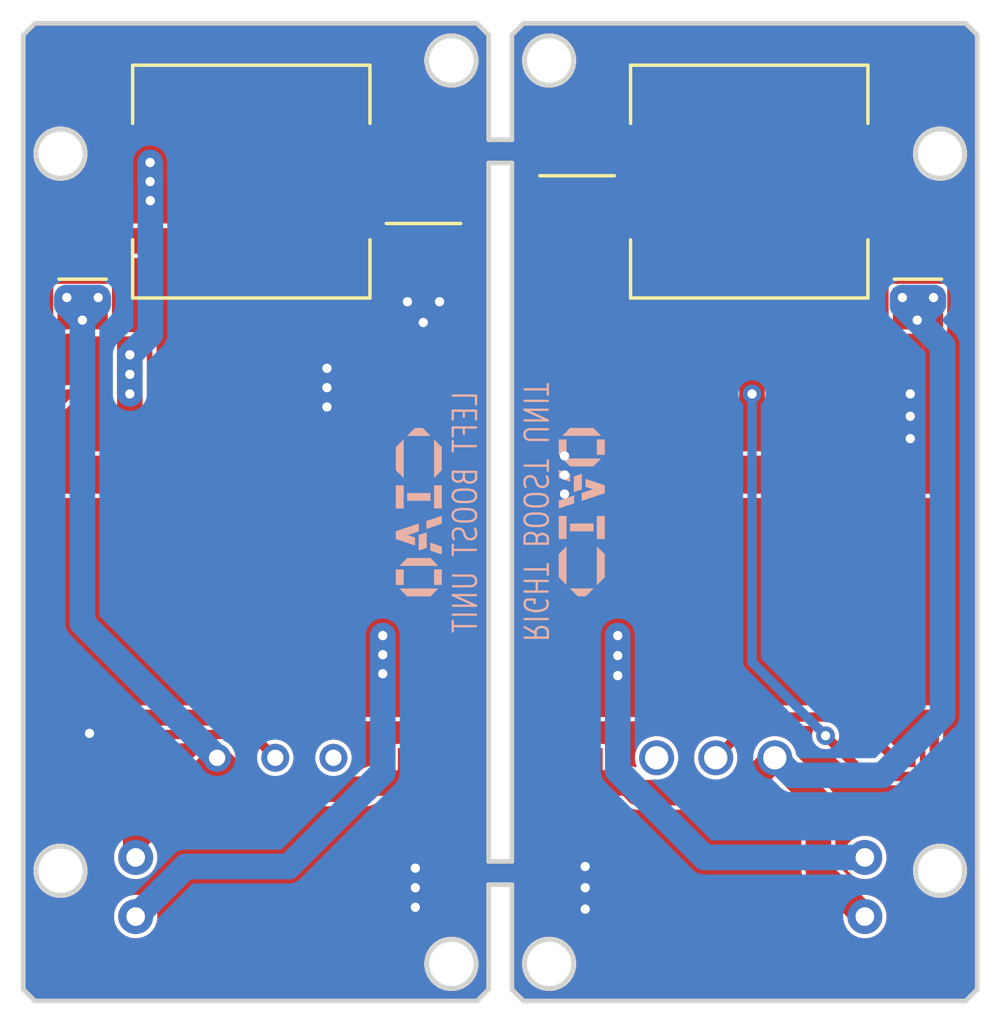
<source format=kicad_pcb>
(kicad_pcb (version 20171130) (host pcbnew "(5.1.12-1-10_14)")

  (general
    (thickness 1.6)
    (drawings 34)
    (tracks 241)
    (zones 0)
    (modules 30)
    (nets 16)
  )

  (page A4)
  (layers
    (0 F.Cu signal)
    (31 B.Cu signal)
    (32 B.Adhes user)
    (33 F.Adhes user)
    (34 B.Paste user)
    (35 F.Paste user)
    (36 B.SilkS user)
    (37 F.SilkS user)
    (38 B.Mask user)
    (39 F.Mask user)
    (40 Dwgs.User user)
    (41 Cmts.User user)
    (42 Eco1.User user)
    (43 Eco2.User user)
    (44 Edge.Cuts user)
    (45 Margin user)
    (46 B.CrtYd user)
    (47 F.CrtYd user)
    (48 B.Fab user)
    (49 F.Fab user)
  )

  (setup
    (last_trace_width 1)
    (user_trace_width 0.2)
    (user_trace_width 0.23)
    (user_trace_width 0.4)
    (user_trace_width 0.6)
    (user_trace_width 0.8)
    (user_trace_width 1)
    (user_trace_width 1.1)
    (user_trace_width 1.4)
    (trace_clearance 0.18)
    (zone_clearance 0)
    (zone_45_only no)
    (trace_min 0.2)
    (via_size 0.8)
    (via_drill 0.4)
    (via_min_size 0.4)
    (via_min_drill 0.3)
    (uvia_size 0.3)
    (uvia_drill 0.1)
    (uvias_allowed no)
    (uvia_min_size 0.2)
    (uvia_min_drill 0.1)
    (edge_width 0.15)
    (segment_width 0.2)
    (pcb_text_width 0.3)
    (pcb_text_size 1.5 1.5)
    (mod_edge_width 0.15)
    (mod_text_size 1 1)
    (mod_text_width 0.15)
    (pad_size 1.5 1.5)
    (pad_drill 1)
    (pad_to_mask_clearance 0.2)
    (aux_axis_origin 0 0)
    (visible_elements FFFDFF7F)
    (pcbplotparams
      (layerselection 0x010f0_ffffffff)
      (usegerberextensions true)
      (usegerberattributes false)
      (usegerberadvancedattributes false)
      (creategerberjobfile false)
      (excludeedgelayer true)
      (linewidth 0.100000)
      (plotframeref false)
      (viasonmask false)
      (mode 1)
      (useauxorigin false)
      (hpglpennumber 1)
      (hpglpenspeed 20)
      (hpglpendiameter 15.000000)
      (psnegative false)
      (psa4output false)
      (plotreference true)
      (plotvalue true)
      (plotinvisibletext false)
      (padsonsilk false)
      (subtractmaskfromsilk true)
      (outputformat 1)
      (mirror false)
      (drillshape 0)
      (scaleselection 1)
      (outputdirectory ""))
  )

  (net 0 "")
  (net 1 "Net-(C1-Pad1)")
  (net 2 "Net-(C3-Pad1)")
  (net 3 "Net-(D1-Pad2)")
  (net 4 "Net-(J1-Pad3)")
  (net 5 "Net-(J3-Pad2)")
  (net 6 "Net-(R1-Pad2)")
  (net 7 "Net-(R1-Pad1)")
  (net 8 "Net-(C4-Pad1)")
  (net 9 "Net-(C6-Pad1)")
  (net 10 "Net-(D2-Pad2)")
  (net 11 "Net-(J4-Pad3)")
  (net 12 "Net-(J6-Pad2)")
  (net 13 "Net-(R4-Pad1)")
  (net 14 "Net-(R4-Pad2)")
  (net 15 GND)

  (net_class Default "これはデフォルトのネット クラスです。"
    (clearance 0.18)
    (trace_width 0.25)
    (via_dia 0.8)
    (via_drill 0.4)
    (uvia_dia 0.3)
    (uvia_drill 0.1)
    (add_net GND)
    (add_net "Net-(C1-Pad1)")
    (add_net "Net-(C3-Pad1)")
    (add_net "Net-(C4-Pad1)")
    (add_net "Net-(C6-Pad1)")
    (add_net "Net-(D1-Pad2)")
    (add_net "Net-(D2-Pad2)")
    (add_net "Net-(J1-Pad3)")
    (add_net "Net-(J3-Pad2)")
    (add_net "Net-(J4-Pad3)")
    (add_net "Net-(J6-Pad2)")
    (add_net "Net-(R1-Pad1)")
    (add_net "Net-(R1-Pad2)")
    (add_net "Net-(R4-Pad1)")
    (add_net "Net-(R4-Pad2)")
  )

  (module module:DO-214AC (layer F.Cu) (tedit 5A7ED3A7) (tstamp 5B9D5927)
    (at 38.45 10.229 90)
    (path /5C2A443B)
    (fp_text reference D1 (at 0 0.5 270) (layer F.SilkS) hide
      (effects (font (size 1 1) (thickness 0.15)))
    )
    (fp_text value D_Small (at 0 -2.032 270) (layer F.Fab)
      (effects (font (size 1 1) (thickness 0.15)))
    )
    (fp_line (start -0.762 -1.016) (end -0.762 1.016) (layer F.SilkS) (width 0.15))
    (pad 1 smd rect (at -2.032 0 90) (size 1.778 2.159) (layers F.Cu F.Paste F.Mask)
      (net 2 "Net-(C3-Pad1)"))
    (pad 2 smd rect (at 2.032 0 90) (size 1.778 2.159) (layers F.Cu F.Paste F.Mask)
      (net 3 "Net-(D1-Pad2)"))
  )

  (module module:3Pads (layer F.Cu) (tedit 5BA0CDDE) (tstamp 5B9D592E)
    (at 25.32 15.1025)
    (path /5C2A3B0A)
    (fp_text reference J1 (at 0 -3) (layer F.SilkS) hide
      (effects (font (size 1 1) (thickness 0.15)))
    )
    (fp_text value INPUT (at 0 -5) (layer F.Fab)
      (effects (font (size 1 1) (thickness 0.15)))
    )
    (pad 2 smd rect (at 0.13 0.5475) (size 1.5 4) (layers F.Cu F.Paste F.Mask)
      (net 1 "Net-(C1-Pad1)"))
    (pad 1 smd rect (at -2.37 0.5475) (size 1.5 4) (layers F.Cu F.Paste F.Mask)
      (net 15 GND))
    (pad 3 smd rect (at 2.63 0.5475) (size 1.5 4) (layers F.Cu F.Paste F.Mask)
      (net 4 "Net-(J1-Pad3)"))
  )

  (module module:2Pads (layer F.Cu) (tedit 5BA0CDE1) (tstamp 5B9E0F7D)
    (at 21.1 38.6975 270)
    (path /5C2A49CD)
    (fp_text reference J2 (at 0 -3.81 90) (layer F.SilkS) hide
      (effects (font (size 1 1) (thickness 0.15)))
    )
    (fp_text value CAPACITOR (at 0 -5.08 90) (layer F.Fab)
      (effects (font (size 1 1) (thickness 0.15)))
    )
    (pad 1 smd rect (at -6.0665 -3.05 270) (size 3 1.5) (layers F.Cu F.Paste F.Mask)
      (net 2 "Net-(C3-Pad1)"))
    (pad 2 smd rect (at -1.5662 -3.05 270) (size 3 1.5) (layers F.Cu F.Paste F.Mask)
      (net 15 GND))
  )

  (module module:Molex_2pin_angled (layer F.Cu) (tedit 5B939549) (tstamp 5B9D593E)
    (at 36.169 37.1 90)
    (path /5C2A4B1C)
    (fp_text reference J3 (at 0 -2.54 270) (layer F.SilkS) hide
      (effects (font (size 1 1) (thickness 0.15)))
    )
    (fp_text value SOLENOID (at 0 -5.08 270) (layer F.Fab)
      (effects (font (size 1 1) (thickness 0.15)))
    )
    (fp_line (start -3.7 1.3) (end -3.7 -6.6) (layer F.Fab) (width 0.15))
    (fp_line (start 3.7 1.3) (end -3.7 1.3) (layer F.Fab) (width 0.15))
    (fp_line (start 3.7 -6.6) (end 3.7 1.3) (layer F.Fab) (width 0.15))
    (fp_line (start -3.7 -6.6) (end 3.7 -6.6) (layer F.Fab) (width 0.15))
    (pad 1 thru_hole circle (at -1.27 0 90) (size 1.5 1.5) (drill 0.8) (layers *.Cu *.Mask)
      (net 2 "Net-(C3-Pad1)"))
    (pad 2 thru_hole circle (at 1.27 0 90) (size 1.5 1.5) (drill 0.8) (layers *.Cu *.Mask)
      (net 5 "Net-(J3-Pad2)"))
  )

  (module module:CONN_01x03 (layer F.Cu) (tedit 5E704A92) (tstamp 5B9D5971)
    (at 29.76 31.8125 180)
    (path /5C2A42B0)
    (fp_text reference RV1 (at 0 -1.27 180) (layer F.SilkS) hide
      (effects (font (size 1 1) (thickness 0.15)))
    )
    (fp_text value 20K (at 0 -1.27 180) (layer F.Fab)
      (effects (font (size 1 1) (thickness 0.15)))
    )
    (pad 1 thru_hole circle (at -2.54 0.2625 180) (size 1.5 1.5) (drill 1) (layers *.Cu *.Mask)
      (net 2 "Net-(C3-Pad1)"))
    (pad 2 thru_hole circle (at 0 0.2625 180) (size 1.5 1.5) (drill 1) (layers *.Cu *.Mask)
      (net 7 "Net-(R1-Pad1)"))
    (pad 3 thru_hole circle (at 2.54 0.2625 180) (size 1.5 1.5) (drill 1) (layers *.Cu *.Mask))
  )

  (module module:TO263-5L (layer F.Cu) (tedit 5A7FB7C9) (tstamp 5B9D597B)
    (at 34.72 15.92 180)
    (path /5C2A398F)
    (fp_text reference XL1 (at 0 0.5 180) (layer F.SilkS) hide
      (effects (font (size 1 1) (thickness 0.15)))
    )
    (fp_text value XL6019 (at 0 -13.97 180) (layer F.Fab)
      (effects (font (size 1 1) (thickness 0.15)))
    )
    (pad 1 smd rect (at -3.4 0 180) (size 1.1 4.94) (layers F.Cu F.Paste F.Mask)
      (net 15 GND))
    (pad 2 smd rect (at -1.7 0 180) (size 1.1 4.94) (layers F.Cu F.Paste F.Mask))
    (pad 3 smd rect (at 0 0 180) (size 1.1 4.94) (layers F.Cu F.Paste F.Mask)
      (net 3 "Net-(D1-Pad2)"))
    (pad 4 smd rect (at 1.7 0 180) (size 1.1 4.94) (layers F.Cu F.Paste F.Mask)
      (net 1 "Net-(C1-Pad1)"))
    (pad 5 smd rect (at 3.4 0 180) (size 1.1 4.94) (layers F.Cu F.Paste F.Mask)
      (net 6 "Net-(R1-Pad2)"))
    (pad 3 smd rect (at 0 -8.925 180) (size 10.16 8.91) (layers F.Cu F.Paste F.Mask)
      (net 3 "Net-(D1-Pad2)"))
  )

  (module module:Inductor_10x10x3.8 (layer F.Cu) (tedit 5A7FB4F9) (tstamp 5B9D5DB5)
    (at 31.2 6.8 270)
    (path /5C2A44C7)
    (fp_text reference L1 (at 0 0.5 90) (layer F.SilkS) hide
      (effects (font (size 1 1) (thickness 0.15)))
    )
    (fp_text value L (at 0 0 90) (layer F.Fab)
      (effects (font (size 1 1) (thickness 0.15)))
    )
    (fp_line (start 2.5 -5.1) (end 5 -5.1) (layer F.SilkS) (width 0.15))
    (fp_line (start 5 -5.1) (end 5 5.1) (layer F.SilkS) (width 0.15))
    (fp_line (start 2.5 5.1) (end 5 5.1) (layer F.SilkS) (width 0.15))
    (fp_line (start -2.5 -5.1) (end -5 -5.1) (layer F.SilkS) (width 0.15))
    (fp_line (start -5 -5.1) (end -5 5.1) (layer F.SilkS) (width 0.15))
    (fp_line (start -5 5.1) (end -2.5 5.1) (layer F.SilkS) (width 0.15))
    (pad 1 smd rect (at 0 -4.35 270) (size 3.6 2.5) (layers F.Cu F.Paste F.Mask)
      (net 3 "Net-(D1-Pad2)"))
    (pad 2 smd rect (at 0 4.35 270) (size 3.6 2.5) (layers F.Cu F.Paste F.Mask)
      (net 1 "Net-(C1-Pad1)"))
  )

  (module module:TANTALCAP-6032 (layer F.Cu) (tedit 5B9CD714) (tstamp 5B9E0EE2)
    (at 23.8 7.8 270)
    (path /5C2A3D7F)
    (fp_text reference C1 (at 0 -2.75 90) (layer F.SilkS) hide
      (effects (font (size 1 1) (thickness 0.15)))
    )
    (fp_text value 100u (at 0 -2.75 90) (layer F.Fab)
      (effects (font (size 1 1) (thickness 0.15)))
    )
    (fp_line (start -1.25 -1.6) (end -1.25 1.6) (layer F.SilkS) (width 0.15))
    (pad 1 smd rect (at -2.55 0 270) (size 1.7 2.2) (layers F.Cu F.Paste F.Mask)
      (net 1 "Net-(C1-Pad1)"))
    (pad 2 smd rect (at 2.55 0 270) (size 1.7 2.2) (layers F.Cu F.Paste F.Mask)
      (net 15 GND))
  )

  (module module:TANTALCAP-6032 (layer F.Cu) (tedit 5B9CD714) (tstamp 63F9DBC3)
    (at 17.2 9.85 270)
    (path /5C2B0C15)
    (fp_text reference C4 (at 0 -2.75 270) (layer F.SilkS) hide
      (effects (font (size 1 1) (thickness 0.15)))
    )
    (fp_text value 100u (at 0 -2.75 270) (layer F.Fab)
      (effects (font (size 1 1) (thickness 0.15)))
    )
    (fp_line (start -1.25 -1.6) (end -1.25 1.6) (layer F.SilkS) (width 0.15))
    (pad 1 smd rect (at -2.55 0 270) (size 1.7 2.2) (layers F.Cu F.Paste F.Mask)
      (net 8 "Net-(C4-Pad1)"))
    (pad 2 smd rect (at 2.55 0 270) (size 1.7 2.2) (layers F.Cu F.Paste F.Mask)
      (net 15 GND))
  )

  (module module:DO-214AC (layer F.Cu) (tedit 5A7ED3A7) (tstamp 63F9DBB1)
    (at 2.55 10.229 90)
    (path /5C2B0C31)
    (fp_text reference D2 (at 0 0.5 90) (layer F.SilkS) hide
      (effects (font (size 1 1) (thickness 0.15)))
    )
    (fp_text value D_Small (at 0 -2.032 90) (layer F.Fab)
      (effects (font (size 1 1) (thickness 0.15)))
    )
    (fp_line (start -0.762 -1.016) (end -0.762 1.016) (layer F.SilkS) (width 0.15))
    (pad 1 smd rect (at -2.032 0 90) (size 1.778 2.159) (layers F.Cu F.Paste F.Mask)
      (net 9 "Net-(C6-Pad1)"))
    (pad 2 smd rect (at 2.032 0 90) (size 1.778 2.159) (layers F.Cu F.Paste F.Mask)
      (net 10 "Net-(D2-Pad2)"))
  )

  (module module:3Pads (layer F.Cu) (tedit 5BA0CE03) (tstamp 63F9DB9F)
    (at 17.55 14.6)
    (path /5C2B0C07)
    (fp_text reference J4 (at 0 -3) (layer F.SilkS) hide
      (effects (font (size 1 1) (thickness 0.15)))
    )
    (fp_text value INPUT (at 0 -5) (layer F.Fab)
      (effects (font (size 1 1) (thickness 0.15)))
    )
    (pad 2 smd rect (at -2 1.05) (size 1.5 4) (layers F.Cu F.Paste F.Mask)
      (net 8 "Net-(C4-Pad1)"))
    (pad 1 smd rect (at -4.5 1.05) (size 1.5 4) (layers F.Cu F.Paste F.Mask)
      (net 15 GND))
    (pad 3 smd rect (at 0.5 1.05) (size 1.5 4) (layers F.Cu F.Paste F.Mask)
      (net 11 "Net-(J4-Pad3)"))
  )

  (module module:2Pads (layer F.Cu) (tedit 5BA0CDFE) (tstamp 63F9DB8F)
    (at 17.154265 36.020243 270)
    (path /5C2B0C46)
    (fp_text reference J5 (at 0 -3.81 270) (layer F.SilkS) hide
      (effects (font (size 1 1) (thickness 0.15)))
    )
    (fp_text value CAPACITOR (at 0 -5.08 270) (layer F.Fab)
      (effects (font (size 1 1) (thickness 0.15)))
    )
    (pad 1 smd rect (at -3.389243 0.304265 270) (size 3 1.5) (layers F.Cu F.Paste F.Mask)
      (net 9 "Net-(C6-Pad1)"))
    (pad 2 smd rect (at 1.110757 0.304265 270) (size 3 1.5) (layers F.Cu F.Paste F.Mask)
      (net 15 GND))
  )

  (module module:Molex_2pin_angled (layer F.Cu) (tedit 5B939549) (tstamp 63F9DB78)
    (at 4.831 37.1 270)
    (path /5C2B0C4D)
    (fp_text reference J6 (at 0 -2.54 270) (layer F.SilkS) hide
      (effects (font (size 1 1) (thickness 0.15)))
    )
    (fp_text value SOLENOID (at 0 -5.08 270) (layer F.Fab)
      (effects (font (size 1 1) (thickness 0.15)))
    )
    (fp_line (start -3.7 1.3) (end -3.7 -6.6) (layer F.Fab) (width 0.15))
    (fp_line (start 3.7 1.3) (end -3.7 1.3) (layer F.Fab) (width 0.15))
    (fp_line (start 3.7 -6.6) (end 3.7 1.3) (layer F.Fab) (width 0.15))
    (fp_line (start -3.7 -6.6) (end 3.7 -6.6) (layer F.Fab) (width 0.15))
    (pad 1 thru_hole circle (at -1.27 0 270) (size 1.5 1.5) (drill 0.8) (layers *.Cu *.Mask)
      (net 9 "Net-(C6-Pad1)"))
    (pad 2 thru_hole circle (at 1.27 0 270) (size 1.5 1.5) (drill 0.8) (layers *.Cu *.Mask)
      (net 12 "Net-(J6-Pad2)"))
  )

  (module module:Inductor_10x10x3.8 (layer F.Cu) (tedit 5A7FB4F9) (tstamp 63F9DB59)
    (at 9.8 6.8 270)
    (path /5C2B0C38)
    (fp_text reference L2 (at 0 0.5 270) (layer F.SilkS) hide
      (effects (font (size 1 1) (thickness 0.15)))
    )
    (fp_text value L (at 0 0 270) (layer F.Fab)
      (effects (font (size 1 1) (thickness 0.15)))
    )
    (fp_line (start 2.5 -5.1) (end 5 -5.1) (layer F.SilkS) (width 0.15))
    (fp_line (start 5 -5.1) (end 5 5.1) (layer F.SilkS) (width 0.15))
    (fp_line (start 2.5 5.1) (end 5 5.1) (layer F.SilkS) (width 0.15))
    (fp_line (start -2.5 -5.1) (end -5 -5.1) (layer F.SilkS) (width 0.15))
    (fp_line (start -5 -5.1) (end -5 5.1) (layer F.SilkS) (width 0.15))
    (fp_line (start -5 5.1) (end -2.5 5.1) (layer F.SilkS) (width 0.15))
    (pad 1 smd rect (at 0 -4.35 270) (size 3.6 2.5) (layers F.Cu F.Paste F.Mask)
      (net 10 "Net-(D2-Pad2)"))
    (pad 2 smd rect (at 0 4.35 270) (size 3.6 2.5) (layers F.Cu F.Paste F.Mask)
      (net 8 "Net-(C4-Pad1)"))
  )

  (module module:CONN_01x03 (layer F.Cu) (tedit 5B9FACF1) (tstamp 63F9DB42)
    (at 12.434265 31.280243)
    (path /5C2B0C2A)
    (fp_text reference RV2 (at 0 -1.27) (layer F.SilkS) hide
      (effects (font (size 1 1) (thickness 0.15)))
    )
    (fp_text value 20K (at 0 -1.27) (layer F.Fab)
      (effects (font (size 1 1) (thickness 0.15)))
    )
    (pad 1 thru_hole circle (at -4.103265 0.269757) (size 1.2 1.2) (drill 0.7) (layers *.Cu *.Mask)
      (net 9 "Net-(C6-Pad1)"))
    (pad 2 thru_hole circle (at -1.603265 0.269757) (size 1.2 1.2) (drill 0.7) (layers *.Cu *.Mask)
      (net 13 "Net-(R4-Pad1)"))
    (pad 3 thru_hole circle (at 0.896735 0.269757) (size 1.2 1.2) (drill 0.7) (layers *.Cu *.Mask))
  )

  (module module:TO263-5L (layer F.Cu) (tedit 5A7FB7C9) (tstamp 63F9DB2A)
    (at 6.28 15.92 180)
    (path /5C2B0C00)
    (fp_text reference XL2 (at 0 0.5 180) (layer F.SilkS) hide
      (effects (font (size 1 1) (thickness 0.15)))
    )
    (fp_text value XL6019 (at 0 -13.97 180) (layer F.Fab)
      (effects (font (size 1 1) (thickness 0.15)))
    )
    (pad 1 smd rect (at -3.4 0 180) (size 1.1 4.94) (layers F.Cu F.Paste F.Mask)
      (net 15 GND))
    (pad 2 smd rect (at -1.7 0 180) (size 1.1 4.94) (layers F.Cu F.Paste F.Mask))
    (pad 3 smd rect (at 0 0 180) (size 1.1 4.94) (layers F.Cu F.Paste F.Mask)
      (net 10 "Net-(D2-Pad2)"))
    (pad 4 smd rect (at 1.7 0 180) (size 1.1 4.94) (layers F.Cu F.Paste F.Mask)
      (net 8 "Net-(C4-Pad1)"))
    (pad 5 smd rect (at 3.4 0 180) (size 1.1 4.94) (layers F.Cu F.Paste F.Mask)
      (net 14 "Net-(R4-Pad2)"))
    (pad 3 smd rect (at 0 -8.925 180) (size 10.16 8.91) (layers F.Cu F.Paste F.Mask)
      (net 10 "Net-(D2-Pad2)"))
  )

  (module module:TO-252 (layer F.Cu) (tedit 5B9F95E9) (tstamp 5BA38C0F)
    (at 25.55 26.3 180)
    (descr "aj01004.pdf (JRC)")
    (tags TO-252)
    (path /5C2A4C92)
    (attr smd)
    (fp_text reference Q1 (at 0 -5.3 180) (layer F.SilkS) hide
      (effects (font (size 1 1) (thickness 0.15)))
    )
    (fp_text value Q_NMOS_GDS (at 0 9.4 180) (layer F.Fab)
      (effects (font (size 1 1) (thickness 0.15)))
    )
    (fp_line (start -1 -3.8) (end -1 -4.5) (layer F.Fab) (width 0.15))
    (fp_line (start -1 -4.5) (end 1 -4.5) (layer F.Fab) (width 0.15))
    (fp_line (start 1 -4.5) (end 1 -3.8) (layer F.Fab) (width 0.15))
    (fp_line (start -3.8 3.8) (end 3.8 3.8) (layer F.Fab) (width 0.15))
    (fp_line (start 3.8 3.8) (end 3.8 -3.8) (layer F.Fab) (width 0.15))
    (fp_line (start 3.8 -3.8) (end -3.8 -3.8) (layer F.Fab) (width 0.15))
    (fp_line (start -3.8 -3.8) (end -3.8 3.8) (layer F.Fab) (width 0.15))
    (fp_line (start 1.25 8.45) (end 3.35 8.45) (layer F.Fab) (width 0.15))
    (fp_line (start 3.35 8.45) (end 3.35 3.8) (layer F.Fab) (width 0.15))
    (fp_line (start 1.25 8.45) (end 1.25 3.8) (layer F.Fab) (width 0.15))
    (fp_line (start -3.35 8.45) (end -3.35 3.8) (layer F.Fab) (width 0.15))
    (fp_line (start -3.35 8.45) (end -1.25 8.45) (layer F.Fab) (width 0.15))
    (fp_line (start -1.25 8.45) (end -1.25 3.8) (layer F.Fab) (width 0.15))
    (pad 3 smd rect (at 2.3 6.9 180) (size 1.5 2.5) (layers F.Cu F.Paste F.Mask)
      (net 15 GND))
    (pad 2 smd rect (at 0 0 180) (size 7 7) (layers F.Cu F.Paste F.Mask)
      (net 5 "Net-(J3-Pad2)"))
    (pad 1 smd rect (at -2.3 6.9 180) (size 1.5 2.5) (layers F.Cu F.Paste F.Mask)
      (net 4 "Net-(J1-Pad3)"))
    (model SMD_Packages.3dshapes/powermite3.wrl
      (offset (xyz 0 -3.809999942779541 0))
      (scale (xyz 1.564039 1.6 1))
      (rotate (xyz 0 0 0))
    )
  )

  (module module:TO-252 (layer F.Cu) (tedit 5B9F95E9) (tstamp 63F9DAFB)
    (at 15.45 26.3 180)
    (descr "aj01004.pdf (JRC)")
    (tags TO-252)
    (path /5C2B0C54)
    (attr smd)
    (fp_text reference Q2 (at 0 -5.3 180) (layer F.SilkS) hide
      (effects (font (size 1 1) (thickness 0.15)))
    )
    (fp_text value Q_NMOS_GDS (at 0 9.4 180) (layer F.Fab)
      (effects (font (size 1 1) (thickness 0.15)))
    )
    (fp_line (start -1.25 8.45) (end -1.25 3.8) (layer F.Fab) (width 0.15))
    (fp_line (start -3.35 8.45) (end -1.25 8.45) (layer F.Fab) (width 0.15))
    (fp_line (start -3.35 8.45) (end -3.35 3.8) (layer F.Fab) (width 0.15))
    (fp_line (start 1.25 8.45) (end 1.25 3.8) (layer F.Fab) (width 0.15))
    (fp_line (start 3.35 8.45) (end 3.35 3.8) (layer F.Fab) (width 0.15))
    (fp_line (start 1.25 8.45) (end 3.35 8.45) (layer F.Fab) (width 0.15))
    (fp_line (start -3.8 -3.8) (end -3.8 3.8) (layer F.Fab) (width 0.15))
    (fp_line (start 3.8 -3.8) (end -3.8 -3.8) (layer F.Fab) (width 0.15))
    (fp_line (start 3.8 3.8) (end 3.8 -3.8) (layer F.Fab) (width 0.15))
    (fp_line (start -3.8 3.8) (end 3.8 3.8) (layer F.Fab) (width 0.15))
    (fp_line (start 1 -4.5) (end 1 -3.8) (layer F.Fab) (width 0.15))
    (fp_line (start -1 -4.5) (end 1 -4.5) (layer F.Fab) (width 0.15))
    (fp_line (start -1 -3.8) (end -1 -4.5) (layer F.Fab) (width 0.15))
    (pad 1 smd rect (at -2.3 6.9 180) (size 1.5 2.5) (layers F.Cu F.Paste F.Mask)
      (net 11 "Net-(J4-Pad3)"))
    (pad 2 smd rect (at 0 0 180) (size 7 7) (layers F.Cu F.Paste F.Mask)
      (net 12 "Net-(J6-Pad2)"))
    (pad 3 smd rect (at 2.3 6.9 180) (size 1.5 2.5) (layers F.Cu F.Paste F.Mask)
      (net 15 GND))
    (model SMD_Packages.3dshapes/powermite3.wrl
      (offset (xyz 0 -3.809999942779541 0))
      (scale (xyz 1.564039 1.6 1))
      (rotate (xyz 0 0 0))
    )
  )

  (module module:1005 (layer F.Cu) (tedit 5BA72218) (tstamp 5BB51CD9)
    (at 24.2 12.75 180)
    (path /5C2A3BDA)
    (fp_text reference C2 (at 0 -0.77 180) (layer F.SilkS) hide
      (effects (font (size 1 1) (thickness 0.15)))
    )
    (fp_text value 100n (at 0 -1.77 180) (layer F.Fab)
      (effects (font (size 1 1) (thickness 0.15)))
    )
    (pad 1 smd rect (at -0.5 0 180) (size 0.4 0.5) (layers F.Cu F.Paste F.Mask)
      (net 1 "Net-(C1-Pad1)"))
    (pad 2 smd rect (at 0.5 0 180) (size 0.4 0.5) (layers F.Cu F.Paste F.Mask)
      (net 15 GND))
  )

  (module module:1005 (layer F.Cu) (tedit 5BA72218) (tstamp 5BB51CDE)
    (at 22.6 34.881 270)
    (path /5C2A4794)
    (fp_text reference C3 (at 0 -0.77 90) (layer F.SilkS) hide
      (effects (font (size 1 1) (thickness 0.15)))
    )
    (fp_text value 100n (at 0 -1.77 90) (layer F.Fab)
      (effects (font (size 1 1) (thickness 0.15)))
    )
    (pad 1 smd rect (at -0.5 0 270) (size 0.4 0.5) (layers F.Cu F.Paste F.Mask)
      (net 2 "Net-(C3-Pad1)"))
    (pad 2 smd rect (at 0.5 0 270) (size 0.4 0.5) (layers F.Cu F.Paste F.Mask)
      (net 15 GND))
  )

  (module module:1005 (layer F.Cu) (tedit 5BA72218) (tstamp 63F9DADE)
    (at 14.25 12.725 180)
    (path /5C2B0C0E)
    (fp_text reference C5 (at 0 -0.77 180) (layer F.SilkS) hide
      (effects (font (size 1 1) (thickness 0.15)))
    )
    (fp_text value 100n (at 0 -1.77 180) (layer F.Fab)
      (effects (font (size 1 1) (thickness 0.15)))
    )
    (pad 2 smd rect (at 0.5 0 180) (size 0.4 0.5) (layers F.Cu F.Paste F.Mask)
      (net 15 GND))
    (pad 1 smd rect (at -0.5 0 180) (size 0.4 0.5) (layers F.Cu F.Paste F.Mask)
      (net 8 "Net-(C4-Pad1)"))
  )

  (module module:1005 (layer F.Cu) (tedit 5BA72218) (tstamp 63F9DACF)
    (at 18.4 34.881 270)
    (path /5C2B0C3F)
    (fp_text reference C6 (at 0 -0.77 270) (layer F.SilkS) hide
      (effects (font (size 1 1) (thickness 0.15)))
    )
    (fp_text value 100n (at 0 -1.77 270) (layer F.Fab)
      (effects (font (size 1 1) (thickness 0.15)))
    )
    (pad 2 smd rect (at 0.5 0 270) (size 0.4 0.5) (layers F.Cu F.Paste F.Mask)
      (net 15 GND))
    (pad 1 smd rect (at -0.5 0 270) (size 0.4 0.5) (layers F.Cu F.Paste F.Mask)
      (net 9 "Net-(C6-Pad1)"))
  )

  (module module:1005 (layer F.Cu) (tedit 5BA72218) (tstamp 5BB51CFC)
    (at 38.65 31.7)
    (path /5C2A3EE9)
    (fp_text reference R1 (at 0 -0.77) (layer F.SilkS) hide
      (effects (font (size 1 1) (thickness 0.15)))
    )
    (fp_text value 2K (at 0 -1.77) (layer F.Fab)
      (effects (font (size 1 1) (thickness 0.15)))
    )
    (pad 1 smd rect (at -0.5 0) (size 0.4 0.5) (layers F.Cu F.Paste F.Mask)
      (net 7 "Net-(R1-Pad1)"))
    (pad 2 smd rect (at 0.5 0) (size 0.4 0.5) (layers F.Cu F.Paste F.Mask)
      (net 6 "Net-(R1-Pad2)"))
  )

  (module module:1005 (layer F.Cu) (tedit 5BA72218) (tstamp 5BB51D01)
    (at 38.65 30.5 180)
    (path /5C2A3E84)
    (fp_text reference R2 (at 0 -0.77 180) (layer F.SilkS) hide
      (effects (font (size 1 1) (thickness 0.15)))
    )
    (fp_text value 470R (at 0 -1.77 180) (layer F.Fab)
      (effects (font (size 1 1) (thickness 0.15)))
    )
    (pad 2 smd rect (at 0.5 0 180) (size 0.4 0.5) (layers F.Cu F.Paste F.Mask)
      (net 15 GND))
    (pad 1 smd rect (at -0.5 0 180) (size 0.4 0.5) (layers F.Cu F.Paste F.Mask)
      (net 6 "Net-(R1-Pad2)"))
  )

  (module module:1005 (layer F.Cu) (tedit 5BA72218) (tstamp 5BB51D06)
    (at 25.57 19.4 270)
    (path /5C2A4E62)
    (fp_text reference R3 (at 0 -0.77 90) (layer F.SilkS) hide
      (effects (font (size 1 1) (thickness 0.15)))
    )
    (fp_text value 1K (at 0 -1.77 90) (layer F.Fab)
      (effects (font (size 1 1) (thickness 0.15)))
    )
    (pad 1 smd rect (at -0.5 0 270) (size 0.4 0.5) (layers F.Cu F.Paste F.Mask)
      (net 15 GND))
    (pad 2 smd rect (at 0.5 0 270) (size 0.4 0.5) (layers F.Cu F.Paste F.Mask)
      (net 4 "Net-(J1-Pad3)"))
  )

  (module module:1005 (layer F.Cu) (tedit 5BA72218) (tstamp 63F9DAC0)
    (at 2.35 31.7 180)
    (path /5C2B0C23)
    (fp_text reference R4 (at 0 -0.77 180) (layer F.SilkS) hide
      (effects (font (size 1 1) (thickness 0.15)))
    )
    (fp_text value 2K (at 0 -1.77 180) (layer F.Fab)
      (effects (font (size 1 1) (thickness 0.15)))
    )
    (pad 1 smd rect (at -0.5 0 180) (size 0.4 0.5) (layers F.Cu F.Paste F.Mask)
      (net 13 "Net-(R4-Pad1)"))
    (pad 2 smd rect (at 0.5 0 180) (size 0.4 0.5) (layers F.Cu F.Paste F.Mask)
      (net 14 "Net-(R4-Pad2)"))
  )

  (module module:1005 (layer F.Cu) (tedit 5BA72218) (tstamp 63F9DAB1)
    (at 2.35 30.5)
    (path /5C2B0C1C)
    (fp_text reference R5 (at 0 -0.77) (layer F.SilkS) hide
      (effects (font (size 1 1) (thickness 0.15)))
    )
    (fp_text value 470R (at 0 -1.77) (layer F.Fab)
      (effects (font (size 1 1) (thickness 0.15)))
    )
    (pad 2 smd rect (at 0.5 0) (size 0.4 0.5) (layers F.Cu F.Paste F.Mask)
      (net 15 GND))
    (pad 1 smd rect (at -0.5 0) (size 0.4 0.5) (layers F.Cu F.Paste F.Mask)
      (net 14 "Net-(R4-Pad2)"))
  )

  (module module:1005 (layer F.Cu) (tedit 5BA72218) (tstamp 63F9DAA2)
    (at 15.45 19.4001 90)
    (path /5C2B0C5B)
    (fp_text reference R6 (at 0 -0.77 90) (layer F.SilkS) hide
      (effects (font (size 1 1) (thickness 0.15)))
    )
    (fp_text value 1K (at 0 -1.77 90) (layer F.Fab)
      (effects (font (size 1 1) (thickness 0.15)))
    )
    (pad 1 smd rect (at -0.5 0 90) (size 0.4 0.5) (layers F.Cu F.Paste F.Mask)
      (net 15 GND))
    (pad 2 smd rect (at 0.5 0 90) (size 0.4 0.5) (layers F.Cu F.Paste F.Mask)
      (net 11 "Net-(J4-Pad3)"))
  )

  (module module:CIAO (layer B.Cu) (tedit 0) (tstamp 5BBCEEF7)
    (at 24 21 90)
    (fp_text reference G*** (at 0 0 270) (layer B.SilkS) hide
      (effects (font (size 1.524 1.524) (thickness 0.3)) (justify mirror))
    )
    (fp_text value LOGO (at 0.75 0 270) (layer B.SilkS) hide
      (effects (font (size 1.524 1.524) (thickness 0.3)) (justify mirror))
    )
    (fp_poly (pts (xy -1.600324 -0.780119) (xy -1.625349 -0.804666) (xy -1.650296 -0.829135) (xy -1.674555 -0.852929)
      (xy -1.697517 -0.875451) (xy -1.718574 -0.896104) (xy -1.737116 -0.914291) (xy -1.752535 -0.929413)
      (xy -1.764222 -0.940874) (xy -1.767033 -0.943631) (xy -1.808453 -0.98425) (xy -2.300433 -0.984113)
      (xy -2.792413 -0.983977) (xy -2.957513 -0.820722) (xy -3.122613 -0.657466) (xy -2.298824 -0.657345)
      (xy -1.475035 -0.657225) (xy -1.600324 -0.780119)) (layer B.SilkS) (width 0.01))
    (fp_poly (pts (xy -0.161925 -0.98425) (xy -1.14935 -0.98425) (xy -1.14935 -0.657225) (xy -0.161925 -0.657225)
      (xy -0.161925 -0.98425)) (layer B.SilkS) (width 0.01))
    (fp_poly (pts (xy 0.586365 -0.327053) (xy 0.618598 -0.327147) (xy 0.645322 -0.327314) (xy 0.666958 -0.327567)
      (xy 0.683926 -0.327914) (xy 0.696648 -0.328365) (xy 0.705543 -0.328932) (xy 0.711032 -0.329623)
      (xy 0.713537 -0.33045) (xy 0.713788 -0.330993) (xy 0.712131 -0.33641) (xy 0.708611 -0.347292)
      (xy 0.70341 -0.363094) (xy 0.696714 -0.383271) (xy 0.688706 -0.407277) (xy 0.67957 -0.434568)
      (xy 0.66949 -0.464597) (xy 0.658649 -0.496819) (xy 0.647233 -0.53069) (xy 0.635425 -0.565663)
      (xy 0.623408 -0.601194) (xy 0.611367 -0.636737) (xy 0.599486 -0.671747) (xy 0.587948 -0.705678)
      (xy 0.576938 -0.737985) (xy 0.56664 -0.768123) (xy 0.557237 -0.795546) (xy 0.549655 -0.817562)
      (xy 0.49265 -0.982662) (xy 0.328524 -0.983485) (xy 0.29081 -0.983646) (xy 0.259016 -0.983714)
      (xy 0.232712 -0.983681) (xy 0.211466 -0.983539) (xy 0.194851 -0.983279) (xy 0.182435 -0.982893)
      (xy 0.173788 -0.982372) (xy 0.168482 -0.981708) (xy 0.166085 -0.980893) (xy 0.165871 -0.98031)
      (xy 0.167479 -0.975575) (xy 0.170461 -0.966499) (xy 0.174258 -0.954784) (xy 0.175505 -0.950912)
      (xy 0.177651 -0.944318) (xy 0.181644 -0.932148) (xy 0.187332 -0.914853) (xy 0.194567 -0.892887)
      (xy 0.2032 -0.8667) (xy 0.213082 -0.836745) (xy 0.224064 -0.803475) (xy 0.235995 -0.76734)
      (xy 0.248728 -0.728795) (xy 0.262113 -0.68829) (xy 0.276001 -0.646278) (xy 0.282617 -0.626268)
      (xy 0.381568 -0.327025) (xy 0.548204 -0.327025) (xy 0.586365 -0.327053)) (layer B.SilkS) (width 0.01))
    (fp_poly (pts (xy 1.719235 -0.716756) (xy 1.731208 -0.753094) (xy 1.742739 -0.78811) (xy 1.753653 -0.821268)
      (xy 1.763772 -0.85203) (xy 1.772921 -0.879862) (xy 1.780923 -0.904226) (xy 1.787603 -0.924587)
      (xy 1.792785 -0.940409) (xy 1.796291 -0.951156) (xy 1.797751 -0.955675) (xy 1.8013 -0.966723)
      (xy 1.804203 -0.975606) (xy 1.805791 -0.980281) (xy 1.804929 -0.981197) (xy 1.801328 -0.98197)
      (xy 1.794564 -0.98261) (xy 1.784213 -0.983127) (xy 1.769851 -0.983533) (xy 1.751053 -0.983837)
      (xy 1.727395 -0.984049) (xy 1.698453 -0.984181) (xy 1.663802 -0.984242) (xy 1.643741 -0.98425)
      (xy 1.605685 -0.984218) (xy 1.573554 -0.984117) (xy 1.546926 -0.983935) (xy 1.525376 -0.983663)
      (xy 1.508482 -0.983291) (xy 1.49582 -0.982808) (xy 1.486966 -0.982205) (xy 1.481496 -0.98147)
      (xy 1.478988 -0.980594) (xy 1.47874 -0.980281) (xy 1.475848 -0.972294) (xy 1.471138 -0.958946)
      (xy 1.464835 -0.940889) (xy 1.457162 -0.918775) (xy 1.448344 -0.893256) (xy 1.438605 -0.864983)
      (xy 1.428169 -0.834609) (xy 1.417259 -0.802785) (xy 1.406101 -0.770163) (xy 1.394919 -0.737395)
      (xy 1.383935 -0.705133) (xy 1.373375 -0.674028) (xy 1.368222 -0.658812) (xy 1.358137 -0.629011)
      (xy 1.348648 -0.600983) (xy 1.339953 -0.575313) (xy 1.332252 -0.552586) (xy 1.325742 -0.533387)
      (xy 1.320622 -0.518304) (xy 1.31709 -0.50792) (xy 1.315346 -0.502821) (xy 1.315213 -0.502443)
      (xy 1.316082 -0.501535) (xy 1.319682 -0.500768) (xy 1.326433 -0.500131) (xy 1.336757 -0.499615)
      (xy 1.351073 -0.499209) (xy 1.369803 -0.498903) (xy 1.393365 -0.498687) (xy 1.422182 -0.498551)
      (xy 1.456673 -0.498485) (xy 1.480534 -0.498475) (xy 1.647298 -0.498474) (xy 1.719235 -0.716756)) (layer B.SilkS) (width 0.01))
    (fp_poly (pts (xy 3.121025 -0.98425) (xy 2.4638 -0.98425) (xy 2.4638 -0.657225) (xy 3.121025 -0.657225)
      (xy 3.121025 -0.98425)) (layer B.SilkS) (width 0.01))
    (fp_poly (pts (xy 2.301093 0.410702) (xy 2.301197 0.34959) (xy 2.301281 0.283262) (xy 2.301347 0.2128)
      (xy 2.301392 0.13929) (xy 2.301418 0.063815) (xy 2.301425 -0.01254) (xy 2.301412 -0.088692)
      (xy 2.301379 -0.163556) (xy 2.301327 -0.236048) (xy 2.301256 -0.305085) (xy 2.301165 -0.369582)
      (xy 2.301093 -0.409701) (xy 2.300287 -0.818892) (xy 2.134393 -0.656484) (xy 1.9685 -0.494076)
      (xy 1.9685 0.497285) (xy 2.134393 0.659599) (xy 2.300287 0.821914) (xy 2.301093 0.410702)) (layer B.SilkS) (width 0.01))
    (fp_poly (pts (xy 3.287442 0.820152) (xy 3.294125 0.813866) (xy 3.304606 0.803818) (xy 3.318524 0.790357)
      (xy 3.335521 0.773834) (xy 3.355236 0.754599) (xy 3.377309 0.733003) (xy 3.401382 0.709396)
      (xy 3.427094 0.684129) (xy 3.451603 0.659997) (xy 3.616325 0.497668) (xy 3.616325 -0.49731)
      (xy 3.452658 -0.657436) (xy 3.425776 -0.683712) (xy 3.400186 -0.708673) (xy 3.376256 -0.731967)
      (xy 3.354351 -0.753239) (xy 3.334838 -0.772136) (xy 3.318081 -0.788302) (xy 3.304448 -0.801386)
      (xy 3.294304 -0.811032) (xy 3.288014 -0.816888) (xy 3.285971 -0.81862) (xy 3.285641 -0.815582)
      (xy 3.285329 -0.806301) (xy 3.285033 -0.790888) (xy 3.284756 -0.769448) (xy 3.284497 -0.742092)
      (xy 3.284256 -0.708927) (xy 3.284034 -0.670061) (xy 3.283832 -0.625603) (xy 3.283649 -0.575661)
      (xy 3.283487 -0.520343) (xy 3.283345 -0.459757) (xy 3.283225 -0.394011) (xy 3.283125 -0.323214)
      (xy 3.283048 -0.247474) (xy 3.282992 -0.166899) (xy 3.282959 -0.081598) (xy 3.28295 0.001323)
      (xy 3.282957 0.073078) (xy 3.282979 0.143156) (xy 3.283015 0.211295) (xy 3.283064 0.27723)
      (xy 3.283126 0.340697) (xy 3.2832 0.40143) (xy 3.283286 0.459167) (xy 3.283382 0.513642)
      (xy 3.283489 0.564591) (xy 3.283604 0.61175) (xy 3.283729 0.654854) (xy 3.283862 0.69364)
      (xy 3.284003 0.727842) (xy 3.28415 0.757197) (xy 3.284304 0.78144) (xy 3.284464 0.800307)
      (xy 3.284629 0.813533) (xy 3.284798 0.820855) (xy 3.284916 0.822325) (xy 3.287442 0.820152)) (layer B.SilkS) (width 0.01))
    (fp_poly (pts (xy -3.279775 0.00237) (xy -3.279781 -0.053317) (xy -3.279795 -0.107254) (xy -3.279819 -0.1591)
      (xy -3.279852 -0.208517) (xy -3.279892 -0.255165) (xy -3.279941 -0.298704) (xy -3.279996 -0.338794)
      (xy -3.280057 -0.375097) (xy -3.280125 -0.407273) (xy -3.280198 -0.434982) (xy -3.280275 -0.457885)
      (xy -3.280357 -0.475641) (xy -3.280442 -0.487913) (xy -3.280531 -0.49436) (xy -3.280581 -0.4953)
      (xy -3.282899 -0.493111) (xy -3.289353 -0.48678) (xy -3.299591 -0.476657) (xy -3.313261 -0.46309)
      (xy -3.330013 -0.44643) (xy -3.349494 -0.427027) (xy -3.371352 -0.405231) (xy -3.395237 -0.381392)
      (xy -3.420796 -0.35586) (xy -3.447268 -0.329395) (xy -3.61315 -0.16349) (xy -3.61315 0.166711)
      (xy -3.446463 0.333376) (xy -3.279775 0.50004) (xy -3.279775 0.00237)) (layer B.SilkS) (width 0.01))
    (fp_poly (pts (xy -0.492125 -0.4953) (xy -0.81915 -0.4953) (xy -0.81915 0.498475) (xy -0.492125 0.498475)
      (xy -0.492125 -0.4953)) (layer B.SilkS) (width 0.01))
    (fp_poly (pts (xy 1.639647 -0.003968) (xy 1.637808 -0.009749) (xy 1.634277 -0.020803) (xy 1.62929 -0.036399)
      (xy 1.623081 -0.055805) (xy 1.615883 -0.078289) (xy 1.607932 -0.103121) (xy 1.599461 -0.129569)
      (xy 1.590706 -0.1569) (xy 1.5819 -0.184384) (xy 1.573279 -0.211288) (xy 1.565075 -0.236883)
      (xy 1.557524 -0.260434) (xy 1.55086 -0.281212) (xy 1.545318 -0.298485) (xy 1.541131 -0.311521)
      (xy 1.538535 -0.319588) (xy 1.537926 -0.321468) (xy 1.533014 -0.33655) (xy 1.201482 -0.33655)
      (xy 1.156183 -0.33654) (xy 1.112712 -0.336512) (xy 1.071483 -0.336467) (xy 1.032914 -0.336407)
      (xy 0.997419 -0.336332) (xy 0.965416 -0.336243) (xy 0.937319 -0.336143) (xy 0.913546 -0.336033)
      (xy 0.894511 -0.335913) (xy 0.880632 -0.335785) (xy 0.872323 -0.33565) (xy 0.86995 -0.335528)
      (xy 0.870944 -0.332419) (xy 0.873804 -0.323842) (xy 0.878346 -0.310341) (xy 0.884386 -0.292458)
      (xy 0.891741 -0.270736) (xy 0.900227 -0.245718) (xy 0.90966 -0.217946) (xy 0.919857 -0.187963)
      (xy 0.9271 -0.166687) (xy 0.937709 -0.135515) (xy 0.947679 -0.106187) (xy 0.956826 -0.079246)
      (xy 0.964967 -0.055233) (xy 0.971917 -0.034692) (xy 0.977494 -0.018165) (xy 0.981512 -0.006196)
      (xy 0.983789 0.000673) (xy 0.98425 0.002154) (xy 0.987355 0.002294) (xy 0.996393 0.002428)
      (xy 1.010945 0.002556) (xy 1.030594 0.002675) (xy 1.054923 0.002785) (xy 1.083513 0.002884)
      (xy 1.115947 0.00297) (xy 1.151807 0.003043) (xy 1.190675 0.003102) (xy 1.232135 0.003144)
      (xy 1.275768 0.003169) (xy 1.313076 0.003175) (xy 1.641902 0.003175) (xy 1.639647 -0.003968)) (layer B.SilkS) (width 0.01))
    (fp_poly (pts (xy 1.017952 0.984231) (xy 1.047793 0.984175) (xy 1.075048 0.984086) (xy 1.099131 0.983969)
      (xy 1.119454 0.983825) (xy 1.13543 0.983661) (xy 1.146472 0.983478) (xy 1.151993 0.983281)
      (xy 1.152525 0.983197) (xy 1.153516 0.979905) (xy 1.156395 0.971022) (xy 1.161018 0.956973)
      (xy 1.167242 0.938184) (xy 1.174925 0.915079) (xy 1.183924 0.888084) (xy 1.194095 0.857625)
      (xy 1.205297 0.824127) (xy 1.217384 0.788015) (xy 1.230216 0.749715) (xy 1.243649 0.709651)
      (xy 1.257539 0.66825) (xy 1.271745 0.625936) (xy 1.286122 0.583136) (xy 1.300529 0.540274)
      (xy 1.314822 0.497775) (xy 1.328858 0.456066) (xy 1.342495 0.415571) (xy 1.355589 0.376717)
      (xy 1.367997 0.339927) (xy 1.379576 0.305628) (xy 1.390185 0.274245) (xy 1.399679 0.246203)
      (xy 1.407915 0.221928) (xy 1.414751 0.201845) (xy 1.420044 0.186379) (xy 1.423651 0.175956)
      (xy 1.425429 0.171001) (xy 1.425576 0.170657) (xy 1.426015 0.169435) (xy 1.425465 0.168406)
      (xy 1.423438 0.167554) (xy 1.41944 0.166862) (xy 1.412982 0.166313) (xy 1.403572 0.165891)
      (xy 1.39072 0.16558) (xy 1.373935 0.165362) (xy 1.352726 0.165222) (xy 1.326602 0.165143)
      (xy 1.295071 0.165108) (xy 1.260737 0.1651) (xy 1.09267 0.1651) (xy 1.052982 0.286544)
      (xy 1.043686 0.315) (xy 1.034471 0.343227) (xy 1.025647 0.370272) (xy 1.017526 0.395182)
      (xy 1.010418 0.417004) (xy 1.004633 0.434785) (xy 1.000482 0.447572) (xy 1.000192 0.448469)
      (xy 0.995293 0.463331) (xy 0.991034 0.47574) (xy 0.987808 0.484587) (xy 0.986009 0.488765)
      (xy 0.985828 0.48895) (xy 0.984437 0.486115) (xy 0.981583 0.478397) (xy 0.977686 0.46698)
      (xy 0.973221 0.453232) (xy 0.970269 0.444114) (xy 0.965489 0.429579) (xy 0.959083 0.410227)
      (xy 0.95125 0.386657) (xy 0.94219 0.359472) (xy 0.932104 0.329269) (xy 0.921192 0.296651)
      (xy 0.909653 0.262217) (xy 0.897689 0.226567) (xy 0.891704 0.208757) (xy 0.821533 0)
      (xy 0.655054 0) (xy 0.623263 0.000044) (xy 0.593515 0.000171) (xy 0.566389 0.000371)
      (xy 0.542466 0.000636) (xy 0.522327 0.000959) (xy 0.506552 0.001331) (xy 0.495721 0.001743)
      (xy 0.490415 0.002187) (xy 0.489974 0.002382) (xy 0.491241 0.00584) (xy 0.494244 0.014663)
      (xy 0.49876 0.028174) (xy 0.504565 0.045698) (xy 0.511436 0.06656) (xy 0.519148 0.090084)
      (xy 0.527479 0.115595) (xy 0.528609 0.119063) (xy 0.534862 0.138136) (xy 0.542959 0.162636)
      (xy 0.552704 0.191979) (xy 0.5639 0.225578) (xy 0.576352 0.262849) (xy 0.589863 0.303205)
      (xy 0.604237 0.346062) (xy 0.619278 0.390833) (xy 0.63479 0.436934) (xy 0.650577 0.483778)
      (xy 0.666442 0.53078) (xy 0.676987 0.561975) (xy 0.692221 0.60702) (xy 0.70713 0.651107)
      (xy 0.721559 0.693775) (xy 0.735351 0.734563) (xy 0.74835 0.773008) (xy 0.760399 0.808648)
      (xy 0.771344 0.841022) (xy 0.781027 0.869667) (xy 0.789292 0.894122) (xy 0.795983 0.913925)
      (xy 0.800944 0.928615) (xy 0.803916 0.937419) (xy 0.819703 0.98425) (xy 0.986114 0.98425)
      (xy 1.017952 0.984231)) (layer B.SilkS) (width 0.01))
    (fp_poly (pts (xy -1.474811 0.65405) (xy -3.125765 0.65405) (xy -2.795611 0.98425) (xy -1.804965 0.98425)
      (xy -1.474811 0.65405)) (layer B.SilkS) (width 0.01))
    (fp_poly (pts (xy -0.161925 0.65405) (xy -1.14935 0.65405) (xy -1.14935 0.98425) (xy -0.161925 0.98425)
      (xy -0.161925 0.65405)) (layer B.SilkS) (width 0.01))
    (fp_poly (pts (xy 3.121025 0.65405) (xy 2.4638 0.65405) (xy 2.4638 0.98425) (xy 3.121025 0.98425)
      (xy 3.121025 0.65405)) (layer B.SilkS) (width 0.01))
  )

  (module module:CIAO (layer B.Cu) (tedit 0) (tstamp 63F9DA7B)
    (at 17 21 270)
    (fp_text reference G*** (at 0 0 270) (layer B.SilkS) hide
      (effects (font (size 1.524 1.524) (thickness 0.3)) (justify mirror))
    )
    (fp_text value LOGO (at 0.75 0 270) (layer B.SilkS) hide
      (effects (font (size 1.524 1.524) (thickness 0.3)) (justify mirror))
    )
    (fp_poly (pts (xy -1.600324 -0.780119) (xy -1.625349 -0.804666) (xy -1.650296 -0.829135) (xy -1.674555 -0.852929)
      (xy -1.697517 -0.875451) (xy -1.718574 -0.896104) (xy -1.737116 -0.914291) (xy -1.752535 -0.929413)
      (xy -1.764222 -0.940874) (xy -1.767033 -0.943631) (xy -1.808453 -0.98425) (xy -2.300433 -0.984113)
      (xy -2.792413 -0.983977) (xy -2.957513 -0.820722) (xy -3.122613 -0.657466) (xy -2.298824 -0.657345)
      (xy -1.475035 -0.657225) (xy -1.600324 -0.780119)) (layer B.SilkS) (width 0.01))
    (fp_poly (pts (xy -0.161925 -0.98425) (xy -1.14935 -0.98425) (xy -1.14935 -0.657225) (xy -0.161925 -0.657225)
      (xy -0.161925 -0.98425)) (layer B.SilkS) (width 0.01))
    (fp_poly (pts (xy 0.586365 -0.327053) (xy 0.618598 -0.327147) (xy 0.645322 -0.327314) (xy 0.666958 -0.327567)
      (xy 0.683926 -0.327914) (xy 0.696648 -0.328365) (xy 0.705543 -0.328932) (xy 0.711032 -0.329623)
      (xy 0.713537 -0.33045) (xy 0.713788 -0.330993) (xy 0.712131 -0.33641) (xy 0.708611 -0.347292)
      (xy 0.70341 -0.363094) (xy 0.696714 -0.383271) (xy 0.688706 -0.407277) (xy 0.67957 -0.434568)
      (xy 0.66949 -0.464597) (xy 0.658649 -0.496819) (xy 0.647233 -0.53069) (xy 0.635425 -0.565663)
      (xy 0.623408 -0.601194) (xy 0.611367 -0.636737) (xy 0.599486 -0.671747) (xy 0.587948 -0.705678)
      (xy 0.576938 -0.737985) (xy 0.56664 -0.768123) (xy 0.557237 -0.795546) (xy 0.549655 -0.817562)
      (xy 0.49265 -0.982662) (xy 0.328524 -0.983485) (xy 0.29081 -0.983646) (xy 0.259016 -0.983714)
      (xy 0.232712 -0.983681) (xy 0.211466 -0.983539) (xy 0.194851 -0.983279) (xy 0.182435 -0.982893)
      (xy 0.173788 -0.982372) (xy 0.168482 -0.981708) (xy 0.166085 -0.980893) (xy 0.165871 -0.98031)
      (xy 0.167479 -0.975575) (xy 0.170461 -0.966499) (xy 0.174258 -0.954784) (xy 0.175505 -0.950912)
      (xy 0.177651 -0.944318) (xy 0.181644 -0.932148) (xy 0.187332 -0.914853) (xy 0.194567 -0.892887)
      (xy 0.2032 -0.8667) (xy 0.213082 -0.836745) (xy 0.224064 -0.803475) (xy 0.235995 -0.76734)
      (xy 0.248728 -0.728795) (xy 0.262113 -0.68829) (xy 0.276001 -0.646278) (xy 0.282617 -0.626268)
      (xy 0.381568 -0.327025) (xy 0.548204 -0.327025) (xy 0.586365 -0.327053)) (layer B.SilkS) (width 0.01))
    (fp_poly (pts (xy 1.719235 -0.716756) (xy 1.731208 -0.753094) (xy 1.742739 -0.78811) (xy 1.753653 -0.821268)
      (xy 1.763772 -0.85203) (xy 1.772921 -0.879862) (xy 1.780923 -0.904226) (xy 1.787603 -0.924587)
      (xy 1.792785 -0.940409) (xy 1.796291 -0.951156) (xy 1.797751 -0.955675) (xy 1.8013 -0.966723)
      (xy 1.804203 -0.975606) (xy 1.805791 -0.980281) (xy 1.804929 -0.981197) (xy 1.801328 -0.98197)
      (xy 1.794564 -0.98261) (xy 1.784213 -0.983127) (xy 1.769851 -0.983533) (xy 1.751053 -0.983837)
      (xy 1.727395 -0.984049) (xy 1.698453 -0.984181) (xy 1.663802 -0.984242) (xy 1.643741 -0.98425)
      (xy 1.605685 -0.984218) (xy 1.573554 -0.984117) (xy 1.546926 -0.983935) (xy 1.525376 -0.983663)
      (xy 1.508482 -0.983291) (xy 1.49582 -0.982808) (xy 1.486966 -0.982205) (xy 1.481496 -0.98147)
      (xy 1.478988 -0.980594) (xy 1.47874 -0.980281) (xy 1.475848 -0.972294) (xy 1.471138 -0.958946)
      (xy 1.464835 -0.940889) (xy 1.457162 -0.918775) (xy 1.448344 -0.893256) (xy 1.438605 -0.864983)
      (xy 1.428169 -0.834609) (xy 1.417259 -0.802785) (xy 1.406101 -0.770163) (xy 1.394919 -0.737395)
      (xy 1.383935 -0.705133) (xy 1.373375 -0.674028) (xy 1.368222 -0.658812) (xy 1.358137 -0.629011)
      (xy 1.348648 -0.600983) (xy 1.339953 -0.575313) (xy 1.332252 -0.552586) (xy 1.325742 -0.533387)
      (xy 1.320622 -0.518304) (xy 1.31709 -0.50792) (xy 1.315346 -0.502821) (xy 1.315213 -0.502443)
      (xy 1.316082 -0.501535) (xy 1.319682 -0.500768) (xy 1.326433 -0.500131) (xy 1.336757 -0.499615)
      (xy 1.351073 -0.499209) (xy 1.369803 -0.498903) (xy 1.393365 -0.498687) (xy 1.422182 -0.498551)
      (xy 1.456673 -0.498485) (xy 1.480534 -0.498475) (xy 1.647298 -0.498474) (xy 1.719235 -0.716756)) (layer B.SilkS) (width 0.01))
    (fp_poly (pts (xy 3.121025 -0.98425) (xy 2.4638 -0.98425) (xy 2.4638 -0.657225) (xy 3.121025 -0.657225)
      (xy 3.121025 -0.98425)) (layer B.SilkS) (width 0.01))
    (fp_poly (pts (xy 2.301093 0.410702) (xy 2.301197 0.34959) (xy 2.301281 0.283262) (xy 2.301347 0.2128)
      (xy 2.301392 0.13929) (xy 2.301418 0.063815) (xy 2.301425 -0.01254) (xy 2.301412 -0.088692)
      (xy 2.301379 -0.163556) (xy 2.301327 -0.236048) (xy 2.301256 -0.305085) (xy 2.301165 -0.369582)
      (xy 2.301093 -0.409701) (xy 2.300287 -0.818892) (xy 2.134393 -0.656484) (xy 1.9685 -0.494076)
      (xy 1.9685 0.497285) (xy 2.134393 0.659599) (xy 2.300287 0.821914) (xy 2.301093 0.410702)) (layer B.SilkS) (width 0.01))
    (fp_poly (pts (xy 3.287442 0.820152) (xy 3.294125 0.813866) (xy 3.304606 0.803818) (xy 3.318524 0.790357)
      (xy 3.335521 0.773834) (xy 3.355236 0.754599) (xy 3.377309 0.733003) (xy 3.401382 0.709396)
      (xy 3.427094 0.684129) (xy 3.451603 0.659997) (xy 3.616325 0.497668) (xy 3.616325 -0.49731)
      (xy 3.452658 -0.657436) (xy 3.425776 -0.683712) (xy 3.400186 -0.708673) (xy 3.376256 -0.731967)
      (xy 3.354351 -0.753239) (xy 3.334838 -0.772136) (xy 3.318081 -0.788302) (xy 3.304448 -0.801386)
      (xy 3.294304 -0.811032) (xy 3.288014 -0.816888) (xy 3.285971 -0.81862) (xy 3.285641 -0.815582)
      (xy 3.285329 -0.806301) (xy 3.285033 -0.790888) (xy 3.284756 -0.769448) (xy 3.284497 -0.742092)
      (xy 3.284256 -0.708927) (xy 3.284034 -0.670061) (xy 3.283832 -0.625603) (xy 3.283649 -0.575661)
      (xy 3.283487 -0.520343) (xy 3.283345 -0.459757) (xy 3.283225 -0.394011) (xy 3.283125 -0.323214)
      (xy 3.283048 -0.247474) (xy 3.282992 -0.166899) (xy 3.282959 -0.081598) (xy 3.28295 0.001323)
      (xy 3.282957 0.073078) (xy 3.282979 0.143156) (xy 3.283015 0.211295) (xy 3.283064 0.27723)
      (xy 3.283126 0.340697) (xy 3.2832 0.40143) (xy 3.283286 0.459167) (xy 3.283382 0.513642)
      (xy 3.283489 0.564591) (xy 3.283604 0.61175) (xy 3.283729 0.654854) (xy 3.283862 0.69364)
      (xy 3.284003 0.727842) (xy 3.28415 0.757197) (xy 3.284304 0.78144) (xy 3.284464 0.800307)
      (xy 3.284629 0.813533) (xy 3.284798 0.820855) (xy 3.284916 0.822325) (xy 3.287442 0.820152)) (layer B.SilkS) (width 0.01))
    (fp_poly (pts (xy -3.279775 0.00237) (xy -3.279781 -0.053317) (xy -3.279795 -0.107254) (xy -3.279819 -0.1591)
      (xy -3.279852 -0.208517) (xy -3.279892 -0.255165) (xy -3.279941 -0.298704) (xy -3.279996 -0.338794)
      (xy -3.280057 -0.375097) (xy -3.280125 -0.407273) (xy -3.280198 -0.434982) (xy -3.280275 -0.457885)
      (xy -3.280357 -0.475641) (xy -3.280442 -0.487913) (xy -3.280531 -0.49436) (xy -3.280581 -0.4953)
      (xy -3.282899 -0.493111) (xy -3.289353 -0.48678) (xy -3.299591 -0.476657) (xy -3.313261 -0.46309)
      (xy -3.330013 -0.44643) (xy -3.349494 -0.427027) (xy -3.371352 -0.405231) (xy -3.395237 -0.381392)
      (xy -3.420796 -0.35586) (xy -3.447268 -0.329395) (xy -3.61315 -0.16349) (xy -3.61315 0.166711)
      (xy -3.446463 0.333376) (xy -3.279775 0.50004) (xy -3.279775 0.00237)) (layer B.SilkS) (width 0.01))
    (fp_poly (pts (xy -0.492125 -0.4953) (xy -0.81915 -0.4953) (xy -0.81915 0.498475) (xy -0.492125 0.498475)
      (xy -0.492125 -0.4953)) (layer B.SilkS) (width 0.01))
    (fp_poly (pts (xy 1.639647 -0.003968) (xy 1.637808 -0.009749) (xy 1.634277 -0.020803) (xy 1.62929 -0.036399)
      (xy 1.623081 -0.055805) (xy 1.615883 -0.078289) (xy 1.607932 -0.103121) (xy 1.599461 -0.129569)
      (xy 1.590706 -0.1569) (xy 1.5819 -0.184384) (xy 1.573279 -0.211288) (xy 1.565075 -0.236883)
      (xy 1.557524 -0.260434) (xy 1.55086 -0.281212) (xy 1.545318 -0.298485) (xy 1.541131 -0.311521)
      (xy 1.538535 -0.319588) (xy 1.537926 -0.321468) (xy 1.533014 -0.33655) (xy 1.201482 -0.33655)
      (xy 1.156183 -0.33654) (xy 1.112712 -0.336512) (xy 1.071483 -0.336467) (xy 1.032914 -0.336407)
      (xy 0.997419 -0.336332) (xy 0.965416 -0.336243) (xy 0.937319 -0.336143) (xy 0.913546 -0.336033)
      (xy 0.894511 -0.335913) (xy 0.880632 -0.335785) (xy 0.872323 -0.33565) (xy 0.86995 -0.335528)
      (xy 0.870944 -0.332419) (xy 0.873804 -0.323842) (xy 0.878346 -0.310341) (xy 0.884386 -0.292458)
      (xy 0.891741 -0.270736) (xy 0.900227 -0.245718) (xy 0.90966 -0.217946) (xy 0.919857 -0.187963)
      (xy 0.9271 -0.166687) (xy 0.937709 -0.135515) (xy 0.947679 -0.106187) (xy 0.956826 -0.079246)
      (xy 0.964967 -0.055233) (xy 0.971917 -0.034692) (xy 0.977494 -0.018165) (xy 0.981512 -0.006196)
      (xy 0.983789 0.000673) (xy 0.98425 0.002154) (xy 0.987355 0.002294) (xy 0.996393 0.002428)
      (xy 1.010945 0.002556) (xy 1.030594 0.002675) (xy 1.054923 0.002785) (xy 1.083513 0.002884)
      (xy 1.115947 0.00297) (xy 1.151807 0.003043) (xy 1.190675 0.003102) (xy 1.232135 0.003144)
      (xy 1.275768 0.003169) (xy 1.313076 0.003175) (xy 1.641902 0.003175) (xy 1.639647 -0.003968)) (layer B.SilkS) (width 0.01))
    (fp_poly (pts (xy 1.017952 0.984231) (xy 1.047793 0.984175) (xy 1.075048 0.984086) (xy 1.099131 0.983969)
      (xy 1.119454 0.983825) (xy 1.13543 0.983661) (xy 1.146472 0.983478) (xy 1.151993 0.983281)
      (xy 1.152525 0.983197) (xy 1.153516 0.979905) (xy 1.156395 0.971022) (xy 1.161018 0.956973)
      (xy 1.167242 0.938184) (xy 1.174925 0.915079) (xy 1.183924 0.888084) (xy 1.194095 0.857625)
      (xy 1.205297 0.824127) (xy 1.217384 0.788015) (xy 1.230216 0.749715) (xy 1.243649 0.709651)
      (xy 1.257539 0.66825) (xy 1.271745 0.625936) (xy 1.286122 0.583136) (xy 1.300529 0.540274)
      (xy 1.314822 0.497775) (xy 1.328858 0.456066) (xy 1.342495 0.415571) (xy 1.355589 0.376717)
      (xy 1.367997 0.339927) (xy 1.379576 0.305628) (xy 1.390185 0.274245) (xy 1.399679 0.246203)
      (xy 1.407915 0.221928) (xy 1.414751 0.201845) (xy 1.420044 0.186379) (xy 1.423651 0.175956)
      (xy 1.425429 0.171001) (xy 1.425576 0.170657) (xy 1.426015 0.169435) (xy 1.425465 0.168406)
      (xy 1.423438 0.167554) (xy 1.41944 0.166862) (xy 1.412982 0.166313) (xy 1.403572 0.165891)
      (xy 1.39072 0.16558) (xy 1.373935 0.165362) (xy 1.352726 0.165222) (xy 1.326602 0.165143)
      (xy 1.295071 0.165108) (xy 1.260737 0.1651) (xy 1.09267 0.1651) (xy 1.052982 0.286544)
      (xy 1.043686 0.315) (xy 1.034471 0.343227) (xy 1.025647 0.370272) (xy 1.017526 0.395182)
      (xy 1.010418 0.417004) (xy 1.004633 0.434785) (xy 1.000482 0.447572) (xy 1.000192 0.448469)
      (xy 0.995293 0.463331) (xy 0.991034 0.47574) (xy 0.987808 0.484587) (xy 0.986009 0.488765)
      (xy 0.985828 0.48895) (xy 0.984437 0.486115) (xy 0.981583 0.478397) (xy 0.977686 0.46698)
      (xy 0.973221 0.453232) (xy 0.970269 0.444114) (xy 0.965489 0.429579) (xy 0.959083 0.410227)
      (xy 0.95125 0.386657) (xy 0.94219 0.359472) (xy 0.932104 0.329269) (xy 0.921192 0.296651)
      (xy 0.909653 0.262217) (xy 0.897689 0.226567) (xy 0.891704 0.208757) (xy 0.821533 0)
      (xy 0.655054 0) (xy 0.623263 0.000044) (xy 0.593515 0.000171) (xy 0.566389 0.000371)
      (xy 0.542466 0.000636) (xy 0.522327 0.000959) (xy 0.506552 0.001331) (xy 0.495721 0.001743)
      (xy 0.490415 0.002187) (xy 0.489974 0.002382) (xy 0.491241 0.00584) (xy 0.494244 0.014663)
      (xy 0.49876 0.028174) (xy 0.504565 0.045698) (xy 0.511436 0.06656) (xy 0.519148 0.090084)
      (xy 0.527479 0.115595) (xy 0.528609 0.119063) (xy 0.534862 0.138136) (xy 0.542959 0.162636)
      (xy 0.552704 0.191979) (xy 0.5639 0.225578) (xy 0.576352 0.262849) (xy 0.589863 0.303205)
      (xy 0.604237 0.346062) (xy 0.619278 0.390833) (xy 0.63479 0.436934) (xy 0.650577 0.483778)
      (xy 0.666442 0.53078) (xy 0.676987 0.561975) (xy 0.692221 0.60702) (xy 0.70713 0.651107)
      (xy 0.721559 0.693775) (xy 0.735351 0.734563) (xy 0.74835 0.773008) (xy 0.760399 0.808648)
      (xy 0.771344 0.841022) (xy 0.781027 0.869667) (xy 0.789292 0.894122) (xy 0.795983 0.913925)
      (xy 0.800944 0.928615) (xy 0.803916 0.937419) (xy 0.819703 0.98425) (xy 0.986114 0.98425)
      (xy 1.017952 0.984231)) (layer B.SilkS) (width 0.01))
    (fp_poly (pts (xy -1.474811 0.65405) (xy -3.125765 0.65405) (xy -2.795611 0.98425) (xy -1.804965 0.98425)
      (xy -1.474811 0.65405)) (layer B.SilkS) (width 0.01))
    (fp_poly (pts (xy -0.161925 0.65405) (xy -1.14935 0.65405) (xy -1.14935 0.98425) (xy -0.161925 0.98425)
      (xy -0.161925 0.65405)) (layer B.SilkS) (width 0.01))
    (fp_poly (pts (xy 3.121025 0.65405) (xy 2.4638 0.65405) (xy 2.4638 0.98425) (xy 3.121025 0.98425)
      (xy 3.121025 0.65405)) (layer B.SilkS) (width 0.01))
  )

  (gr_line (start 20 37) (end 21 37) (layer Edge.Cuts) (width 0.2) (tstamp 63F9E2A4))
  (gr_line (start 21 36) (end 20 36) (layer Edge.Cuts) (width 0.2) (tstamp 63F9E2A3))
  (gr_line (start 20 6) (end 21 6) (layer Edge.Cuts) (width 0.2) (tstamp 63F9E29D))
  (gr_line (start 20 5) (end 21 5) (layer Edge.Cuts) (width 0.2) (tstamp 63F9E29C))
  (gr_text "LEFT BOOST UNIT" (at 19 21 90) (layer B.SilkS) (tstamp 63F9DD50)
    (effects (font (size 1 0.8) (thickness 0.1)) (justify mirror))
  )
  (gr_text "RIGHT BOOST UNIT" (at 22 21 270) (layer B.SilkS)
    (effects (font (size 1 0.8) (thickness 0.1)) (justify mirror))
  )
  (gr_line (start 20 5) (end 20 0.5) (layer Edge.Cuts) (width 0.2) (tstamp 63F9DA68))
  (gr_line (start 20 36) (end 20 6) (layer Edge.Cuts) (width 0.2) (tstamp 63F9DA65))
  (gr_line (start 20 41.5) (end 20 37) (layer Edge.Cuts) (width 0.2) (tstamp 63F9DA62))
  (gr_line (start 0.5 42) (end 19.5 42) (layer Edge.Cuts) (width 0.2) (tstamp 63F9DA5F))
  (gr_line (start 21.5 42) (end 21 41.5) (layer Edge.Cuts) (width 0.2))
  (gr_line (start 40.5 42) (end 41 41.5) (layer Edge.Cuts) (width 0.2))
  (gr_line (start 41 0.5) (end 41 41.5) (layer Edge.Cuts) (width 0.2))
  (gr_line (start 21.5 0) (end 40.5 0) (layer Edge.Cuts) (width 0.2))
  (gr_circle (center 18.4 40.4) (end 19.45 40.4) (layer Edge.Cuts) (width 0.2) (tstamp 63F9DA5C))
  (gr_circle (center 1.6 36.4) (end 2.65 36.4) (layer Edge.Cuts) (width 0.2) (tstamp 63F9DA59))
  (gr_line (start 19.5 0) (end 20 0.5) (layer Edge.Cuts) (width 0.2) (tstamp 63F9DA56))
  (gr_line (start 0.5 0) (end 0 0.5) (layer Edge.Cuts) (width 0.2) (tstamp 63F9DA53))
  (gr_line (start 19.5 42) (end 20 41.5) (layer Edge.Cuts) (width 0.2) (tstamp 63F9DA50))
  (gr_line (start 0.5 42) (end 0 41.5) (layer Edge.Cuts) (width 0.2) (tstamp 63F9DA4D))
  (gr_line (start 0 0.5) (end 0 41.5) (layer Edge.Cuts) (width 0.2) (tstamp 63F9DA4A))
  (gr_line (start 19.5 0) (end 0.5 0) (layer Edge.Cuts) (width 0.2) (tstamp 63F9DA47))
  (gr_line (start 21 5) (end 21 0.5) (layer Edge.Cuts) (width 0.2))
  (gr_line (start 21 36) (end 21 6) (layer Edge.Cuts) (width 0.2))
  (gr_line (start 21 41.5) (end 21 37) (layer Edge.Cuts) (width 0.2))
  (gr_line (start 40.5 42) (end 21.5 42) (layer Edge.Cuts) (width 0.2))
  (gr_circle (center 18.4 1.6) (end 19.45 1.6) (layer Edge.Cuts) (width 0.2) (tstamp 63F9DA44))
  (gr_circle (center 1.6 5.6) (end 2.65 5.6) (layer Edge.Cuts) (width 0.2) (tstamp 63F9DA41))
  (gr_circle (center 22.6 1.6) (end 22.6 2.65) (layer Edge.Cuts) (width 0.2))
  (gr_circle (center 39.4 5.6) (end 39.4 6.65) (layer Edge.Cuts) (width 0.2))
  (gr_circle (center 22.6 40.4) (end 22.6 41.45) (layer Edge.Cuts) (width 0.2))
  (gr_circle (center 39.4 36.4) (end 39.4 37.45) (layer Edge.Cuts) (width 0.2))
  (gr_line (start 21.5 0) (end 21 0.5) (layer Edge.Cuts) (width 0.2))
  (gr_line (start 40.5 0) (end 41 0.5) (layer Edge.Cuts) (width 0.2))

  (segment (start 25.3 5.25) (end 26.85 6.8) (width 1.1) (layer F.Cu) (net 1))
  (segment (start 23.8 5.25) (end 25.3 5.25) (width 1.1) (layer F.Cu) (net 1))
  (segment (start 25.45 12.55) (end 25.45 15.65) (width 1.1) (layer F.Cu) (net 1))
  (segment (start 25.45 12.000002) (end 25.45 12.55) (width 1.1) (layer F.Cu) (net 1))
  (segment (start 26.85 10.600002) (end 25.45 12.000002) (width 1.1) (layer F.Cu) (net 1))
  (segment (start 26.85 6.8) (end 26.85 10.600002) (width 1.1) (layer F.Cu) (net 1))
  (segment (start 33.02 12.35) (end 27.47 6.8) (width 1.1) (layer F.Cu) (net 1))
  (segment (start 27.47 6.8) (end 26.85 6.8) (width 1.1) (layer F.Cu) (net 1))
  (segment (start 33.02 15.92) (end 33.02 12.35) (width 1.1) (layer F.Cu) (net 1))
  (segment (start 25.45 12.6) (end 25.45 12.55) (width 0.4) (layer F.Cu) (net 1))
  (segment (start 25.3 12.75) (end 25.45 12.6) (width 0.4) (layer F.Cu) (net 1))
  (segment (start 24.7 12.75) (end 25.3 12.75) (width 0.4) (layer F.Cu) (net 1))
  (via (at 37.78 11.78) (size 0.8) (drill 0.4) (layers F.Cu B.Cu) (net 2))
  (segment (start 31.550001 32.299999) (end 32.3 31.55) (width 1.1) (layer F.Cu) (net 2))
  (segment (start 30.799999 33.050001) (end 31.550001 32.299999) (width 1.1) (layer F.Cu) (net 2))
  (segment (start 26.419001 33.050001) (end 30.799999 33.050001) (width 1.1) (layer F.Cu) (net 2))
  (segment (start 26 32.631) (end 26.419001 33.050001) (width 1.1) (layer F.Cu) (net 2))
  (segment (start 24.15 32.631) (end 26 32.631) (width 1.1) (layer F.Cu) (net 2))
  (segment (start 22.6 34.181) (end 24.15 32.631) (width 0.4) (layer F.Cu) (net 2))
  (segment (start 22.6 34.381) (end 22.6 34.181) (width 0.4) (layer F.Cu) (net 2))
  (via (at 39.12 11.78) (size 0.8) (drill 0.4) (layers F.Cu B.Cu) (net 2))
  (segment (start 39.51 13.84) (end 38.819999 13.149999) (width 1.1) (layer B.Cu) (net 2))
  (segment (start 36.920001 32.299999) (end 39.51 29.71) (width 1.1) (layer B.Cu) (net 2))
  (segment (start 33.049999 32.299999) (end 36.920001 32.299999) (width 1.1) (layer B.Cu) (net 2))
  (segment (start 38.819999 13.149999) (end 38.42 12.75) (width 1.1) (layer B.Cu) (net 2))
  (segment (start 32.3 31.55) (end 33.049999 32.299999) (width 1.1) (layer B.Cu) (net 2))
  (segment (start 39.51 29.71) (end 39.51 13.84) (width 1.1) (layer B.Cu) (net 2))
  (via (at 38.42 12.75) (size 0.8) (drill 0.4) (layers F.Cu B.Cu) (net 2))
  (segment (start 39.12 11.78) (end 37.78 11.78) (width 1.1) (layer B.Cu) (net 2))
  (segment (start 39.12 12.05) (end 38.42 12.75) (width 1.1) (layer B.Cu) (net 2))
  (segment (start 39.12 11.78) (end 39.12 12.05) (width 1.1) (layer B.Cu) (net 2))
  (segment (start 37.78 12.11) (end 38.42 12.75) (width 1.1) (layer B.Cu) (net 2))
  (segment (start 37.78 11.78) (end 37.78 12.11) (width 1.1) (layer B.Cu) (net 2))
  (segment (start 34.17 33.42) (end 32.3 31.55) (width 1.1) (layer F.Cu) (net 2))
  (segment (start 34.17 36.371) (end 34.17 33.42) (width 1.1) (layer F.Cu) (net 2))
  (segment (start 36.169 38.37) (end 34.17 36.371) (width 1.1) (layer F.Cu) (net 2))
  (segment (start 34.72 15.92) (end 34.72 24.845) (width 1.1) (layer F.Cu) (net 3))
  (segment (start 34.72 7.63) (end 34.72 15.92) (width 1.1) (layer F.Cu) (net 3))
  (segment (start 35.55 6.8) (end 34.72 7.63) (width 1.1) (layer F.Cu) (net 3))
  (segment (start 37.053 6.8) (end 38.45 8.197) (width 1.1) (layer F.Cu) (net 3))
  (segment (start 35.55 6.8) (end 37.053 6.8) (width 1.1) (layer F.Cu) (net 3))
  (segment (start 27.85 15.75) (end 27.95 15.65) (width 1.1) (layer F.Cu) (net 4))
  (segment (start 27.85 19.4) (end 27.85 15.75) (width 1.1) (layer F.Cu) (net 4))
  (segment (start 27.35 19.9) (end 27.85 19.4) (width 0.4) (layer F.Cu) (net 4))
  (segment (start 25.57 19.9) (end 27.35 19.9) (width 0.4) (layer F.Cu) (net 4))
  (via (at 25.55 26.3) (size 0.8) (drill 0.4) (layers F.Cu B.Cu) (net 5))
  (segment (start 25.55 26.3) (end 25.55 27.16) (width 1.1) (layer B.Cu) (net 5))
  (via (at 25.55 27.16) (size 0.8) (drill 0.4) (layers F.Cu B.Cu) (net 5))
  (segment (start 25.55 27.16) (end 25.55 28.02) (width 1.1) (layer B.Cu) (net 5))
  (via (at 25.55 28.02) (size 0.8) (drill 0.4) (layers F.Cu B.Cu) (net 5))
  (segment (start 36.169 35.83) (end 29.279998 35.83) (width 1.1) (layer B.Cu) (net 5))
  (segment (start 25.55 28.585685) (end 25.55 28.02) (width 1.1) (layer B.Cu) (net 5))
  (segment (start 29.279998 35.83) (end 25.55 32.100002) (width 1.1) (layer B.Cu) (net 5))
  (segment (start 25.55 32.100002) (end 25.55 28.585685) (width 1.1) (layer B.Cu) (net 5))
  (segment (start 39.15 30.5) (end 39.15 31.7) (width 0.4) (layer F.Cu) (net 6))
  (via (at 31.32 15.92) (size 0.8) (drill 0.4) (layers F.Cu B.Cu) (net 6))
  (segment (start 31.32 15.92) (end 31.32 27.44) (width 0.4) (layer B.Cu) (net 6))
  (segment (start 31.32 27.44) (end 34.48 30.6) (width 0.4) (layer B.Cu) (net 6))
  (via (at 34.48 30.6) (size 0.8) (drill 0.4) (layers F.Cu B.Cu) (net 6))
  (segment (start 39.15 31.75) (end 39.15 31.7) (width 0.4) (layer F.Cu) (net 6))
  (segment (start 38.55 32.35) (end 39.15 31.75) (width 0.4) (layer F.Cu) (net 6))
  (segment (start 36.230001 32.350001) (end 38.55 32.35) (width 0.4) (layer F.Cu) (net 6))
  (segment (start 34.48 30.6) (end 36.230001 32.350001) (width 0.4) (layer F.Cu) (net 6))
  (segment (start 38.15 31.7) (end 37.55 31.7) (width 0.4) (layer F.Cu) (net 7))
  (segment (start 30.509999 30.800001) (end 29.76 31.55) (width 0.4) (layer F.Cu) (net 7))
  (segment (start 35.649999 29.799999) (end 31.510001 29.799999) (width 0.4) (layer F.Cu) (net 7))
  (segment (start 31.510001 29.799999) (end 30.509999 30.800001) (width 0.4) (layer F.Cu) (net 7))
  (segment (start 37.55 31.7) (end 35.649999 29.799999) (width 0.4) (layer F.Cu) (net 7))
  (segment (start 15.349999 15.449999) (end 15.55 15.65) (width 1.1) (layer F.Cu) (net 8) (tstamp 63F9DCC3))
  (segment (start 16.099999 4.249999) (end 17.2 5.35) (width 1.1) (layer F.Cu) (net 8) (tstamp 63F9DCC0))
  (segment (start 10.350001 4.249999) (end 16.099999 4.249999) (width 1.1) (layer F.Cu) (net 8) (tstamp 63F9DCBD))
  (segment (start 7.8 6.8) (end 10.350001 4.249999) (width 1.1) (layer F.Cu) (net 8) (tstamp 63F9DCBA))
  (segment (start 17.2 5.35) (end 17.2 7.3) (width 1.1) (layer F.Cu) (net 8) (tstamp 63F9DCB7))
  (segment (start 5.45 6.8) (end 5.45 5.98) (width 1.1) (layer F.Cu) (net 8) (tstamp 63F9DCB4))
  (via (at 4.58 15.92) (size 0.8) (drill 0.4) (layers F.Cu B.Cu) (net 8) (tstamp 63F9DCB1))
  (via (at 5.45 6.8) (size 0.8) (drill 0.4) (layers F.Cu B.Cu) (net 8) (tstamp 63F9DCAE))
  (segment (start 4.58 15.92) (end 4.58 15.08) (width 1.1) (layer B.Cu) (net 8) (tstamp 63F9DCAB))
  (segment (start 15.294999 12.725) (end 15.349999 12.67) (width 0.4) (layer F.Cu) (net 8) (tstamp 63F9DCA8))
  (segment (start 14.75 12.725) (end 15.294999 12.725) (width 0.4) (layer F.Cu) (net 8) (tstamp 63F9DCA5))
  (segment (start 15.349999 12.67) (end 15.349999 15.449999) (width 1.1) (layer F.Cu) (net 8) (tstamp 63F9DCA2))
  (segment (start 4.58 15.08) (end 4.58 15.08) (width 1.1) (layer B.Cu) (net 8) (tstamp 63F9DC9F))
  (via (at 4.58 15.08) (size 0.8) (drill 0.4) (layers F.Cu B.Cu) (net 8) (tstamp 63F9DC9C))
  (via (at 4.58 14.239998) (size 0.8) (drill 0.4) (layers F.Cu B.Cu) (net 8) (tstamp 63F9DC99))
  (segment (start 4.58 15.08) (end 4.58 14.239998) (width 1.1) (layer B.Cu) (net 8) (tstamp 63F9DC96))
  (segment (start 5.45 6.8) (end 5.45 5.98) (width 1.1) (layer B.Cu) (net 8) (tstamp 63F9DC93))
  (via (at 5.45 5.98) (size 0.8) (drill 0.4) (layers F.Cu B.Cu) (net 8) (tstamp 63F9DC90))
  (segment (start 7.8 6.8) (end 5.45 6.8) (width 1.1) (layer F.Cu) (net 8) (tstamp 63F9DC8D))
  (segment (start 5.46 8.185685) (end 5.46 7.62) (width 1.1) (layer B.Cu) (net 8) (tstamp 63F9DC8A))
  (segment (start 5.46 13.359998) (end 5.46 8.185685) (width 1.1) (layer B.Cu) (net 8) (tstamp 63F9DC87))
  (segment (start 5.46 7.054315) (end 5.46 7.62) (width 1.1) (layer B.Cu) (net 8) (tstamp 63F9DC84))
  (segment (start 4.58 14.239998) (end 5.46 13.359998) (width 1.1) (layer B.Cu) (net 8) (tstamp 63F9DC81))
  (segment (start 5.45 6.8) (end 5.46 6.81) (width 1.1) (layer B.Cu) (net 8) (tstamp 63F9DC7E))
  (segment (start 5.46 6.81) (end 5.46 7.054315) (width 1.1) (layer B.Cu) (net 8) (tstamp 63F9DC7B))
  (via (at 5.46 7.62) (size 0.8) (drill 0.4) (layers F.Cu B.Cu) (net 8) (tstamp 63F9DC78))
  (segment (start 15.35 12.669999) (end 15.349999 12.67) (width 1.1) (layer F.Cu) (net 8) (tstamp 63F9DC75))
  (segment (start 15.35 11.1) (end 15.35 12.669999) (width 1.1) (layer F.Cu) (net 8) (tstamp 63F9DC72))
  (segment (start 17.2 9.25) (end 15.35 11.1) (width 1.1) (layer F.Cu) (net 8) (tstamp 63F9DC6F))
  (segment (start 17.2 7.3) (end 17.2 9.25) (width 1.1) (layer F.Cu) (net 8) (tstamp 63F9DC6C))
  (via (at 1.87 11.78) (size 0.8) (drill 0.4) (layers F.Cu B.Cu) (net 9) (tstamp 63F9DC69))
  (via (at 3.22 11.78) (size 0.8) (drill 0.4) (layers F.Cu B.Cu) (net 9) (tstamp 63F9DC66))
  (segment (start 8.930999 32.149999) (end 8.331 31.55) (width 1.1) (layer F.Cu) (net 9) (tstamp 63F9DC63))
  (segment (start 9.681001 32.900001) (end 8.930999 32.149999) (width 1.1) (layer F.Cu) (net 9) (tstamp 63F9DC60))
  (segment (start 15 32.631) (end 14.730999 32.900001) (width 1.1) (layer F.Cu) (net 9) (tstamp 63F9DC5D))
  (segment (start 14.730999 32.900001) (end 9.681001 32.900001) (width 1.1) (layer F.Cu) (net 9) (tstamp 63F9DC5A))
  (segment (start 16.85 32.631) (end 15 32.631) (width 1.1) (layer F.Cu) (net 9) (tstamp 63F9DC57))
  (segment (start 4.831 35.05) (end 8.331 31.55) (width 1.1) (layer F.Cu) (net 9) (tstamp 63F9DC54))
  (segment (start 4.831 35.83) (end 4.831 35.05) (width 1.1) (layer F.Cu) (net 9) (tstamp 63F9DC51))
  (segment (start 18.4 34.181) (end 16.85 32.631) (width 0.4) (layer F.Cu) (net 9) (tstamp 63F9DC4E))
  (segment (start 18.4 34.381) (end 18.4 34.181) (width 0.4) (layer F.Cu) (net 9) (tstamp 63F9DC4B))
  (segment (start 2.54 13.315685) (end 2.54 12.75) (width 1.1) (layer B.Cu) (net 9) (tstamp 63F9DC48))
  (segment (start 2.54 25.759) (end 2.54 13.315685) (width 1.1) (layer B.Cu) (net 9) (tstamp 63F9DC45))
  (segment (start 8.331 31.55) (end 2.54 25.759) (width 1.1) (layer B.Cu) (net 9) (tstamp 63F9DC42))
  (via (at 2.54 12.75) (size 0.8) (drill 0.4) (layers F.Cu B.Cu) (net 9) (tstamp 63F9DC3F))
  (segment (start 1.87 11.78) (end 3.22 11.78) (width 1.1) (layer B.Cu) (net 9) (tstamp 63F9DC3C))
  (segment (start 3.22 12.07) (end 2.54 12.75) (width 1.1) (layer B.Cu) (net 9) (tstamp 63F9DC39))
  (segment (start 3.22 11.78) (end 3.22 12.07) (width 1.1) (layer B.Cu) (net 9) (tstamp 63F9DC36))
  (segment (start 1.87 12.08) (end 2.54 12.75) (width 1.1) (layer B.Cu) (net 9) (tstamp 63F9DC33))
  (segment (start 1.87 11.78) (end 1.87 12.08) (width 1.1) (layer B.Cu) (net 9) (tstamp 63F9DC30))
  (segment (start 11.8 6.8) (end 14.15 6.8) (width 1.1) (layer F.Cu) (net 10) (tstamp 63F9DC2D))
  (segment (start 9.249999 9.350001) (end 11.8 6.8) (width 1.1) (layer F.Cu) (net 10) (tstamp 63F9DC2A))
  (segment (start 2.55 8.197) (end 3.703001 9.350001) (width 1.1) (layer F.Cu) (net 10) (tstamp 63F9DC27))
  (segment (start 6.28 9.440001) (end 6.37 9.350001) (width 1.1) (layer F.Cu) (net 10) (tstamp 63F9DC24))
  (segment (start 6.37 9.350001) (end 9.249999 9.350001) (width 1.1) (layer F.Cu) (net 10) (tstamp 63F9DC21))
  (segment (start 6.28 15.92) (end 6.28 9.440001) (width 1.1) (layer F.Cu) (net 10) (tstamp 63F9DC1E))
  (segment (start 3.703001 9.350001) (end 6.37 9.350001) (width 1.1) (layer F.Cu) (net 10) (tstamp 63F9DC1B))
  (segment (start 6.28 24.845) (end 6.28 15.92) (width 1.1) (layer F.Cu) (net 10) (tstamp 63F9DC18))
  (segment (start 18.05 19.1) (end 17.75 19.4) (width 1.1) (layer F.Cu) (net 11) (tstamp 63F9DC15))
  (segment (start 18.05 15.65) (end 18.05 19.1) (width 1.1) (layer F.Cu) (net 11) (tstamp 63F9DC12))
  (segment (start 17.2501 18.9001) (end 17.75 19.4) (width 0.4) (layer F.Cu) (net 11) (tstamp 63F9DC0F))
  (segment (start 15.45 18.9001) (end 17.2501 18.9001) (width 0.4) (layer F.Cu) (net 11) (tstamp 63F9DC0C))
  (via (at 15.45 26.3) (size 0.8) (drill 0.4) (layers F.Cu B.Cu) (net 12) (tstamp 63F9DC09))
  (segment (start 15.45 32.17) (end 15.45 27.94) (width 1.1) (layer B.Cu) (net 12) (tstamp 63F9DC06))
  (segment (start 11.399999 36.220001) (end 15.45 32.17) (width 1.1) (layer B.Cu) (net 12) (tstamp 63F9DC03))
  (segment (start 6.980999 36.220001) (end 11.399999 36.220001) (width 1.1) (layer B.Cu) (net 12) (tstamp 63F9DC00))
  (segment (start 4.831 38.37) (end 6.980999 36.220001) (width 1.1) (layer B.Cu) (net 12) (tstamp 63F9DBFD))
  (segment (start 15.45 27.12) (end 15.45 26.3) (width 1.1) (layer B.Cu) (net 12) (tstamp 63F9DBFA))
  (via (at 15.45 27.12) (size 0.8) (drill 0.4) (layers F.Cu B.Cu) (net 12) (tstamp 63F9DBF7))
  (segment (start 15.45 27.94) (end 15.45 27.12) (width 1.1) (layer B.Cu) (net 12) (tstamp 63F9DBF4))
  (via (at 15.45 27.94) (size 0.8) (drill 0.4) (layers F.Cu B.Cu) (net 12) (tstamp 63F9DBF1))
  (segment (start 10.231001 30.950001) (end 10.831 31.55) (width 0.4) (layer F.Cu) (net 13) (tstamp 63F9DBEE))
  (segment (start 4.600001 30.549999) (end 9.830999 30.549999) (width 0.4) (layer F.Cu) (net 13) (tstamp 63F9DBEB))
  (segment (start 9.830999 30.549999) (end 10.231001 30.950001) (width 0.4) (layer F.Cu) (net 13) (tstamp 63F9DBE8))
  (segment (start 3.45 31.7) (end 4.600001 30.549999) (width 0.4) (layer F.Cu) (net 13) (tstamp 63F9DBE5))
  (segment (start 2.85 31.7) (end 3.45 31.7) (width 0.4) (layer F.Cu) (net 13) (tstamp 63F9DBE2))
  (segment (start 0.799999 30.049999) (end 1.25 30.5) (width 0.4) (layer F.Cu) (net 14) (tstamp 63F9DBDF))
  (segment (start 0.799999 17.050001) (end 0.799999 30.049999) (width 0.4) (layer F.Cu) (net 14) (tstamp 63F9DBDC))
  (segment (start 1.93 15.92) (end 0.799999 17.050001) (width 0.4) (layer F.Cu) (net 14) (tstamp 63F9DBD9))
  (segment (start 1.25 30.5) (end 1.85 30.5) (width 0.4) (layer F.Cu) (net 14) (tstamp 63F9DBD6))
  (segment (start 2.88 15.92) (end 1.93 15.92) (width 0.4) (layer F.Cu) (net 14) (tstamp 63F9DBD3))
  (segment (start 1.85 30.5) (end 1.85 31.7) (width 0.4) (layer F.Cu) (net 14) (tstamp 63F9DBD0))
  (segment (start 23.8 10.35) (end 22.95 11.2) (width 1.1) (layer F.Cu) (net 15))
  (via (at 24.15 37.1313) (size 0.8) (drill 0.4) (layers F.Cu B.Cu) (net 15))
  (segment (start 22.95 12.78) (end 22.95 15.65) (width 1.1) (layer F.Cu) (net 15))
  (segment (start 22.98 12.75) (end 22.95 12.78) (width 0.4) (layer F.Cu) (net 15))
  (segment (start 23.7 12.75) (end 22.98 12.75) (width 0.4) (layer F.Cu) (net 15))
  (segment (start 22.95 11.2) (end 22.95 12.78) (width 1.1) (layer F.Cu) (net 15))
  (segment (start 22.6 35.5813) (end 24.15 37.1313) (width 0.4) (layer F.Cu) (net 15))
  (segment (start 22.6 35.381) (end 22.6 35.5813) (width 0.4) (layer F.Cu) (net 15))
  (segment (start 38.15 30.45) (end 38.15 30.5) (width 0.4) (layer F.Cu) (net 15))
  (segment (start 38.899999 29.700001) (end 38.15 30.45) (width 0.4) (layer F.Cu) (net 15))
  (segment (start 40.120001 29.700001) (end 38.899999 29.700001) (width 0.4) (layer F.Cu) (net 15))
  (segment (start 40.200001 17.050001) (end 40.200001 29.620001) (width 0.4) (layer F.Cu) (net 15))
  (segment (start 40.200001 29.620001) (end 40.120001 29.700001) (width 0.4) (layer F.Cu) (net 15))
  (segment (start 39.07 15.92) (end 40.200001 17.050001) (width 0.4) (layer F.Cu) (net 15))
  (segment (start 38.12 15.92) (end 39.07 15.92) (width 0.4) (layer F.Cu) (net 15))
  (via (at 38.12 15.92) (size 0.8) (drill 0.4) (layers F.Cu B.Cu) (net 15))
  (segment (start 38.12 15.92) (end 38.12 16.88) (width 1.1) (layer B.Cu) (net 15))
  (segment (start 38.12 16.88) (end 38.12 17.84) (width 1.1) (layer B.Cu) (net 15) (tstamp 5BB5E088))
  (via (at 38.12 16.88) (size 0.8) (drill 0.4) (layers F.Cu B.Cu) (net 15))
  (segment (start 38.12 17.84) (end 38.12 17.88) (width 1.1) (layer B.Cu) (net 15) (tstamp 5BB5E08A))
  (via (at 38.12 17.84) (size 0.8) (drill 0.4) (layers F.Cu B.Cu) (net 15))
  (via (at 23.26 20.22) (size 0.8) (drill 0.4) (layers F.Cu B.Cu) (net 15))
  (segment (start 23.659999 19.820001) (end 23.26 20.22) (width 0.4) (layer F.Cu) (net 15))
  (segment (start 25.57 18.9) (end 24.58 18.9) (width 0.4) (layer F.Cu) (net 15))
  (segment (start 24.58 18.9) (end 23.659999 19.820001) (width 0.4) (layer F.Cu) (net 15))
  (segment (start 35.12 14.57) (end 25.45 14.57) (width 1.1) (layer B.Cu) (net 15))
  (segment (start 23.26 16.76) (end 23.26 18.58) (width 1.1) (layer B.Cu) (net 15))
  (segment (start 25.45 14.57) (end 23.26 16.76) (width 1.1) (layer B.Cu) (net 15))
  (segment (start 36.47 15.92) (end 35.12 14.57) (width 1.1) (layer B.Cu) (net 15))
  (segment (start 38.12 15.92) (end 36.47 15.92) (width 1.1) (layer B.Cu) (net 15))
  (segment (start 23.26 18.58) (end 23.26 20.22) (width 1.1) (layer B.Cu) (net 15) (tstamp 5BB5E0F2))
  (via (at 23.26 18.58) (size 0.8) (drill 0.4) (layers F.Cu B.Cu) (net 15))
  (via (at 23.26 19.4) (size 0.8) (drill 0.4) (layers F.Cu B.Cu) (net 15))
  (segment (start 23.25 19.4) (end 23.26 19.4) (width 1.1) (layer F.Cu) (net 15))
  (segment (start 23.09 19.23) (end 23.26 19.4) (width 1.1) (layer F.Cu) (net 15))
  (segment (start 23.09 15.79) (end 23.09 19.23) (width 1.1) (layer F.Cu) (net 15))
  (segment (start 22.95 15.65) (end 23.09 15.79) (width 1.1) (layer F.Cu) (net 15))
  (segment (start 24.15 37.1313) (end 24.15 38.05) (width 1.1) (layer B.Cu) (net 15))
  (segment (start 24.15 37.1313) (end 24.15 38.05) (width 1.1) (layer B.Cu) (net 15))
  (via (at 24.15 38.05) (size 0.8) (drill 0.4) (layers F.Cu B.Cu) (net 15))
  (via (at 24.15 36.22) (size 0.8) (drill 0.4) (layers F.Cu B.Cu) (net 15))
  (segment (start 24.15 21.11) (end 24.15 35.654315) (width 1.1) (layer B.Cu) (net 15))
  (segment (start 24.15 38.05) (end 24.15 36.22) (width 1.1) (layer B.Cu) (net 15))
  (segment (start 23.26 20.22) (end 24.15 21.11) (width 1.1) (layer B.Cu) (net 15))
  (segment (start 24.15 35.654315) (end 24.15 36.22) (width 1.1) (layer B.Cu) (net 15))
  (segment (start 12.78 15.92) (end 13.05 15.65) (width 1.1) (layer F.Cu) (net 15) (tstamp 63F9DD4D))
  (segment (start 9.68 15.92) (end 12.78 15.92) (width 1.1) (layer F.Cu) (net 15) (tstamp 63F9DD4A))
  (via (at 16.85 37.131) (size 0.8) (drill 0.4) (layers F.Cu B.Cu) (net 15) (tstamp 63F9DD47))
  (via (at 13.05 15.65) (size 0.8) (drill 0.4) (layers F.Cu B.Cu) (net 15) (tstamp 63F9DD44))
  (segment (start 18.4 35.581) (end 16.85 37.131) (width 0.4) (layer F.Cu) (net 15) (tstamp 63F9DD41))
  (segment (start 18.4 35.381) (end 18.4 35.581) (width 0.4) (layer F.Cu) (net 15) (tstamp 63F9DD3E))
  (segment (start 13.6501 19.9001) (end 13.15 19.4) (width 0.4) (layer F.Cu) (net 15) (tstamp 63F9DD3B))
  (segment (start 15.45 19.9001) (end 13.6501 19.9001) (width 0.4) (layer F.Cu) (net 15) (tstamp 63F9DD38))
  (via (at 2.85 30.5) (size 0.8) (drill 0.4) (layers F.Cu B.Cu) (net 15) (tstamp 63F9DD35))
  (segment (start 3.680999 38.922001) (end 4.298998 39.54) (width 0.4) (layer B.Cu) (net 15) (tstamp 63F9DD32))
  (segment (start 2.85 30.55) (end 3.680999 31.380999) (width 0.4) (layer B.Cu) (net 15) (tstamp 63F9DD2F))
  (segment (start 3.680999 31.380999) (end 3.680999 38.922001) (width 0.4) (layer B.Cu) (net 15) (tstamp 63F9DD2C))
  (segment (start 2.85 30.5) (end 2.85 30.55) (width 0.4) (layer B.Cu) (net 15) (tstamp 63F9DD29))
  (segment (start 15.7 37.131) (end 16.85 37.131) (width 0.4) (layer B.Cu) (net 15) (tstamp 63F9DD26))
  (segment (start 13.291 39.54) (end 15.7 37.131) (width 0.4) (layer B.Cu) (net 15) (tstamp 63F9DD23))
  (segment (start 4.298998 39.54) (end 13.291 39.54) (width 0.4) (layer B.Cu) (net 15) (tstamp 63F9DD20))
  (via (at 13.05 14.82) (size 0.8) (drill 0.4) (layers F.Cu B.Cu) (net 15) (tstamp 63F9DD1D))
  (segment (start 13.05 15.65) (end 13.05 14.82) (width 0.4) (layer F.Cu) (net 15) (tstamp 63F9DD1A))
  (segment (start 13.75 12.725) (end 13.75 14.12) (width 0.4) (layer F.Cu) (net 15) (tstamp 63F9DD17))
  (segment (start 13.449999 14.420001) (end 13.05 14.82) (width 0.4) (layer F.Cu) (net 15) (tstamp 63F9DD14))
  (segment (start 13.75 14.12) (end 13.449999 14.420001) (width 0.4) (layer F.Cu) (net 15) (tstamp 63F9DD11))
  (via (at 13.05 16.48) (size 0.8) (drill 0.4) (layers F.Cu B.Cu) (net 15) (tstamp 63F9DD0E))
  (segment (start 13.05 15.65) (end 13.05 16.48) (width 1.1) (layer F.Cu) (net 15) (tstamp 63F9DD0B))
  (segment (start 13.15 16.58) (end 13.05 16.48) (width 1.1) (layer F.Cu) (net 15) (tstamp 63F9DD08))
  (segment (start 13.15 19.4) (end 13.15 16.58) (width 1.1) (layer F.Cu) (net 15) (tstamp 63F9DD05))
  (via (at 17.19 12.850002) (size 0.8) (drill 0.4) (layers F.Cu B.Cu) (net 15) (tstamp 63F9DD02))
  (via (at 17.89 11.96) (size 0.8) (drill 0.4) (layers F.Cu B.Cu) (net 15) (tstamp 63F9DCFF))
  (segment (start 17.19 12.850002) (end 17.89 12.150002) (width 1.1) (layer B.Cu) (net 15) (tstamp 63F9DCFC))
  (segment (start 17.89 12.150002) (end 17.89 11.96) (width 1.1) (layer B.Cu) (net 15) (tstamp 63F9DCF9))
  (segment (start 16.61 12.270002) (end 17.19 12.850002) (width 1.1) (layer B.Cu) (net 15) (tstamp 63F9DCF6))
  (segment (start 15.49 11.96) (end 15.944315 11.96) (width 1.1) (layer B.Cu) (net 15) (tstamp 63F9DCF3))
  (via (at 16.51 11.96) (size 0.8) (drill 0.4) (layers F.Cu B.Cu) (net 15) (tstamp 63F9DCF0))
  (segment (start 13.05 14.4) (end 15.49 11.96) (width 1.1) (layer B.Cu) (net 15) (tstamp 63F9DCED))
  (segment (start 13.05 15.65) (end 13.05 14.4) (width 1.1) (layer B.Cu) (net 15) (tstamp 63F9DCEA))
  (segment (start 17.19 12.850002) (end 16.51 12.170002) (width 1.1) (layer B.Cu) (net 15) (tstamp 63F9DCE7))
  (segment (start 15.944315 11.96) (end 16.51 11.96) (width 1.1) (layer B.Cu) (net 15) (tstamp 63F9DCE4))
  (segment (start 16.51 12.170002) (end 16.51 11.96) (width 1.1) (layer B.Cu) (net 15) (tstamp 63F9DCE1))
  (segment (start 16.51 11.96) (end 17.89 11.96) (width 1.1) (layer B.Cu) (net 15) (tstamp 63F9DCDE))
  (via (at 16.85 37.97) (size 0.8) (drill 0.4) (layers F.Cu B.Cu) (net 15) (tstamp 63F9DCDB))
  (segment (start 16.85 37.131) (end 16.85 37.97) (width 1.1) (layer B.Cu) (net 15) (tstamp 63F9DCD8))
  (via (at 16.85 36.289998) (size 0.8) (drill 0.4) (layers F.Cu B.Cu) (net 15) (tstamp 63F9DCD5))
  (segment (start 16.85 37.131) (end 16.85 36.289998) (width 1.1) (layer B.Cu) (net 15) (tstamp 63F9DCD2))
  (segment (start 13.05 18.75) (end 16.85 22.55) (width 1.1) (layer B.Cu) (net 15) (tstamp 63F9DCCF))
  (segment (start 13.05 15.65) (end 13.05 18.75) (width 1.1) (layer B.Cu) (net 15) (tstamp 63F9DCCC))
  (segment (start 16.85 22.55) (end 16.85 35.724313) (width 1.1) (layer B.Cu) (net 15) (tstamp 63F9DCC9))
  (segment (start 16.85 35.724313) (end 16.85 36.289998) (width 1.1) (layer B.Cu) (net 15) (tstamp 63F9DCC6))

  (zone (net 15) (net_name GND) (layer F.Cu) (tstamp 5BBD8272) (hatch edge 0.508)
    (connect_pads (clearance 0))
    (min_thickness 0.1)
    (fill yes (arc_segments 16) (thermal_gap 0) (thermal_bridge_width 0.2))
    (polygon
      (pts
        (xy -1 -1) (xy 42 -1) (xy 42 43) (xy -1 43)
      )
    )
    (filled_polygon
      (pts
        (xy 19.850001 0.562133) (xy 19.85 4.992639) (xy 19.849275 5) (xy 19.852171 5.029405) (xy 19.860748 5.05768)
        (xy 19.874677 5.083738) (xy 19.893421 5.106579) (xy 19.916262 5.125323) (xy 19.94232 5.139252) (xy 19.970595 5.147829)
        (xy 20 5.150725) (xy 20.007361 5.15) (xy 20.992639 5.15) (xy 21 5.150725) (xy 21.007361 5.15)
        (xy 21.029405 5.147829) (xy 21.05768 5.139252) (xy 21.083738 5.125323) (xy 21.106579 5.106579) (xy 21.125323 5.083738)
        (xy 21.139252 5.05768) (xy 21.147829 5.029405) (xy 21.150725 5) (xy 21.15 4.992639) (xy 21.15 4.4)
        (xy 22.468888 4.4) (xy 22.468888 6.1) (xy 22.473329 6.145088) (xy 22.48648 6.188443) (xy 22.507837 6.228399)
        (xy 22.536579 6.263421) (xy 22.571601 6.292163) (xy 22.611557 6.31352) (xy 22.654912 6.326671) (xy 22.7 6.331112)
        (xy 24.9 6.331112) (xy 24.945088 6.326671) (xy 24.988443 6.31352) (xy 25.028399 6.292163) (xy 25.063421 6.263421)
        (xy 25.092163 6.228399) (xy 25.11352 6.188443) (xy 25.118602 6.171688) (xy 25.368888 6.421974) (xy 25.368888 8.6)
        (xy 25.373329 8.645088) (xy 25.38648 8.688443) (xy 25.407837 8.728399) (xy 25.436579 8.763421) (xy 25.471601 8.792163)
        (xy 25.511557 8.81352) (xy 25.554912 8.826671) (xy 25.6 8.831112) (xy 26.070001 8.831112) (xy 26.070001 10.276914)
        (xy 24.925556 11.42136) (xy 24.895788 11.44579) (xy 24.798316 11.564561) (xy 24.725887 11.700066) (xy 24.69685 11.795788)
        (xy 24.681286 11.847096) (xy 24.666226 12.000002) (xy 24.67 12.03832) (xy 24.67 12.268888) (xy 24.5 12.268888)
        (xy 24.454912 12.273329) (xy 24.411557 12.28648) (xy 24.371601 12.307837) (xy 24.336579 12.336579) (xy 24.307837 12.371601)
        (xy 24.28648 12.411557) (xy 24.273329 12.454912) (xy 24.268888 12.5) (xy 24.268888 12.740171) (xy 24.26792 12.75)
        (xy 24.268888 12.759829) (xy 24.268888 13) (xy 24.273329 13.045088) (xy 24.28648 13.088443) (xy 24.307837 13.128399)
        (xy 24.336579 13.163421) (xy 24.371601 13.192163) (xy 24.411557 13.21352) (xy 24.454912 13.226671) (xy 24.5 13.231112)
        (xy 24.67 13.231112) (xy 24.67 13.421843) (xy 24.654912 13.423329) (xy 24.611557 13.43648) (xy 24.571601 13.457837)
        (xy 24.536579 13.486579) (xy 24.507837 13.521601) (xy 24.48648 13.561557) (xy 24.473329 13.604912) (xy 24.468888 13.65)
        (xy 24.468888 17.65) (xy 24.473329 17.695088) (xy 24.48648 17.738443) (xy 24.507837 17.778399) (xy 24.536579 17.813421)
        (xy 24.571601 17.842163) (xy 24.611557 17.86352) (xy 24.654912 17.876671) (xy 24.7 17.881112) (xy 26.2 17.881112)
        (xy 26.245088 17.876671) (xy 26.288443 17.86352) (xy 26.328399 17.842163) (xy 26.363421 17.813421) (xy 26.392163 17.778399)
        (xy 26.41352 17.738443) (xy 26.426671 17.695088) (xy 26.431112 17.65) (xy 26.431112 13.65) (xy 26.426671 13.604912)
        (xy 26.41352 13.561557) (xy 26.392163 13.521601) (xy 26.363421 13.486579) (xy 26.328399 13.457837) (xy 26.288443 13.43648)
        (xy 26.245088 13.423329) (xy 26.23 13.421843) (xy 26.23 12.323088) (xy 27.37445 11.178639) (xy 27.404212 11.154214)
        (xy 27.501684 11.035444) (xy 27.574113 10.899939) (xy 27.618714 10.752909) (xy 27.63 10.63832) (xy 27.633774 10.600002)
        (xy 27.63 10.561684) (xy 27.63 8.831112) (xy 28.1 8.831112) (xy 28.145088 8.826671) (xy 28.188443 8.81352)
        (xy 28.228399 8.792163) (xy 28.263421 8.763421) (xy 28.292163 8.728399) (xy 28.29326 8.726346) (xy 32.240001 12.673088)
        (xy 32.240001 13.438703) (xy 32.238888 13.45) (xy 32.238888 18.39) (xy 32.243329 18.435088) (xy 32.25648 18.478443)
        (xy 32.277837 18.518399) (xy 32.306579 18.553421) (xy 32.341601 18.582163) (xy 32.381557 18.60352) (xy 32.424912 18.616671)
        (xy 32.47 18.621112) (xy 33.57 18.621112) (xy 33.615088 18.616671) (xy 33.658443 18.60352) (xy 33.698399 18.582163)
        (xy 33.733421 18.553421) (xy 33.762163 18.518399) (xy 33.78352 18.478443) (xy 33.796671 18.435088) (xy 33.801112 18.39)
        (xy 33.801112 13.45) (xy 33.8 13.43871) (xy 33.8 12.388307) (xy 33.803773 12.349999) (xy 33.8 12.311691)
        (xy 33.8 12.311682) (xy 33.788714 12.197093) (xy 33.744113 12.050063) (xy 33.671684 11.914558) (xy 33.574212 11.795788)
        (xy 33.54445 11.771363) (xy 28.331112 6.558026) (xy 28.331112 5) (xy 28.326671 4.954912) (xy 28.31352 4.911557)
        (xy 28.292163 4.871601) (xy 28.263421 4.836579) (xy 28.228399 4.807837) (xy 28.188443 4.78648) (xy 28.145088 4.773329)
        (xy 28.1 4.768888) (xy 25.921974 4.768888) (xy 25.878642 4.725556) (xy 25.854212 4.695788) (xy 25.735442 4.598316)
        (xy 25.599937 4.525887) (xy 25.452907 4.481286) (xy 25.338318 4.47) (xy 25.3 4.466226) (xy 25.261682 4.47)
        (xy 25.131112 4.47) (xy 25.131112 4.4) (xy 25.126671 4.354912) (xy 25.11352 4.311557) (xy 25.092163 4.271601)
        (xy 25.063421 4.236579) (xy 25.028399 4.207837) (xy 24.988443 4.18648) (xy 24.945088 4.173329) (xy 24.9 4.168888)
        (xy 22.7 4.168888) (xy 22.654912 4.173329) (xy 22.611557 4.18648) (xy 22.571601 4.207837) (xy 22.536579 4.236579)
        (xy 22.507837 4.271601) (xy 22.48648 4.311557) (xy 22.473329 4.354912) (xy 22.468888 4.4) (xy 21.15 4.4)
        (xy 21.15 1.480419) (xy 21.385875 1.480419) (xy 21.385875 1.719581) (xy 21.432533 1.954147) (xy 21.524056 2.175104)
        (xy 21.656927 2.37396) (xy 21.82604 2.543073) (xy 22.024896 2.675944) (xy 22.245853 2.767467) (xy 22.480419 2.814125)
        (xy 22.719581 2.814125) (xy 22.954147 2.767467) (xy 23.175104 2.675944) (xy 23.37396 2.543073) (xy 23.543073 2.37396)
        (xy 23.675944 2.175104) (xy 23.767467 1.954147) (xy 23.814125 1.719581) (xy 23.814125 1.480419) (xy 23.767467 1.245853)
        (xy 23.675944 1.024896) (xy 23.543073 0.82604) (xy 23.37396 0.656927) (xy 23.175104 0.524056) (xy 22.954147 0.432533)
        (xy 22.719581 0.385875) (xy 22.480419 0.385875) (xy 22.245853 0.432533) (xy 22.024896 0.524056) (xy 21.82604 0.656927)
        (xy 21.656927 0.82604) (xy 21.524056 1.024896) (xy 21.432533 1.245853) (xy 21.385875 1.480419) (xy 21.15 1.480419)
        (xy 21.15 0.562132) (xy 21.562132 0.15) (xy 40.437868 0.15) (xy 40.85 0.562132) (xy 40.850001 41.437867)
        (xy 40.437868 41.85) (xy 21.562132 41.85) (xy 21.15 41.437868) (xy 21.15 40.280419) (xy 21.385875 40.280419)
        (xy 21.385875 40.519581) (xy 21.432533 40.754147) (xy 21.524056 40.975104) (xy 21.656927 41.17396) (xy 21.82604 41.343073)
        (xy 22.024896 41.475944) (xy 22.245853 41.567467) (xy 22.480419 41.614125) (xy 22.719581 41.614125) (xy 22.954147 41.567467)
        (xy 23.175104 41.475944) (xy 23.37396 41.343073) (xy 23.543073 41.17396) (xy 23.675944 40.975104) (xy 23.767467 40.754147)
        (xy 23.814125 40.519581) (xy 23.814125 40.280419) (xy 23.767467 40.045853) (xy 23.675944 39.824896) (xy 23.543073 39.62604)
        (xy 23.37396 39.456927) (xy 23.175104 39.324056) (xy 22.954147 39.232533) (xy 22.719581 39.185875) (xy 22.480419 39.185875)
        (xy 22.245853 39.232533) (xy 22.024896 39.324056) (xy 21.82604 39.456927) (xy 21.656927 39.62604) (xy 21.524056 39.824896)
        (xy 21.432533 40.045853) (xy 21.385875 40.280419) (xy 21.15 40.280419) (xy 21.15 38.6313) (xy 23.349758 38.6313)
        (xy 23.350723 38.641102) (xy 23.353582 38.650527) (xy 23.358225 38.659213) (xy 23.364474 38.666826) (xy 23.372087 38.673075)
        (xy 23.380773 38.677718) (xy 23.390198 38.680577) (xy 23.4 38.681542) (xy 24.0875 38.6813) (xy 24.1 38.6688)
        (xy 24.1 37.1813) (xy 24.2 37.1813) (xy 24.2 38.6688) (xy 24.2125 38.6813) (xy 24.9 38.681542)
        (xy 24.909802 38.680577) (xy 24.919227 38.677718) (xy 24.927913 38.673075) (xy 24.935526 38.666826) (xy 24.941775 38.659213)
        (xy 24.946418 38.650527) (xy 24.949277 38.641102) (xy 24.950242 38.6313) (xy 24.95 37.1938) (xy 24.9375 37.1813)
        (xy 24.2 37.1813) (xy 24.1 37.1813) (xy 23.3625 37.1813) (xy 23.35 37.1938) (xy 23.349758 38.6313)
        (xy 21.15 38.6313) (xy 21.15 37.007361) (xy 21.150725 37) (xy 21.147829 36.970595) (xy 21.139252 36.94232)
        (xy 21.125323 36.916262) (xy 21.106579 36.893421) (xy 21.083738 36.874677) (xy 21.05768 36.860748) (xy 21.029405 36.852171)
        (xy 21.007361 36.85) (xy 21 36.849275) (xy 20.992639 36.85) (xy 20.007361 36.85) (xy 20 36.849275)
        (xy 19.992639 36.85) (xy 19.970595 36.852171) (xy 19.94232 36.860748) (xy 19.916262 36.874677) (xy 19.893421 36.893421)
        (xy 19.874677 36.916262) (xy 19.860748 36.94232) (xy 19.852171 36.970595) (xy 19.849275 37) (xy 19.850001 37.007372)
        (xy 19.85 41.437868) (xy 19.437868 41.85) (xy 0.562132 41.85) (xy 0.15 41.437868) (xy 0.15 40.280419)
        (xy 17.185875 40.280419) (xy 17.185875 40.519581) (xy 17.232533 40.754147) (xy 17.324056 40.975104) (xy 17.456927 41.17396)
        (xy 17.62604 41.343073) (xy 17.824896 41.475944) (xy 18.045853 41.567467) (xy 18.280419 41.614125) (xy 18.519581 41.614125)
        (xy 18.754147 41.567467) (xy 18.975104 41.475944) (xy 19.17396 41.343073) (xy 19.343073 41.17396) (xy 19.475944 40.975104)
        (xy 19.567467 40.754147) (xy 19.614125 40.519581) (xy 19.614125 40.280419) (xy 19.567467 40.045853) (xy 19.475944 39.824896)
        (xy 19.343073 39.62604) (xy 19.17396 39.456927) (xy 18.975104 39.324056) (xy 18.754147 39.232533) (xy 18.519581 39.185875)
        (xy 18.280419 39.185875) (xy 18.045853 39.232533) (xy 17.824896 39.324056) (xy 17.62604 39.456927) (xy 17.456927 39.62604)
        (xy 17.324056 39.824896) (xy 17.232533 40.045853) (xy 17.185875 40.280419) (xy 0.15 40.280419) (xy 0.15 38.273478)
        (xy 3.851 38.273478) (xy 3.851 38.466522) (xy 3.888661 38.655856) (xy 3.962535 38.834204) (xy 4.069784 38.994714)
        (xy 4.206286 39.131216) (xy 4.366796 39.238465) (xy 4.545144 39.312339) (xy 4.734478 39.35) (xy 4.927522 39.35)
        (xy 5.116856 39.312339) (xy 5.295204 39.238465) (xy 5.455714 39.131216) (xy 5.592216 38.994714) (xy 5.699465 38.834204)
        (xy 5.773339 38.655856) (xy 5.778283 38.631) (xy 16.049758 38.631) (xy 16.050723 38.640802) (xy 16.053582 38.650227)
        (xy 16.058225 38.658913) (xy 16.064474 38.666526) (xy 16.072087 38.672775) (xy 16.080773 38.677418) (xy 16.090198 38.680277)
        (xy 16.1 38.681242) (xy 16.7875 38.681) (xy 16.8 38.6685) (xy 16.8 37.181) (xy 16.9 37.181)
        (xy 16.9 38.6685) (xy 16.9125 38.681) (xy 17.6 38.681242) (xy 17.609802 38.680277) (xy 17.619227 38.677418)
        (xy 17.627913 38.672775) (xy 17.635526 38.666526) (xy 17.641775 38.658913) (xy 17.646418 38.650227) (xy 17.649277 38.640802)
        (xy 17.650242 38.631) (xy 17.65 37.1935) (xy 17.6375 37.181) (xy 16.9 37.181) (xy 16.8 37.181)
        (xy 16.0625 37.181) (xy 16.05 37.1935) (xy 16.049758 38.631) (xy 5.778283 38.631) (xy 5.811 38.466522)
        (xy 5.811 38.273478) (xy 5.773339 38.084144) (xy 5.699465 37.905796) (xy 5.592216 37.745286) (xy 5.455714 37.608784)
        (xy 5.295204 37.501535) (xy 5.116856 37.427661) (xy 4.927522 37.39) (xy 4.734478 37.39) (xy 4.545144 37.427661)
        (xy 4.366796 37.501535) (xy 4.206286 37.608784) (xy 4.069784 37.745286) (xy 3.962535 37.905796) (xy 3.888661 38.084144)
        (xy 3.851 38.273478) (xy 0.15 38.273478) (xy 0.15 36.280419) (xy 0.385875 36.280419) (xy 0.385875 36.519581)
        (xy 0.432533 36.754147) (xy 0.524056 36.975104) (xy 0.656927 37.17396) (xy 0.82604 37.343073) (xy 1.024896 37.475944)
        (xy 1.245853 37.567467) (xy 1.480419 37.614125) (xy 1.719581 37.614125) (xy 1.954147 37.567467) (xy 2.175104 37.475944)
        (xy 2.37396 37.343073) (xy 2.543073 37.17396) (xy 2.675944 36.975104) (xy 2.767467 36.754147) (xy 2.814125 36.519581)
        (xy 2.814125 36.280419) (xy 2.767467 36.045853) (xy 2.675944 35.824896) (xy 2.543073 35.62604) (xy 2.37396 35.456927)
        (xy 2.175104 35.324056) (xy 1.954147 35.232533) (xy 1.719581 35.185875) (xy 1.480419 35.185875) (xy 1.245853 35.232533)
        (xy 1.024896 35.324056) (xy 0.82604 35.456927) (xy 0.656927 35.62604) (xy 0.524056 35.824896) (xy 0.432533 36.045853)
        (xy 0.385875 36.280419) (xy 0.15 36.280419) (xy 0.15 17.050001) (xy 0.367919 17.050001) (xy 0.369999 17.071118)
        (xy 0.37 30.028872) (xy 0.367919 30.049999) (xy 0.376222 30.134293) (xy 0.400809 30.215348) (xy 0.440738 30.290049)
        (xy 0.450204 30.301583) (xy 0.494473 30.355526) (xy 0.510878 30.368989) (xy 0.931009 30.789121) (xy 0.944473 30.805527)
        (xy 0.960877 30.818989) (xy 1.009949 30.859262) (xy 1.065814 30.889122) (xy 1.08465 30.89919) (xy 1.165705 30.923778)
        (xy 1.228881 30.93) (xy 1.228883 30.93) (xy 1.25 30.93208) (xy 1.271117 30.93) (xy 1.42 30.93)
        (xy 1.420001 31.438702) (xy 1.418888 31.45) (xy 1.418888 31.95) (xy 1.423329 31.995088) (xy 1.43648 32.038443)
        (xy 1.457837 32.078399) (xy 1.486579 32.113421) (xy 1.521601 32.142163) (xy 1.561557 32.16352) (xy 1.604912 32.176671)
        (xy 1.65 32.181112) (xy 2.05 32.181112) (xy 2.095088 32.176671) (xy 2.138443 32.16352) (xy 2.178399 32.142163)
        (xy 2.213421 32.113421) (xy 2.242163 32.078399) (xy 2.26352 32.038443) (xy 2.276671 31.995088) (xy 2.281112 31.95)
        (xy 2.281112 31.7) (xy 2.41792 31.7) (xy 2.418888 31.709829) (xy 2.418888 31.95) (xy 2.423329 31.995088)
        (xy 2.43648 32.038443) (xy 2.457837 32.078399) (xy 2.486579 32.113421) (xy 2.521601 32.142163) (xy 2.561557 32.16352)
        (xy 2.604912 32.176671) (xy 2.65 32.181112) (xy 3.05 32.181112) (xy 3.095088 32.176671) (xy 3.138443 32.16352)
        (xy 3.178399 32.142163) (xy 3.19322 32.13) (xy 3.428883 32.13) (xy 3.45 32.13208) (xy 3.471117 32.13)
        (xy 3.471119 32.13) (xy 3.534295 32.123778) (xy 3.61535 32.09919) (xy 3.690051 32.059261) (xy 3.755527 32.005527)
        (xy 3.768995 31.989116) (xy 4.778113 30.979999) (xy 7.727204 30.979999) (xy 7.686297 31.020906) (xy 7.595464 31.156848)
        (xy 7.57736 31.200554) (xy 4.306551 34.471363) (xy 4.276789 34.495788) (xy 4.252364 34.52555) (xy 4.252362 34.525552)
        (xy 4.235294 34.54635) (xy 4.179317 34.614558) (xy 4.106888 34.750063) (xy 4.065148 34.887661) (xy 4.062286 34.897094)
        (xy 4.047226 35.05) (xy 4.051 35.088318) (xy 4.051 35.233398) (xy 3.962535 35.365796) (xy 3.888661 35.544144)
        (xy 3.851 35.733478) (xy 3.851 35.926522) (xy 3.888661 36.115856) (xy 3.962535 36.294204) (xy 4.069784 36.454714)
        (xy 4.206286 36.591216) (xy 4.366796 36.698465) (xy 4.545144 36.772339) (xy 4.734478 36.81) (xy 4.927522 36.81)
        (xy 5.116856 36.772339) (xy 5.295204 36.698465) (xy 5.455714 36.591216) (xy 5.592216 36.454714) (xy 5.699465 36.294204)
        (xy 5.773339 36.115856) (xy 5.811 35.926522) (xy 5.811 35.733478) (xy 5.790616 35.631) (xy 16.049758 35.631)
        (xy 16.05 37.0685) (xy 16.0625 37.081) (xy 16.8 37.081) (xy 16.8 35.5935) (xy 16.9 35.5935)
        (xy 16.9 37.081) (xy 17.6375 37.081) (xy 17.65 37.0685) (xy 17.650242 35.631) (xy 17.649277 35.621198)
        (xy 17.646418 35.611773) (xy 17.641775 35.603087) (xy 17.635526 35.595474) (xy 17.627913 35.589225) (xy 17.619227 35.584582)
        (xy 17.609802 35.581723) (xy 17.602459 35.581) (xy 18.099758 35.581) (xy 18.100723 35.590802) (xy 18.103582 35.600227)
        (xy 18.108225 35.608913) (xy 18.114474 35.616526) (xy 18.122087 35.622775) (xy 18.130773 35.627418) (xy 18.140198 35.630277)
        (xy 18.15 35.631242) (xy 18.3375 35.631) (xy 18.35 35.6185) (xy 18.35 35.431) (xy 18.45 35.431)
        (xy 18.45 35.6185) (xy 18.4625 35.631) (xy 18.65 35.631242) (xy 18.659802 35.630277) (xy 18.669227 35.627418)
        (xy 18.677913 35.622775) (xy 18.685526 35.616526) (xy 18.691775 35.608913) (xy 18.696418 35.600227) (xy 18.699277 35.590802)
        (xy 18.700242 35.581) (xy 18.7 35.4435) (xy 18.6875 35.431) (xy 18.45 35.431) (xy 18.35 35.431)
        (xy 18.1125 35.431) (xy 18.1 35.4435) (xy 18.099758 35.581) (xy 17.602459 35.581) (xy 17.6 35.580758)
        (xy 16.9125 35.581) (xy 16.9 35.5935) (xy 16.8 35.5935) (xy 16.7875 35.581) (xy 16.1 35.580758)
        (xy 16.090198 35.581723) (xy 16.080773 35.584582) (xy 16.072087 35.589225) (xy 16.064474 35.595474) (xy 16.058225 35.603087)
        (xy 16.053582 35.611773) (xy 16.050723 35.621198) (xy 16.049758 35.631) (xy 5.790616 35.631) (xy 5.773339 35.544144)
        (xy 5.699465 35.365796) (xy 5.666951 35.317135) (xy 5.803086 35.181) (xy 18.099758 35.181) (xy 18.1 35.3185)
        (xy 18.1125 35.331) (xy 18.35 35.331) (xy 18.35 35.1435) (xy 18.45 35.1435) (xy 18.45 35.331)
        (xy 18.6875 35.331) (xy 18.7 35.3185) (xy 18.700242 35.181) (xy 18.699277 35.171198) (xy 18.696418 35.161773)
        (xy 18.691775 35.153087) (xy 18.685526 35.145474) (xy 18.677913 35.139225) (xy 18.669227 35.134582) (xy 18.659802 35.131723)
        (xy 18.65 35.130758) (xy 18.4625 35.131) (xy 18.45 35.1435) (xy 18.35 35.1435) (xy 18.3375 35.131)
        (xy 18.15 35.130758) (xy 18.140198 35.131723) (xy 18.130773 35.134582) (xy 18.122087 35.139225) (xy 18.114474 35.145474)
        (xy 18.108225 35.153087) (xy 18.103582 35.161773) (xy 18.100723 35.171198) (xy 18.099758 35.181) (xy 5.803086 35.181)
        (xy 8.331 32.653086) (xy 8.40655 32.728637) (xy 8.406555 32.728641) (xy 9.102363 33.42445) (xy 9.126789 33.454213)
        (xy 9.156551 33.478638) (xy 9.156552 33.478639) (xy 9.164843 33.485443) (xy 9.245559 33.551685) (xy 9.381064 33.624114)
        (xy 9.528094 33.668715) (xy 9.681 33.683775) (xy 9.719318 33.680001) (xy 14.692681 33.680001) (xy 14.730999 33.683775)
        (xy 14.769317 33.680001) (xy 14.883906 33.668715) (xy 15.030936 33.624114) (xy 15.166441 33.551685) (xy 15.285211 33.454213)
        (xy 15.309641 33.424445) (xy 15.323086 33.411) (xy 15.868888 33.411) (xy 15.868888 34.131) (xy 15.873329 34.176088)
        (xy 15.88648 34.219443) (xy 15.907837 34.259399) (xy 15.936579 34.294421) (xy 15.971601 34.323163) (xy 16.011557 34.34452)
        (xy 16.054912 34.357671) (xy 16.1 34.362112) (xy 17.6 34.362112) (xy 17.645088 34.357671) (xy 17.688443 34.34452)
        (xy 17.728399 34.323163) (xy 17.763421 34.294421) (xy 17.792163 34.259399) (xy 17.81352 34.219443) (xy 17.817433 34.206544)
        (xy 17.918888 34.308) (xy 17.918888 34.581) (xy 17.923329 34.626088) (xy 17.93648 34.669443) (xy 17.957837 34.709399)
        (xy 17.986579 34.744421) (xy 18.021601 34.773163) (xy 18.061557 34.79452) (xy 18.104912 34.807671) (xy 18.15 34.812112)
        (xy 18.390171 34.812112) (xy 18.4 34.81308) (xy 18.409829 34.812112) (xy 18.65 34.812112) (xy 18.695088 34.807671)
        (xy 18.738443 34.79452) (xy 18.778399 34.773163) (xy 18.813421 34.744421) (xy 18.842163 34.709399) (xy 18.86352 34.669443)
        (xy 18.876671 34.626088) (xy 18.881112 34.581) (xy 18.881112 34.181) (xy 18.876671 34.135912) (xy 18.86352 34.092557)
        (xy 18.842163 34.052601) (xy 18.813421 34.017579) (xy 18.789906 33.99828) (xy 18.759261 33.940949) (xy 18.705527 33.875473)
        (xy 18.689122 33.86201) (xy 17.831112 33.004001) (xy 17.831112 31.131) (xy 17.826671 31.085912) (xy 17.81352 31.042557)
        (xy 17.792163 31.002601) (xy 17.763421 30.967579) (xy 17.728399 30.938837) (xy 17.688443 30.91748) (xy 17.645088 30.904329)
        (xy 17.6 30.899888) (xy 16.1 30.899888) (xy 16.054912 30.904329) (xy 16.011557 30.91748) (xy 15.971601 30.938837)
        (xy 15.936579 30.967579) (xy 15.907837 31.002601) (xy 15.88648 31.042557) (xy 15.873329 31.085912) (xy 15.868888 31.131)
        (xy 15.868888 31.851) (xy 15.038318 31.851) (xy 15 31.847226) (xy 14.961682 31.851) (xy 14.847093 31.862286)
        (xy 14.700063 31.906887) (xy 14.564558 31.979316) (xy 14.445788 32.076788) (xy 14.421358 32.106556) (xy 14.407913 32.120001)
        (xy 13.934796 32.120001) (xy 13.975703 32.079094) (xy 14.066536 31.943152) (xy 14.129104 31.792102) (xy 14.161 31.631748)
        (xy 14.161 31.468252) (xy 14.129104 31.307898) (xy 14.066536 31.156848) (xy 13.975703 31.020906) (xy 13.860094 30.905297)
        (xy 13.724152 30.814464) (xy 13.573102 30.751896) (xy 13.412748 30.72) (xy 13.249252 30.72) (xy 13.088898 30.751896)
        (xy 12.937848 30.814464) (xy 12.801906 30.905297) (xy 12.686297 31.020906) (xy 12.595464 31.156848) (xy 12.532896 31.307898)
        (xy 12.501 31.468252) (xy 12.501 31.631748) (xy 12.532896 31.792102) (xy 12.595464 31.943152) (xy 12.686297 32.079094)
        (xy 12.727204 32.120001) (xy 11.434796 32.120001) (xy 11.475703 32.079094) (xy 11.566536 31.943152) (xy 11.629104 31.792102)
        (xy 11.661 31.631748) (xy 11.661 31.468252) (xy 11.629104 31.307898) (xy 11.566536 31.156848) (xy 11.475703 31.020906)
        (xy 11.360094 30.905297) (xy 11.224152 30.814464) (xy 11.073102 30.751896) (xy 10.912748 30.72) (xy 10.749252 30.72)
        (xy 10.632362 30.743251) (xy 10.549994 30.660883) (xy 10.54999 30.660878) (xy 10.149994 30.260882) (xy 10.136526 30.244472)
        (xy 10.07105 30.190738) (xy 9.996349 30.150809) (xy 9.915294 30.126221) (xy 9.852118 30.119999) (xy 9.852116 30.119999)
        (xy 9.830999 30.117919) (xy 9.809882 30.119999) (xy 4.621117 30.119999) (xy 4.6 30.117919) (xy 4.578883 30.119999)
        (xy 4.578882 30.119999) (xy 4.515706 30.126221) (xy 4.434651 30.150809) (xy 4.35995 30.190738) (xy 4.294474 30.244472)
        (xy 4.281011 30.260877) (xy 3.271889 31.27) (xy 3.19322 31.27) (xy 3.178399 31.257837) (xy 3.138443 31.23648)
        (xy 3.095088 31.223329) (xy 3.05 31.218888) (xy 2.65 31.218888) (xy 2.604912 31.223329) (xy 2.561557 31.23648)
        (xy 2.521601 31.257837) (xy 2.486579 31.286579) (xy 2.457837 31.321601) (xy 2.43648 31.361557) (xy 2.423329 31.404912)
        (xy 2.418888 31.45) (xy 2.418888 31.690171) (xy 2.41792 31.7) (xy 2.281112 31.7) (xy 2.281112 31.45)
        (xy 2.28 31.43871) (xy 2.28 30.76129) (xy 2.281112 30.75) (xy 2.599758 30.75) (xy 2.600723 30.759802)
        (xy 2.603582 30.769227) (xy 2.608225 30.777913) (xy 2.614474 30.785526) (xy 2.622087 30.791775) (xy 2.630773 30.796418)
        (xy 2.640198 30.799277) (xy 2.65 30.800242) (xy 2.7875 30.8) (xy 2.8 30.7875) (xy 2.8 30.55)
        (xy 2.9 30.55) (xy 2.9 30.7875) (xy 2.9125 30.8) (xy 3.05 30.800242) (xy 3.059802 30.799277)
        (xy 3.069227 30.796418) (xy 3.077913 30.791775) (xy 3.085526 30.785526) (xy 3.091775 30.777913) (xy 3.096418 30.769227)
        (xy 3.099277 30.759802) (xy 3.100242 30.75) (xy 3.1 30.5625) (xy 3.0875 30.55) (xy 2.9 30.55)
        (xy 2.8 30.55) (xy 2.6125 30.55) (xy 2.6 30.5625) (xy 2.599758 30.75) (xy 2.281112 30.75)
        (xy 2.281112 30.509829) (xy 2.28208 30.5) (xy 2.281112 30.490171) (xy 2.281112 30.25) (xy 2.599758 30.25)
        (xy 2.6 30.4375) (xy 2.6125 30.45) (xy 2.8 30.45) (xy 2.8 30.2125) (xy 2.9 30.2125)
        (xy 2.9 30.45) (xy 3.0875 30.45) (xy 3.1 30.4375) (xy 3.100242 30.25) (xy 3.099277 30.240198)
        (xy 3.096418 30.230773) (xy 3.091775 30.222087) (xy 3.085526 30.214474) (xy 3.077913 30.208225) (xy 3.069227 30.203582)
        (xy 3.059802 30.200723) (xy 3.05 30.199758) (xy 2.9125 30.2) (xy 2.9 30.2125) (xy 2.8 30.2125)
        (xy 2.7875 30.2) (xy 2.65 30.199758) (xy 2.640198 30.200723) (xy 2.630773 30.203582) (xy 2.622087 30.208225)
        (xy 2.614474 30.214474) (xy 2.608225 30.222087) (xy 2.603582 30.230773) (xy 2.600723 30.240198) (xy 2.599758 30.25)
        (xy 2.281112 30.25) (xy 2.276671 30.204912) (xy 2.26352 30.161557) (xy 2.242163 30.121601) (xy 2.213421 30.086579)
        (xy 2.178399 30.057837) (xy 2.138443 30.03648) (xy 2.095088 30.023329) (xy 2.05 30.018888) (xy 1.65 30.018888)
        (xy 1.604912 30.023329) (xy 1.561557 30.03648) (xy 1.521601 30.057837) (xy 1.50678 30.07) (xy 1.428112 30.07)
        (xy 1.229999 29.871888) (xy 1.229999 29.531112) (xy 11.36 29.531112) (xy 11.405088 29.526671) (xy 11.448443 29.51352)
        (xy 11.488399 29.492163) (xy 11.523421 29.463421) (xy 11.552163 29.428399) (xy 11.57352 29.388443) (xy 11.586671 29.345088)
        (xy 11.591112 29.3) (xy 11.591112 22.8) (xy 11.718888 22.8) (xy 11.718888 29.8) (xy 11.723329 29.845088)
        (xy 11.73648 29.888443) (xy 11.757837 29.928399) (xy 11.786579 29.963421) (xy 11.821601 29.992163) (xy 11.861557 30.01352)
        (xy 11.904912 30.026671) (xy 11.95 30.031112) (xy 18.95 30.031112) (xy 18.995088 30.026671) (xy 19.038443 30.01352)
        (xy 19.078399 29.992163) (xy 19.113421 29.963421) (xy 19.142163 29.928399) (xy 19.16352 29.888443) (xy 19.176671 29.845088)
        (xy 19.181112 29.8) (xy 19.181112 22.8) (xy 19.176671 22.754912) (xy 19.16352 22.711557) (xy 19.142163 22.671601)
        (xy 19.113421 22.636579) (xy 19.078399 22.607837) (xy 19.038443 22.58648) (xy 18.995088 22.573329) (xy 18.95 22.568888)
        (xy 11.95 22.568888) (xy 11.904912 22.573329) (xy 11.861557 22.58648) (xy 11.821601 22.607837) (xy 11.786579 22.636579)
        (xy 11.757837 22.671601) (xy 11.73648 22.711557) (xy 11.723329 22.754912) (xy 11.718888 22.8) (xy 11.591112 22.8)
        (xy 11.591112 20.65) (xy 12.349758 20.65) (xy 12.350723 20.659802) (xy 12.353582 20.669227) (xy 12.358225 20.677913)
        (xy 12.364474 20.685526) (xy 12.372087 20.691775) (xy 12.380773 20.696418) (xy 12.390198 20.699277) (xy 12.4 20.700242)
        (xy 13.0875 20.7) (xy 13.1 20.6875) (xy 13.1 19.45) (xy 13.2 19.45) (xy 13.2 20.6875)
        (xy 13.2125 20.7) (xy 13.9 20.700242) (xy 13.909802 20.699277) (xy 13.919227 20.696418) (xy 13.927913 20.691775)
        (xy 13.935526 20.685526) (xy 13.941775 20.677913) (xy 13.946418 20.669227) (xy 13.949277 20.659802) (xy 13.950242 20.65)
        (xy 13.95013 20.1001) (xy 15.149758 20.1001) (xy 15.150723 20.109902) (xy 15.153582 20.119327) (xy 15.158225 20.128013)
        (xy 15.164474 20.135626) (xy 15.172087 20.141875) (xy 15.180773 20.146518) (xy 15.190198 20.149377) (xy 15.2 20.150342)
        (xy 15.3875 20.1501) (xy 15.4 20.1376) (xy 15.4 19.9501) (xy 15.5 19.9501) (xy 15.5 20.1376)
        (xy 15.5125 20.1501) (xy 15.7 20.150342) (xy 15.709802 20.149377) (xy 15.719227 20.146518) (xy 15.727913 20.141875)
        (xy 15.735526 20.135626) (xy 15.741775 20.128013) (xy 15.746418 20.119327) (xy 15.749277 20.109902) (xy 15.750242 20.1001)
        (xy 15.75 19.9626) (xy 15.7375 19.9501) (xy 15.5 19.9501) (xy 15.4 19.9501) (xy 15.1625 19.9501)
        (xy 15.15 19.9626) (xy 15.149758 20.1001) (xy 13.95013 20.1001) (xy 13.950049 19.7001) (xy 15.149758 19.7001)
        (xy 15.15 19.8376) (xy 15.1625 19.8501) (xy 15.4 19.8501) (xy 15.4 19.6626) (xy 15.5 19.6626)
        (xy 15.5 19.8501) (xy 15.7375 19.8501) (xy 15.75 19.8376) (xy 15.750242 19.7001) (xy 15.749277 19.690298)
        (xy 15.746418 19.680873) (xy 15.741775 19.672187) (xy 15.735526 19.664574) (xy 15.727913 19.658325) (xy 15.719227 19.653682)
        (xy 15.709802 19.650823) (xy 15.7 19.649858) (xy 15.5125 19.6501) (xy 15.5 19.6626) (xy 15.4 19.6626)
        (xy 15.3875 19.6501) (xy 15.2 19.649858) (xy 15.190198 19.650823) (xy 15.180773 19.653682) (xy 15.172087 19.658325)
        (xy 15.164474 19.664574) (xy 15.158225 19.672187) (xy 15.153582 19.680873) (xy 15.150723 19.690298) (xy 15.149758 19.7001)
        (xy 13.950049 19.7001) (xy 13.95 19.4625) (xy 13.9375 19.45) (xy 13.2 19.45) (xy 13.1 19.45)
        (xy 12.3625 19.45) (xy 12.35 19.4625) (xy 12.349758 20.65) (xy 11.591112 20.65) (xy 11.591112 20.39)
        (xy 11.586671 20.344912) (xy 11.57352 20.301557) (xy 11.552163 20.261601) (xy 11.523421 20.226579) (xy 11.488399 20.197837)
        (xy 11.448443 20.17648) (xy 11.405088 20.163329) (xy 11.36 20.158888) (xy 7.06 20.158888) (xy 7.06 18.40129)
        (xy 7.061112 18.39) (xy 7.061112 13.45) (xy 7.198888 13.45) (xy 7.198888 18.39) (xy 7.203329 18.435088)
        (xy 7.21648 18.478443) (xy 7.237837 18.518399) (xy 7.266579 18.553421) (xy 7.301601 18.582163) (xy 7.341557 18.60352)
        (xy 7.384912 18.616671) (xy 7.43 18.621112) (xy 8.53 18.621112) (xy 8.575088 18.616671) (xy 8.618443 18.60352)
        (xy 8.658399 18.582163) (xy 8.693421 18.553421) (xy 8.722163 18.518399) (xy 8.74352 18.478443) (xy 8.756671 18.435088)
        (xy 8.761112 18.39) (xy 9.079758 18.39) (xy 9.080723 18.399802) (xy 9.083582 18.409227) (xy 9.088225 18.417913)
        (xy 9.094474 18.425526) (xy 9.102087 18.431775) (xy 9.110773 18.436418) (xy 9.120198 18.439277) (xy 9.13 18.440242)
        (xy 9.6175 18.44) (xy 9.63 18.4275) (xy 9.63 15.97) (xy 9.73 15.97) (xy 9.73 18.4275)
        (xy 9.7425 18.44) (xy 10.23 18.440242) (xy 10.239802 18.439277) (xy 10.249227 18.436418) (xy 10.257913 18.431775)
        (xy 10.265526 18.425526) (xy 10.271775 18.417913) (xy 10.276418 18.409227) (xy 10.279277 18.399802) (xy 10.280242 18.39)
        (xy 10.280218 18.15) (xy 12.349758 18.15) (xy 12.35 19.3375) (xy 12.3625 19.35) (xy 13.1 19.35)
        (xy 13.1 18.1125) (xy 13.2 18.1125) (xy 13.2 19.35) (xy 13.9375 19.35) (xy 13.95 19.3375)
        (xy 13.950129 18.7001) (xy 14.968888 18.7001) (xy 14.968888 19.1001) (xy 14.973329 19.145188) (xy 14.98648 19.188543)
        (xy 15.007837 19.228499) (xy 15.036579 19.263521) (xy 15.071601 19.292263) (xy 15.111557 19.31362) (xy 15.154912 19.326771)
        (xy 15.2 19.331212) (xy 15.7 19.331212) (xy 15.71129 19.3301) (xy 16.768888 19.3301) (xy 16.768888 20.65)
        (xy 16.773329 20.695088) (xy 16.78648 20.738443) (xy 16.807837 20.778399) (xy 16.836579 20.813421) (xy 16.871601 20.842163)
        (xy 16.911557 20.86352) (xy 16.954912 20.876671) (xy 17 20.881112) (xy 18.5 20.881112) (xy 18.545088 20.876671)
        (xy 18.588443 20.86352) (xy 18.628399 20.842163) (xy 18.663421 20.813421) (xy 18.692163 20.778399) (xy 18.71352 20.738443)
        (xy 18.726671 20.695088) (xy 18.731112 20.65) (xy 18.731112 19.480386) (xy 18.774113 19.399937) (xy 18.818714 19.252907)
        (xy 18.825053 19.188543) (xy 18.833774 19.100001) (xy 18.83 19.061683) (xy 18.83 17.878157) (xy 18.845088 17.876671)
        (xy 18.888443 17.86352) (xy 18.928399 17.842163) (xy 18.963421 17.813421) (xy 18.992163 17.778399) (xy 19.01352 17.738443)
        (xy 19.026671 17.695088) (xy 19.031112 17.65) (xy 19.031112 13.65) (xy 19.026671 13.604912) (xy 19.01352 13.561557)
        (xy 18.992163 13.521601) (xy 18.963421 13.486579) (xy 18.928399 13.457837) (xy 18.888443 13.43648) (xy 18.845088 13.423329)
        (xy 18.8 13.418888) (xy 17.3 13.418888) (xy 17.254912 13.423329) (xy 17.211557 13.43648) (xy 17.171601 13.457837)
        (xy 17.136579 13.486579) (xy 17.107837 13.521601) (xy 17.08648 13.561557) (xy 17.073329 13.604912) (xy 17.068888 13.65)
        (xy 17.068888 17.65) (xy 17.073329 17.695088) (xy 17.08648 17.738443) (xy 17.107837 17.778399) (xy 17.136579 17.813421)
        (xy 17.171601 17.842163) (xy 17.211557 17.86352) (xy 17.254912 17.876671) (xy 17.270001 17.878157) (xy 17.270001 17.918888)
        (xy 17 17.918888) (xy 16.954912 17.923329) (xy 16.911557 17.93648) (xy 16.871601 17.957837) (xy 16.836579 17.986579)
        (xy 16.807837 18.021601) (xy 16.78648 18.061557) (xy 16.773329 18.104912) (xy 16.768888 18.15) (xy 16.768888 18.4701)
        (xy 15.71129 18.4701) (xy 15.7 18.468988) (xy 15.2 18.468988) (xy 15.154912 18.473429) (xy 15.111557 18.48658)
        (xy 15.071601 18.507937) (xy 15.036579 18.536679) (xy 15.007837 18.571701) (xy 14.98648 18.611657) (xy 14.973329 18.655012)
        (xy 14.968888 18.7001) (xy 13.950129 18.7001) (xy 13.950242 18.15) (xy 13.949277 18.140198) (xy 13.946418 18.130773)
        (xy 13.941775 18.122087) (xy 13.935526 18.114474) (xy 13.927913 18.108225) (xy 13.919227 18.103582) (xy 13.909802 18.100723)
        (xy 13.9 18.099758) (xy 13.2125 18.1) (xy 13.2 18.1125) (xy 13.1 18.1125) (xy 13.0875 18.1)
        (xy 12.4 18.099758) (xy 12.390198 18.100723) (xy 12.380773 18.103582) (xy 12.372087 18.108225) (xy 12.364474 18.114474)
        (xy 12.358225 18.122087) (xy 12.353582 18.130773) (xy 12.350723 18.140198) (xy 12.349758 18.15) (xy 10.280218 18.15)
        (xy 10.280168 17.65) (xy 12.249758 17.65) (xy 12.250723 17.659802) (xy 12.253582 17.669227) (xy 12.258225 17.677913)
        (xy 12.264474 17.685526) (xy 12.272087 17.691775) (xy 12.280773 17.696418) (xy 12.290198 17.699277) (xy 12.3 17.700242)
        (xy 12.9875 17.7) (xy 13 17.6875) (xy 13 15.7) (xy 13.1 15.7) (xy 13.1 17.6875)
        (xy 13.1125 17.7) (xy 13.8 17.700242) (xy 13.809802 17.699277) (xy 13.819227 17.696418) (xy 13.827913 17.691775)
        (xy 13.835526 17.685526) (xy 13.841775 17.677913) (xy 13.846418 17.669227) (xy 13.849277 17.659802) (xy 13.850242 17.65)
        (xy 13.85 15.7125) (xy 13.8375 15.7) (xy 13.1 15.7) (xy 13 15.7) (xy 12.2625 15.7)
        (xy 12.25 15.7125) (xy 12.249758 17.65) (xy 10.280168 17.65) (xy 10.28 15.9825) (xy 10.2675 15.97)
        (xy 9.73 15.97) (xy 9.63 15.97) (xy 9.0925 15.97) (xy 9.08 15.9825) (xy 9.079758 18.39)
        (xy 8.761112 18.39) (xy 8.761112 13.45) (xy 9.079758 13.45) (xy 9.08 15.8575) (xy 9.0925 15.87)
        (xy 9.63 15.87) (xy 9.63 13.4125) (xy 9.73 13.4125) (xy 9.73 15.87) (xy 10.2675 15.87)
        (xy 10.28 15.8575) (xy 10.280221 13.65) (xy 12.249758 13.65) (xy 12.25 15.5875) (xy 12.2625 15.6)
        (xy 13 15.6) (xy 13 13.6125) (xy 13.1 13.6125) (xy 13.1 15.6) (xy 13.8375 15.6)
        (xy 13.85 15.5875) (xy 13.850242 13.65) (xy 13.849277 13.640198) (xy 13.846418 13.630773) (xy 13.841775 13.622087)
        (xy 13.835526 13.614474) (xy 13.827913 13.608225) (xy 13.819227 13.603582) (xy 13.809802 13.600723) (xy 13.8 13.599758)
        (xy 13.1125 13.6) (xy 13.1 13.6125) (xy 13 13.6125) (xy 12.9875 13.6) (xy 12.3 13.599758)
        (xy 12.290198 13.600723) (xy 12.280773 13.603582) (xy 12.272087 13.608225) (xy 12.264474 13.614474) (xy 12.258225 13.622087)
        (xy 12.253582 13.630773) (xy 12.250723 13.640198) (xy 12.249758 13.65) (xy 10.280221 13.65) (xy 10.280242 13.45)
        (xy 10.279277 13.440198) (xy 10.276418 13.430773) (xy 10.271775 13.422087) (xy 10.265526 13.414474) (xy 10.257913 13.408225)
        (xy 10.249227 13.403582) (xy 10.239802 13.400723) (xy 10.23 13.399758) (xy 9.7425 13.4) (xy 9.73 13.4125)
        (xy 9.63 13.4125) (xy 9.6175 13.4) (xy 9.13 13.399758) (xy 9.120198 13.400723) (xy 9.110773 13.403582)
        (xy 9.102087 13.408225) (xy 9.094474 13.414474) (xy 9.088225 13.422087) (xy 9.083582 13.430773) (xy 9.080723 13.440198)
        (xy 9.079758 13.45) (xy 8.761112 13.45) (xy 8.756671 13.404912) (xy 8.74352 13.361557) (xy 8.722163 13.321601)
        (xy 8.693421 13.286579) (xy 8.658399 13.257837) (xy 8.618443 13.23648) (xy 8.575088 13.223329) (xy 8.53 13.218888)
        (xy 7.43 13.218888) (xy 7.384912 13.223329) (xy 7.341557 13.23648) (xy 7.301601 13.257837) (xy 7.266579 13.286579)
        (xy 7.237837 13.321601) (xy 7.21648 13.361557) (xy 7.203329 13.404912) (xy 7.198888 13.45) (xy 7.061112 13.45)
        (xy 7.06 13.43871) (xy 7.06 12.975) (xy 13.499758 12.975) (xy 13.500723 12.984802) (xy 13.503582 12.994227)
        (xy 13.508225 13.002913) (xy 13.514474 13.010526) (xy 13.522087 13.016775) (xy 13.530773 13.021418) (xy 13.540198 13.024277)
        (xy 13.55 13.025242) (xy 13.6875 13.025) (xy 13.7 13.0125) (xy 13.7 12.775) (xy 13.8 12.775)
        (xy 13.8 13.0125) (xy 13.8125 13.025) (xy 13.95 13.025242) (xy 13.959802 13.024277) (xy 13.969227 13.021418)
        (xy 13.977913 13.016775) (xy 13.985526 13.010526) (xy 13.991775 13.002913) (xy 13.996418 12.994227) (xy 13.999277 12.984802)
        (xy 14.000242 12.975) (xy 14 12.7875) (xy 13.9875 12.775) (xy 13.8 12.775) (xy 13.7 12.775)
        (xy 13.5125 12.775) (xy 13.5 12.7875) (xy 13.499758 12.975) (xy 7.06 12.975) (xy 7.06 12.475)
        (xy 13.499758 12.475) (xy 13.5 12.6625) (xy 13.5125 12.675) (xy 13.7 12.675) (xy 13.7 12.4375)
        (xy 13.8 12.4375) (xy 13.8 12.675) (xy 13.9875 12.675) (xy 14 12.6625) (xy 14.000242 12.475)
        (xy 13.999277 12.465198) (xy 13.996418 12.455773) (xy 13.991775 12.447087) (xy 13.985526 12.439474) (xy 13.977913 12.433225)
        (xy 13.969227 12.428582) (xy 13.959802 12.425723) (xy 13.95 12.424758) (xy 13.8125 12.425) (xy 13.8 12.4375)
        (xy 13.7 12.4375) (xy 13.6875 12.425) (xy 13.55 12.424758) (xy 13.540198 12.425723) (xy 13.530773 12.428582)
        (xy 13.522087 12.433225) (xy 13.514474 12.439474) (xy 13.508225 12.447087) (xy 13.503582 12.455773) (xy 13.500723 12.465198)
        (xy 13.499758 12.475) (xy 7.06 12.475) (xy 7.06 10.130001) (xy 9.211681 10.130001) (xy 9.249999 10.133775)
        (xy 9.288317 10.130001) (xy 9.402906 10.118715) (xy 9.549936 10.074114) (xy 9.685441 10.001685) (xy 9.804211 9.904213)
        (xy 9.828641 9.874445) (xy 12.123087 7.58) (xy 12.668888 7.58) (xy 12.668888 8.6) (xy 12.673329 8.645088)
        (xy 12.68648 8.688443) (xy 12.707837 8.728399) (xy 12.736579 8.763421) (xy 12.771601 8.792163) (xy 12.811557 8.81352)
        (xy 12.854912 8.826671) (xy 12.9 8.831112) (xy 15.4 8.831112) (xy 15.445088 8.826671) (xy 15.488443 8.81352)
        (xy 15.528399 8.792163) (xy 15.563421 8.763421) (xy 15.592163 8.728399) (xy 15.61352 8.688443) (xy 15.626671 8.645088)
        (xy 15.631112 8.6) (xy 15.631112 5.029999) (xy 15.776913 5.029999) (xy 16.42 5.673086) (xy 16.42 6.218888)
        (xy 16.1 6.218888) (xy 16.054912 6.223329) (xy 16.011557 6.23648) (xy 15.971601 6.257837) (xy 15.936579 6.286579)
        (xy 15.907837 6.321601) (xy 15.88648 6.361557) (xy 15.873329 6.404912) (xy 15.868888 6.45) (xy 15.868888 8.15)
        (xy 15.873329 8.195088) (xy 15.88648 8.238443) (xy 15.907837 8.278399) (xy 15.936579 8.313421) (xy 15.971601 8.342163)
        (xy 16.011557 8.36352) (xy 16.054912 8.376671) (xy 16.1 8.381112) (xy 16.420001 8.381112) (xy 16.420001 8.926912)
        (xy 14.825556 10.521358) (xy 14.795788 10.545788) (xy 14.698316 10.664559) (xy 14.625887 10.800064) (xy 14.59559 10.89994)
        (xy 14.581286 10.947094) (xy 14.566226 11.1) (xy 14.57 11.138318) (xy 14.570001 12.243888) (xy 14.55 12.243888)
        (xy 14.504912 12.248329) (xy 14.461557 12.26148) (xy 14.421601 12.282837) (xy 14.386579 12.311579) (xy 14.357837 12.346601)
        (xy 14.33648 12.386557) (xy 14.323329 12.429912) (xy 14.318888 12.475) (xy 14.318888 12.715171) (xy 14.31792 12.725)
        (xy 14.318888 12.734829) (xy 14.318888 12.975) (xy 14.323329 13.020088) (xy 14.33648 13.063443) (xy 14.357837 13.103399)
        (xy 14.386579 13.138421) (xy 14.421601 13.167163) (xy 14.461557 13.18852) (xy 14.504912 13.201671) (xy 14.55 13.206112)
        (xy 14.569999 13.206112) (xy 14.569999 13.638717) (xy 14.568888 13.65) (xy 14.568888 15.422961) (xy 14.566225 15.449999)
        (xy 14.568888 15.477037) (xy 14.568888 17.65) (xy 14.573329 17.695088) (xy 14.58648 17.738443) (xy 14.607837 17.778399)
        (xy 14.636579 17.813421) (xy 14.671601 17.842163) (xy 14.711557 17.86352) (xy 14.754912 17.876671) (xy 14.8 17.881112)
        (xy 16.3 17.881112) (xy 16.345088 17.876671) (xy 16.388443 17.86352) (xy 16.428399 17.842163) (xy 16.463421 17.813421)
        (xy 16.492163 17.778399) (xy 16.51352 17.738443) (xy 16.526671 17.695088) (xy 16.531112 17.65) (xy 16.531112 13.65)
        (xy 16.526671 13.604912) (xy 16.51352 13.561557) (xy 16.492163 13.521601) (xy 16.463421 13.486579) (xy 16.428399 13.457837)
        (xy 16.388443 13.43648) (xy 16.345088 13.423329) (xy 16.3 13.418888) (xy 16.129999 13.418888) (xy 16.129999 13.300235)
        (xy 17.1375 13.3) (xy 17.15 13.2875) (xy 17.15 12.45) (xy 17.25 12.45) (xy 17.25 13.2875)
        (xy 17.2625 13.3) (xy 18.3 13.300242) (xy 18.309802 13.299277) (xy 18.319227 13.296418) (xy 18.327913 13.291775)
        (xy 18.335526 13.285526) (xy 18.341775 13.277913) (xy 18.346418 13.269227) (xy 18.349277 13.259802) (xy 18.350242 13.25)
        (xy 18.35 12.4625) (xy 18.3375 12.45) (xy 17.25 12.45) (xy 17.15 12.45) (xy 17.13 12.45)
        (xy 17.13 12.35) (xy 17.15 12.35) (xy 17.15 11.5125) (xy 17.25 11.5125) (xy 17.25 12.35)
        (xy 18.3375 12.35) (xy 18.35 12.3375) (xy 18.350242 11.55) (xy 18.349277 11.540198) (xy 18.346418 11.530773)
        (xy 18.341775 11.522087) (xy 18.335526 11.514474) (xy 18.327913 11.508225) (xy 18.319227 11.503582) (xy 18.309802 11.500723)
        (xy 18.3 11.499758) (xy 17.2625 11.5) (xy 17.25 11.5125) (xy 17.15 11.5125) (xy 17.1375 11.5)
        (xy 16.13 11.499765) (xy 16.13 11.423086) (xy 17.72445 9.828637) (xy 17.754212 9.804212) (xy 17.851684 9.685442)
        (xy 17.924113 9.549937) (xy 17.968714 9.402907) (xy 17.977164 9.317112) (xy 17.983774 9.250001) (xy 17.98 9.211683)
        (xy 17.98 8.381112) (xy 18.3 8.381112) (xy 18.345088 8.376671) (xy 18.388443 8.36352) (xy 18.428399 8.342163)
        (xy 18.463421 8.313421) (xy 18.492163 8.278399) (xy 18.51352 8.238443) (xy 18.526671 8.195088) (xy 18.531112 8.15)
        (xy 18.531112 6.45) (xy 18.526671 6.404912) (xy 18.51352 6.361557) (xy 18.492163 6.321601) (xy 18.463421 6.286579)
        (xy 18.428399 6.257837) (xy 18.388443 6.23648) (xy 18.345088 6.223329) (xy 18.3 6.218888) (xy 17.98 6.218888)
        (xy 17.98 6) (xy 19.849275 6) (xy 19.850001 6.007372) (xy 19.85 35.992639) (xy 19.849275 36)
        (xy 19.852171 36.029405) (xy 19.860748 36.05768) (xy 19.874677 36.083738) (xy 19.893421 36.106579) (xy 19.916262 36.125323)
        (xy 19.94232 36.139252) (xy 19.970595 36.147829) (xy 20 36.150725) (xy 20.007361 36.15) (xy 20.992639 36.15)
        (xy 21 36.150725) (xy 21.007361 36.15) (xy 21.029405 36.147829) (xy 21.05768 36.139252) (xy 21.083738 36.125323)
        (xy 21.106579 36.106579) (xy 21.125323 36.083738) (xy 21.139252 36.05768) (xy 21.147829 36.029405) (xy 21.150725 36)
        (xy 21.15 35.992639) (xy 21.15 35.6313) (xy 23.349758 35.6313) (xy 23.35 37.0688) (xy 23.3625 37.0813)
        (xy 24.1 37.0813) (xy 24.1 35.5938) (xy 24.2 35.5938) (xy 24.2 37.0813) (xy 24.9375 37.0813)
        (xy 24.95 37.0688) (xy 24.950242 35.6313) (xy 24.949277 35.621498) (xy 24.946418 35.612073) (xy 24.941775 35.603387)
        (xy 24.935526 35.595774) (xy 24.927913 35.589525) (xy 24.919227 35.584882) (xy 24.909802 35.582023) (xy 24.9 35.581058)
        (xy 24.2125 35.5813) (xy 24.2 35.5938) (xy 24.1 35.5938) (xy 24.0875 35.5813) (xy 23.4 35.581058)
        (xy 23.390198 35.582023) (xy 23.380773 35.584882) (xy 23.372087 35.589525) (xy 23.364474 35.595774) (xy 23.358225 35.603387)
        (xy 23.353582 35.612073) (xy 23.350723 35.621498) (xy 23.349758 35.6313) (xy 21.15 35.6313) (xy 21.15 35.581)
        (xy 22.299758 35.581) (xy 22.300723 35.590802) (xy 22.303582 35.600227) (xy 22.308225 35.608913) (xy 22.314474 35.616526)
        (xy 22.322087 35.622775) (xy 22.330773 35.627418) (xy 22.340198 35.630277) (xy 22.35 35.631242) (xy 22.5375 35.631)
        (xy 22.55 35.6185) (xy 22.55 35.431) (xy 22.65 35.431) (xy 22.65 35.6185) (xy 22.6625 35.631)
        (xy 22.85 35.631242) (xy 22.859802 35.630277) (xy 22.869227 35.627418) (xy 22.877913 35.622775) (xy 22.885526 35.616526)
        (xy 22.891775 35.608913) (xy 22.896418 35.600227) (xy 22.899277 35.590802) (xy 22.900242 35.581) (xy 22.9 35.4435)
        (xy 22.8875 35.431) (xy 22.65 35.431) (xy 22.55 35.431) (xy 22.3125 35.431) (xy 22.3 35.4435)
        (xy 22.299758 35.581) (xy 21.15 35.581) (xy 21.15 35.181) (xy 22.299758 35.181) (xy 22.3 35.3185)
        (xy 22.3125 35.331) (xy 22.55 35.331) (xy 22.55 35.1435) (xy 22.65 35.1435) (xy 22.65 35.331)
        (xy 22.8875 35.331) (xy 22.9 35.3185) (xy 22.900242 35.181) (xy 22.899277 35.171198) (xy 22.896418 35.161773)
        (xy 22.891775 35.153087) (xy 22.885526 35.145474) (xy 22.877913 35.139225) (xy 22.869227 35.134582) (xy 22.859802 35.131723)
        (xy 22.85 35.130758) (xy 22.6625 35.131) (xy 22.65 35.1435) (xy 22.55 35.1435) (xy 22.5375 35.131)
        (xy 22.35 35.130758) (xy 22.340198 35.131723) (xy 22.330773 35.134582) (xy 22.322087 35.139225) (xy 22.314474 35.145474)
        (xy 22.308225 35.153087) (xy 22.303582 35.161773) (xy 22.300723 35.171198) (xy 22.299758 35.181) (xy 21.15 35.181)
        (xy 21.15 34.181) (xy 22.118888 34.181) (xy 22.118888 34.581) (xy 22.123329 34.626088) (xy 22.13648 34.669443)
        (xy 22.157837 34.709399) (xy 22.186579 34.744421) (xy 22.221601 34.773163) (xy 22.261557 34.79452) (xy 22.304912 34.807671)
        (xy 22.35 34.812112) (xy 22.590171 34.812112) (xy 22.6 34.81308) (xy 22.609829 34.812112) (xy 22.85 34.812112)
        (xy 22.895088 34.807671) (xy 22.938443 34.79452) (xy 22.978399 34.773163) (xy 23.013421 34.744421) (xy 23.042163 34.709399)
        (xy 23.06352 34.669443) (xy 23.076671 34.626088) (xy 23.081112 34.581) (xy 23.081112 34.307999) (xy 23.182567 34.206544)
        (xy 23.18648 34.219443) (xy 23.207837 34.259399) (xy 23.236579 34.294421) (xy 23.271601 34.323163) (xy 23.311557 34.34452)
        (xy 23.354912 34.357671) (xy 23.4 34.362112) (xy 24.9 34.362112) (xy 24.945088 34.357671) (xy 24.988443 34.34452)
        (xy 25.028399 34.323163) (xy 25.063421 34.294421) (xy 25.092163 34.259399) (xy 25.11352 34.219443) (xy 25.126671 34.176088)
        (xy 25.131112 34.131) (xy 25.131112 33.411) (xy 25.676914 33.411) (xy 25.840359 33.574445) (xy 25.864789 33.604213)
        (xy 25.983559 33.701685) (xy 26.119064 33.774114) (xy 26.266094 33.818715) (xy 26.419001 33.833775) (xy 26.457319 33.830001)
        (xy 30.761681 33.830001) (xy 30.799999 33.833775) (xy 30.838317 33.830001) (xy 30.952906 33.818715) (xy 31.099936 33.774114)
        (xy 31.235441 33.701685) (xy 31.354211 33.604213) (xy 31.37864 33.574446) (xy 32.128639 32.824448) (xy 32.128643 32.824443)
        (xy 32.3 32.653086) (xy 33.390001 33.743087) (xy 33.39 36.332682) (xy 33.386226 36.371) (xy 33.397771 36.488215)
        (xy 33.401286 36.523906) (xy 33.445887 36.670936) (xy 33.518316 36.806441) (xy 33.615788 36.925212) (xy 33.645556 36.949642)
        (xy 35.195596 38.499683) (xy 35.226661 38.655856) (xy 35.300535 38.834204) (xy 35.407784 38.994714) (xy 35.544286 39.131216)
        (xy 35.704796 39.238465) (xy 35.883144 39.312339) (xy 36.072478 39.35) (xy 36.265522 39.35) (xy 36.454856 39.312339)
        (xy 36.633204 39.238465) (xy 36.793714 39.131216) (xy 36.930216 38.994714) (xy 37.037465 38.834204) (xy 37.111339 38.655856)
        (xy 37.149 38.466522) (xy 37.149 38.273478) (xy 37.111339 38.084144) (xy 37.037465 37.905796) (xy 36.930216 37.745286)
        (xy 36.793714 37.608784) (xy 36.633204 37.501535) (xy 36.454856 37.427661) (xy 36.298683 37.396596) (xy 34.95 36.047914)
        (xy 34.95 35.733478) (xy 35.189 35.733478) (xy 35.189 35.926522) (xy 35.226661 36.115856) (xy 35.300535 36.294204)
        (xy 35.407784 36.454714) (xy 35.544286 36.591216) (xy 35.704796 36.698465) (xy 35.883144 36.772339) (xy 36.072478 36.81)
        (xy 36.265522 36.81) (xy 36.454856 36.772339) (xy 36.633204 36.698465) (xy 36.793714 36.591216) (xy 36.930216 36.454714)
        (xy 37.037465 36.294204) (xy 37.043174 36.280419) (xy 38.185875 36.280419) (xy 38.185875 36.519581) (xy 38.232533 36.754147)
        (xy 38.324056 36.975104) (xy 38.456927 37.17396) (xy 38.62604 37.343073) (xy 38.824896 37.475944) (xy 39.045853 37.567467)
        (xy 39.280419 37.614125) (xy 39.519581 37.614125) (xy 39.754147 37.567467) (xy 39.975104 37.475944) (xy 40.17396 37.343073)
        (xy 40.343073 37.17396) (xy 40.475944 36.975104) (xy 40.567467 36.754147) (xy 40.614125 36.519581) (xy 40.614125 36.280419)
        (xy 40.567467 36.045853) (xy 40.475944 35.824896) (xy 40.343073 35.62604) (xy 40.17396 35.456927) (xy 39.975104 35.324056)
        (xy 39.754147 35.232533) (xy 39.519581 35.185875) (xy 39.280419 35.185875) (xy 39.045853 35.232533) (xy 38.824896 35.324056)
        (xy 38.62604 35.456927) (xy 38.456927 35.62604) (xy 38.324056 35.824896) (xy 38.232533 36.045853) (xy 38.185875 36.280419)
        (xy 37.043174 36.280419) (xy 37.111339 36.115856) (xy 37.149 35.926522) (xy 37.149 35.733478) (xy 37.111339 35.544144)
        (xy 37.037465 35.365796) (xy 36.930216 35.205286) (xy 36.793714 35.068784) (xy 36.633204 34.961535) (xy 36.454856 34.887661)
        (xy 36.265522 34.85) (xy 36.072478 34.85) (xy 35.883144 34.887661) (xy 35.704796 34.961535) (xy 35.544286 35.068784)
        (xy 35.407784 35.205286) (xy 35.300535 35.365796) (xy 35.226661 35.544144) (xy 35.189 35.733478) (xy 34.95 35.733478)
        (xy 34.95 33.458307) (xy 34.953773 33.419999) (xy 34.95 33.381691) (xy 34.95 33.381682) (xy 34.938714 33.267093)
        (xy 34.894113 33.120063) (xy 34.821684 32.984558) (xy 34.724212 32.865788) (xy 34.694444 32.841358) (xy 33.273404 31.420318)
        (xy 33.242339 31.264144) (xy 33.168465 31.085796) (xy 33.061216 30.925286) (xy 32.924714 30.788784) (xy 32.764204 30.681535)
        (xy 32.585856 30.607661) (xy 32.396522 30.57) (xy 32.203478 30.57) (xy 32.014144 30.607661) (xy 31.835796 30.681535)
        (xy 31.675286 30.788784) (xy 31.538784 30.925286) (xy 31.431535 31.085796) (xy 31.357661 31.264144) (xy 31.326596 31.420318)
        (xy 31.025557 31.721357) (xy 31.025552 31.721361) (xy 30.476913 32.270001) (xy 30.425929 32.270001) (xy 30.521216 32.174714)
        (xy 30.628465 32.014204) (xy 30.702339 31.835856) (xy 30.74 31.646522) (xy 30.74 31.453478) (xy 30.702339 31.264144)
        (xy 30.688171 31.22994) (xy 30.828988 31.089124) (xy 30.828992 31.089119) (xy 31.688113 30.229999) (xy 33.969533 30.229999)
        (xy 33.921702 30.301583) (xy 33.874211 30.416236) (xy 33.85 30.53795) (xy 33.85 30.66205) (xy 33.874211 30.783764)
        (xy 33.921702 30.898417) (xy 33.990647 31.001601) (xy 34.078399 31.089353) (xy 34.181583 31.158298) (xy 34.296236 31.205789)
        (xy 34.41795 31.23) (xy 34.501889 31.23) (xy 35.911016 32.639128) (xy 35.924475 32.655528) (xy 35.940875 32.668987)
        (xy 35.940878 32.66899) (xy 35.98995 32.709262) (xy 36.026199 32.728637) (xy 36.064652 32.749191) (xy 36.145707 32.773779)
        (xy 36.208883 32.780001) (xy 36.23 32.782081) (xy 36.251117 32.780001) (xy 38.528874 32.779999) (xy 38.55 32.78208)
        (xy 38.627115 32.774484) (xy 38.634295 32.773777) (xy 38.658882 32.766319) (xy 38.715349 32.74919) (xy 38.79005 32.709261)
        (xy 38.839122 32.668989) (xy 38.855527 32.655526) (xy 38.86899 32.639121) (xy 39.327 32.181112) (xy 39.35 32.181112)
        (xy 39.395088 32.176671) (xy 39.438443 32.16352) (xy 39.478399 32.142163) (xy 39.513421 32.113421) (xy 39.542163 32.078399)
        (xy 39.56352 32.038443) (xy 39.576671 31.995088) (xy 39.581112 31.95) (xy 39.581112 31.759828) (xy 39.58208 31.750001)
        (xy 39.581112 31.740174) (xy 39.581112 31.45) (xy 39.58 31.43871) (xy 39.58 30.76129) (xy 39.581112 30.75)
        (xy 39.581112 30.25) (xy 39.576671 30.204912) (xy 39.56352 30.161557) (xy 39.542163 30.121601) (xy 39.513421 30.086579)
        (xy 39.478399 30.057837) (xy 39.438443 30.03648) (xy 39.395088 30.023329) (xy 39.35 30.018888) (xy 38.95 30.018888)
        (xy 38.904912 30.023329) (xy 38.861557 30.03648) (xy 38.821601 30.057837) (xy 38.786579 30.086579) (xy 38.757837 30.121601)
        (xy 38.73648 30.161557) (xy 38.723329 30.204912) (xy 38.718888 30.25) (xy 38.718888 30.75) (xy 38.72 30.761292)
        (xy 38.720001 31.438702) (xy 38.718888 31.45) (xy 38.718888 31.573) (xy 38.581112 31.710776) (xy 38.581112 31.709829)
        (xy 38.58208 31.7) (xy 38.581112 31.690171) (xy 38.581112 31.45) (xy 38.576671 31.404912) (xy 38.56352 31.361557)
        (xy 38.542163 31.321601) (xy 38.513421 31.286579) (xy 38.478399 31.257837) (xy 38.438443 31.23648) (xy 38.395088 31.223329)
        (xy 38.35 31.218888) (xy 37.95 31.218888) (xy 37.904912 31.223329) (xy 37.861557 31.23648) (xy 37.821601 31.257837)
        (xy 37.80678 31.27) (xy 37.728112 31.27) (xy 37.208112 30.75) (xy 37.899758 30.75) (xy 37.900723 30.759802)
        (xy 37.903582 30.769227) (xy 37.908225 30.777913) (xy 37.914474 30.785526) (xy 37.922087 30.791775) (xy 37.930773 30.796418)
        (xy 37.940198 30.799277) (xy 37.95 30.800242) (xy 38.0875 30.8) (xy 38.1 30.7875) (xy 38.1 30.55)
        (xy 38.2 30.55) (xy 38.2 30.7875) (xy 38.2125 30.8) (xy 38.35 30.800242) (xy 38.359802 30.799277)
        (xy 38.369227 30.796418) (xy 38.377913 30.791775) (xy 38.385526 30.785526) (xy 38.391775 30.777913) (xy 38.396418 30.769227)
        (xy 38.399277 30.759802) (xy 38.400242 30.75) (xy 38.4 30.5625) (xy 38.3875 30.55) (xy 38.2 30.55)
        (xy 38.1 30.55) (xy 37.9125 30.55) (xy 37.9 30.5625) (xy 37.899758 30.75) (xy 37.208112 30.75)
        (xy 36.708112 30.25) (xy 37.899758 30.25) (xy 37.9 30.4375) (xy 37.9125 30.45) (xy 38.1 30.45)
        (xy 38.1 30.2125) (xy 38.2 30.2125) (xy 38.2 30.45) (xy 38.3875 30.45) (xy 38.4 30.4375)
        (xy 38.400242 30.25) (xy 38.399277 30.240198) (xy 38.396418 30.230773) (xy 38.391775 30.222087) (xy 38.385526 30.214474)
        (xy 38.377913 30.208225) (xy 38.369227 30.203582) (xy 38.359802 30.200723) (xy 38.35 30.199758) (xy 38.2125 30.2)
        (xy 38.2 30.2125) (xy 38.1 30.2125) (xy 38.0875 30.2) (xy 37.95 30.199758) (xy 37.940198 30.200723)
        (xy 37.930773 30.203582) (xy 37.922087 30.208225) (xy 37.914474 30.214474) (xy 37.908225 30.222087) (xy 37.903582 30.230773)
        (xy 37.900723 30.240198) (xy 37.899758 30.25) (xy 36.708112 30.25) (xy 35.989223 29.531112) (xy 39.8 29.531112)
        (xy 39.845088 29.526671) (xy 39.888443 29.51352) (xy 39.928399 29.492163) (xy 39.963421 29.463421) (xy 39.992163 29.428399)
        (xy 40.01352 29.388443) (xy 40.026671 29.345088) (xy 40.031112 29.3) (xy 40.031112 20.39) (xy 40.026671 20.344912)
        (xy 40.01352 20.301557) (xy 39.992163 20.261601) (xy 39.963421 20.226579) (xy 39.928399 20.197837) (xy 39.888443 20.17648)
        (xy 39.845088 20.163329) (xy 39.8 20.158888) (xy 35.5 20.158888) (xy 35.5 18.40129) (xy 35.501112 18.39)
        (xy 35.501112 13.45) (xy 35.638888 13.45) (xy 35.638888 18.39) (xy 35.643329 18.435088) (xy 35.65648 18.478443)
        (xy 35.677837 18.518399) (xy 35.706579 18.553421) (xy 35.741601 18.582163) (xy 35.781557 18.60352) (xy 35.824912 18.616671)
        (xy 35.87 18.621112) (xy 36.97 18.621112) (xy 37.015088 18.616671) (xy 37.058443 18.60352) (xy 37.098399 18.582163)
        (xy 37.133421 18.553421) (xy 37.162163 18.518399) (xy 37.18352 18.478443) (xy 37.196671 18.435088) (xy 37.201112 18.39)
        (xy 37.519758 18.39) (xy 37.520723 18.399802) (xy 37.523582 18.409227) (xy 37.528225 18.417913) (xy 37.534474 18.425526)
        (xy 37.542087 18.431775) (xy 37.550773 18.436418) (xy 37.560198 18.439277) (xy 37.57 18.440242) (xy 38.0575 18.44)
        (xy 38.07 18.4275) (xy 38.07 15.97) (xy 38.17 15.97) (xy 38.17 18.4275) (xy 38.1825 18.44)
        (xy 38.67 18.440242) (xy 38.679802 18.439277) (xy 38.689227 18.436418) (xy 38.697913 18.431775) (xy 38.705526 18.425526)
        (xy 38.711775 18.417913) (xy 38.716418 18.409227) (xy 38.719277 18.399802) (xy 38.720242 18.39) (xy 38.72 15.9825)
        (xy 38.7075 15.97) (xy 38.17 15.97) (xy 38.07 15.97) (xy 37.5325 15.97) (xy 37.52 15.9825)
        (xy 37.519758 18.39) (xy 37.201112 18.39) (xy 37.201112 13.45) (xy 37.519758 13.45) (xy 37.52 15.8575)
        (xy 37.5325 15.87) (xy 38.07 15.87) (xy 38.07 13.4125) (xy 38.17 13.4125) (xy 38.17 15.87)
        (xy 38.7075 15.87) (xy 38.72 15.8575) (xy 38.720242 13.45) (xy 38.719277 13.440198) (xy 38.716418 13.430773)
        (xy 38.711775 13.422087) (xy 38.705526 13.414474) (xy 38.697913 13.408225) (xy 38.689227 13.403582) (xy 38.679802 13.400723)
        (xy 38.67 13.399758) (xy 38.1825 13.4) (xy 38.17 13.4125) (xy 38.07 13.4125) (xy 38.0575 13.4)
        (xy 37.57 13.399758) (xy 37.560198 13.400723) (xy 37.550773 13.403582) (xy 37.542087 13.408225) (xy 37.534474 13.414474)
        (xy 37.528225 13.422087) (xy 37.523582 13.430773) (xy 37.520723 13.440198) (xy 37.519758 13.45) (xy 37.201112 13.45)
        (xy 37.196671 13.404912) (xy 37.18352 13.361557) (xy 37.162163 13.321601) (xy 37.133421 13.286579) (xy 37.098399 13.257837)
        (xy 37.058443 13.23648) (xy 37.015088 13.223329) (xy 36.97 13.218888) (xy 35.87 13.218888) (xy 35.824912 13.223329)
        (xy 35.781557 13.23648) (xy 35.741601 13.257837) (xy 35.706579 13.286579) (xy 35.677837 13.321601) (xy 35.65648 13.361557)
        (xy 35.643329 13.404912) (xy 35.638888 13.45) (xy 35.501112 13.45) (xy 35.5 13.43871) (xy 35.5 11.372)
        (xy 37.139388 11.372) (xy 37.139388 13.15) (xy 37.143829 13.195088) (xy 37.15698 13.238443) (xy 37.178337 13.278399)
        (xy 37.207079 13.313421) (xy 37.242101 13.342163) (xy 37.282057 13.36352) (xy 37.325412 13.376671) (xy 37.3705 13.381112)
        (xy 39.5295 13.381112) (xy 39.574588 13.376671) (xy 39.617943 13.36352) (xy 39.657899 13.342163) (xy 39.692921 13.313421)
        (xy 39.721663 13.278399) (xy 39.74302 13.238443) (xy 39.756171 13.195088) (xy 39.760612 13.15) (xy 39.760612 11.372)
        (xy 39.756171 11.326912) (xy 39.74302 11.283557) (xy 39.721663 11.243601) (xy 39.692921 11.208579) (xy 39.657899 11.179837)
        (xy 39.617943 11.15848) (xy 39.574588 11.145329) (xy 39.5295 11.140888) (xy 37.3705 11.140888) (xy 37.325412 11.145329)
        (xy 37.282057 11.15848) (xy 37.242101 11.179837) (xy 37.207079 11.208579) (xy 37.178337 11.243601) (xy 37.15698 11.283557)
        (xy 37.143829 11.326912) (xy 37.139388 11.372) (xy 35.5 11.372) (xy 35.5 8.831112) (xy 36.8 8.831112)
        (xy 36.845088 8.826671) (xy 36.888443 8.81352) (xy 36.928399 8.792163) (xy 36.963421 8.763421) (xy 36.992163 8.728399)
        (xy 37.01352 8.688443) (xy 37.026671 8.645088) (xy 37.031112 8.6) (xy 37.031112 7.881198) (xy 37.139388 7.989474)
        (xy 37.139388 9.086) (xy 37.143829 9.131088) (xy 37.15698 9.174443) (xy 37.178337 9.214399) (xy 37.207079 9.249421)
        (xy 37.242101 9.278163) (xy 37.282057 9.29952) (xy 37.325412 9.312671) (xy 37.3705 9.317112) (xy 39.5295 9.317112)
        (xy 39.574588 9.312671) (xy 39.617943 9.29952) (xy 39.657899 9.278163) (xy 39.692921 9.249421) (xy 39.721663 9.214399)
        (xy 39.74302 9.174443) (xy 39.756171 9.131088) (xy 39.760612 9.086) (xy 39.760612 7.308) (xy 39.756171 7.262912)
        (xy 39.74302 7.219557) (xy 39.721663 7.179601) (xy 39.692921 7.144579) (xy 39.657899 7.115837) (xy 39.617943 7.09448)
        (xy 39.574588 7.081329) (xy 39.5295 7.076888) (xy 38.432974 7.076888) (xy 37.631642 6.275556) (xy 37.607212 6.245788)
        (xy 37.488442 6.148316) (xy 37.352937 6.075887) (xy 37.205907 6.031286) (xy 37.091318 6.02) (xy 37.053 6.016226)
        (xy 37.031112 6.018382) (xy 37.031112 5.480419) (xy 38.185875 5.480419) (xy 38.185875 5.719581) (xy 38.232533 5.954147)
        (xy 38.324056 6.175104) (xy 38.456927 6.37396) (xy 38.62604 6.543073) (xy 38.824896 6.675944) (xy 39.045853 6.767467)
        (xy 39.280419 6.814125) (xy 39.519581 6.814125) (xy 39.754147 6.767467) (xy 39.975104 6.675944) (xy 40.17396 6.543073)
        (xy 40.343073 6.37396) (xy 40.475944 6.175104) (xy 40.567467 5.954147) (xy 40.614125 5.719581) (xy 40.614125 5.480419)
        (xy 40.567467 5.245853) (xy 40.475944 5.024896) (xy 40.343073 4.82604) (xy 40.17396 4.656927) (xy 39.975104 4.524056)
        (xy 39.754147 4.432533) (xy 39.519581 4.385875) (xy 39.280419 4.385875) (xy 39.045853 4.432533) (xy 38.824896 4.524056)
        (xy 38.62604 4.656927) (xy 38.456927 4.82604) (xy 38.324056 5.024896) (xy 38.232533 5.245853) (xy 38.185875 5.480419)
        (xy 37.031112 5.480419) (xy 37.031112 5) (xy 37.026671 4.954912) (xy 37.01352 4.911557) (xy 36.992163 4.871601)
        (xy 36.963421 4.836579) (xy 36.928399 4.807837) (xy 36.888443 4.78648) (xy 36.845088 4.773329) (xy 36.8 4.768888)
        (xy 34.3 4.768888) (xy 34.254912 4.773329) (xy 34.211557 4.78648) (xy 34.171601 4.807837) (xy 34.136579 4.836579)
        (xy 34.107837 4.871601) (xy 34.08648 4.911557) (xy 34.073329 4.954912) (xy 34.068888 5) (xy 34.068888 7.193862)
        (xy 34.068316 7.194559) (xy 33.995887 7.330064) (xy 33.972916 7.405789) (xy 33.951286 7.477094) (xy 33.936226 7.63)
        (xy 33.94 7.668318) (xy 33.940001 13.438703) (xy 33.938888 13.45) (xy 33.938888 18.39) (xy 33.94 18.401293)
        (xy 33.94 20.158888) (xy 29.64 20.158888) (xy 29.594912 20.163329) (xy 29.551557 20.17648) (xy 29.511601 20.197837)
        (xy 29.476579 20.226579) (xy 29.447837 20.261601) (xy 29.42648 20.301557) (xy 29.413329 20.344912) (xy 29.408888 20.39)
        (xy 29.408888 29.3) (xy 29.413329 29.345088) (xy 29.42648 29.388443) (xy 29.447837 29.428399) (xy 29.476579 29.463421)
        (xy 29.511601 29.492163) (xy 29.551557 29.51352) (xy 29.594912 29.526671) (xy 29.64 29.531112) (xy 31.170776 29.531112)
        (xy 30.220881 30.481008) (xy 30.220876 30.481012) (xy 30.08006 30.621829) (xy 30.045856 30.607661) (xy 29.856522 30.57)
        (xy 29.663478 30.57) (xy 29.474144 30.607661) (xy 29.295796 30.681535) (xy 29.135286 30.788784) (xy 28.998784 30.925286)
        (xy 28.891535 31.085796) (xy 28.817661 31.264144) (xy 28.78 31.453478) (xy 28.78 31.646522) (xy 28.817661 31.835856)
        (xy 28.891535 32.014204) (xy 28.998784 32.174714) (xy 29.094071 32.270001) (xy 27.885929 32.270001) (xy 27.981216 32.174714)
        (xy 28.088465 32.014204) (xy 28.162339 31.835856) (xy 28.2 31.646522) (xy 28.2 31.453478) (xy 28.162339 31.264144)
        (xy 28.088465 31.085796) (xy 27.981216 30.925286) (xy 27.844714 30.788784) (xy 27.684204 30.681535) (xy 27.505856 30.607661)
        (xy 27.316522 30.57) (xy 27.123478 30.57) (xy 26.934144 30.607661) (xy 26.755796 30.681535) (xy 26.595286 30.788784)
        (xy 26.458784 30.925286) (xy 26.351535 31.085796) (xy 26.277661 31.264144) (xy 26.24 31.453478) (xy 26.24 31.646522)
        (xy 26.277661 31.835856) (xy 26.309115 31.911793) (xy 26.299937 31.906887) (xy 26.152907 31.862286) (xy 26.038318 31.851)
        (xy 26 31.847226) (xy 25.961682 31.851) (xy 25.131112 31.851) (xy 25.131112 31.131) (xy 25.126671 31.085912)
        (xy 25.11352 31.042557) (xy 25.092163 31.002601) (xy 25.063421 30.967579) (xy 25.028399 30.938837) (xy 24.988443 30.91748)
        (xy 24.945088 30.904329) (xy 24.9 30.899888) (xy 23.4 30.899888) (xy 23.354912 30.904329) (xy 23.311557 30.91748)
        (xy 23.271601 30.938837) (xy 23.236579 30.967579) (xy 23.207837 31.002601) (xy 23.18648 31.042557) (xy 23.173329 31.085912)
        (xy 23.168888 31.131) (xy 23.168888 33.004) (xy 22.310879 33.86201) (xy 22.294474 33.875473) (xy 22.240739 33.940949)
        (xy 22.210094 33.99828) (xy 22.186579 34.017579) (xy 22.157837 34.052601) (xy 22.13648 34.092557) (xy 22.123329 34.135912)
        (xy 22.118888 34.181) (xy 21.15 34.181) (xy 21.15 22.8) (xy 21.818888 22.8) (xy 21.818888 29.8)
        (xy 21.823329 29.845088) (xy 21.83648 29.888443) (xy 21.857837 29.928399) (xy 21.886579 29.963421) (xy 21.921601 29.992163)
        (xy 21.961557 30.01352) (xy 22.004912 30.026671) (xy 22.05 30.031112) (xy 29.05 30.031112) (xy 29.095088 30.026671)
        (xy 29.138443 30.01352) (xy 29.178399 29.992163) (xy 29.213421 29.963421) (xy 29.242163 29.928399) (xy 29.26352 29.888443)
        (xy 29.276671 29.845088) (xy 29.281112 29.8) (xy 29.281112 22.8) (xy 29.276671 22.754912) (xy 29.26352 22.711557)
        (xy 29.242163 22.671601) (xy 29.213421 22.636579) (xy 29.178399 22.607837) (xy 29.138443 22.58648) (xy 29.095088 22.573329)
        (xy 29.05 22.568888) (xy 22.05 22.568888) (xy 22.004912 22.573329) (xy 21.961557 22.58648) (xy 21.921601 22.607837)
        (xy 21.886579 22.636579) (xy 21.857837 22.671601) (xy 21.83648 22.711557) (xy 21.823329 22.754912) (xy 21.818888 22.8)
        (xy 21.15 22.8) (xy 21.15 20.65) (xy 22.449758 20.65) (xy 22.450723 20.659802) (xy 22.453582 20.669227)
        (xy 22.458225 20.677913) (xy 22.464474 20.685526) (xy 22.472087 20.691775) (xy 22.480773 20.696418) (xy 22.490198 20.699277)
        (xy 22.5 20.700242) (xy 23.1875 20.7) (xy 23.2 20.6875) (xy 23.2 19.45) (xy 23.3 19.45)
        (xy 23.3 20.6875) (xy 23.3125 20.7) (xy 24 20.700242) (xy 24.009802 20.699277) (xy 24.019227 20.696418)
        (xy 24.027913 20.691775) (xy 24.035526 20.685526) (xy 24.041775 20.677913) (xy 24.046418 20.669227) (xy 24.049277 20.659802)
        (xy 24.050242 20.65) (xy 24.050049 19.7) (xy 25.088888 19.7) (xy 25.088888 20.1) (xy 25.093329 20.145088)
        (xy 25.10648 20.188443) (xy 25.127837 20.228399) (xy 25.156579 20.263421) (xy 25.191601 20.292163) (xy 25.231557 20.31352)
        (xy 25.274912 20.326671) (xy 25.32 20.331112) (xy 25.82 20.331112) (xy 25.83129 20.33) (xy 26.868888 20.33)
        (xy 26.868888 20.65) (xy 26.873329 20.695088) (xy 26.88648 20.738443) (xy 26.907837 20.778399) (xy 26.936579 20.813421)
        (xy 26.971601 20.842163) (xy 27.011557 20.86352) (xy 27.054912 20.876671) (xy 27.1 20.881112) (xy 28.6 20.881112)
        (xy 28.645088 20.876671) (xy 28.688443 20.86352) (xy 28.728399 20.842163) (xy 28.763421 20.813421) (xy 28.792163 20.778399)
        (xy 28.81352 20.738443) (xy 28.826671 20.695088) (xy 28.831112 20.65) (xy 28.831112 18.15) (xy 28.826671 18.104912)
        (xy 28.81352 18.061557) (xy 28.792163 18.021601) (xy 28.763421 17.986579) (xy 28.728399 17.957837) (xy 28.688443 17.93648)
        (xy 28.645088 17.923329) (xy 28.63 17.921843) (xy 28.63 17.881112) (xy 28.7 17.881112) (xy 28.745088 17.876671)
        (xy 28.788443 17.86352) (xy 28.828399 17.842163) (xy 28.863421 17.813421) (xy 28.892163 17.778399) (xy 28.91352 17.738443)
        (xy 28.926671 17.695088) (xy 28.931112 17.65) (xy 28.931112 13.65) (xy 28.926671 13.604912) (xy 28.91352 13.561557)
        (xy 28.892163 13.521601) (xy 28.863421 13.486579) (xy 28.828399 13.457837) (xy 28.813738 13.45) (xy 30.538888 13.45)
        (xy 30.538888 18.39) (xy 30.543329 18.435088) (xy 30.55648 18.478443) (xy 30.577837 18.518399) (xy 30.606579 18.553421)
        (xy 30.641601 18.582163) (xy 30.681557 18.60352) (xy 30.724912 18.616671) (xy 30.77 18.621112) (xy 31.87 18.621112)
        (xy 31.915088 18.616671) (xy 31.958443 18.60352) (xy 31.998399 18.582163) (xy 32.033421 18.553421) (xy 32.062163 18.518399)
        (xy 32.08352 18.478443) (xy 32.096671 18.435088) (xy 32.101112 18.39) (xy 32.101112 13.45) (xy 32.096671 13.404912)
        (xy 32.08352 13.361557) (xy 32.062163 13.321601) (xy 32.033421 13.286579) (xy 31.998399 13.257837) (xy 31.958443 13.23648)
        (xy 31.915088 13.223329) (xy 31.87 13.218888) (xy 30.77 13.218888) (xy 30.724912 13.223329) (xy 30.681557 13.23648)
        (xy 30.641601 13.257837) (xy 30.606579 13.286579) (xy 30.577837 13.321601) (xy 30.55648 13.361557) (xy 30.543329 13.404912)
        (xy 30.538888 13.45) (xy 28.813738 13.45) (xy 28.788443 13.43648) (xy 28.745088 13.423329) (xy 28.7 13.418888)
        (xy 27.2 13.418888) (xy 27.154912 13.423329) (xy 27.111557 13.43648) (xy 27.071601 13.457837) (xy 27.036579 13.486579)
        (xy 27.007837 13.521601) (xy 26.98648 13.561557) (xy 26.973329 13.604912) (xy 26.968888 13.65) (xy 26.968888 17.65)
        (xy 26.973329 17.695088) (xy 26.98648 17.738443) (xy 27.007837 17.778399) (xy 27.036579 17.813421) (xy 27.07 17.840849)
        (xy 27.07 17.921843) (xy 27.054912 17.923329) (xy 27.011557 17.93648) (xy 26.971601 17.957837) (xy 26.936579 17.986579)
        (xy 26.907837 18.021601) (xy 26.88648 18.061557) (xy 26.873329 18.104912) (xy 26.868888 18.15) (xy 26.868888 19.47)
        (xy 25.83129 19.47) (xy 25.82 19.468888) (xy 25.32 19.468888) (xy 25.274912 19.473329) (xy 25.231557 19.48648)
        (xy 25.191601 19.507837) (xy 25.156579 19.536579) (xy 25.127837 19.571601) (xy 25.10648 19.611557) (xy 25.093329 19.654912)
        (xy 25.088888 19.7) (xy 24.050049 19.7) (xy 24.05 19.4625) (xy 24.0375 19.45) (xy 23.3 19.45)
        (xy 23.2 19.45) (xy 22.4625 19.45) (xy 22.45 19.4625) (xy 22.449758 20.65) (xy 21.15 20.65)
        (xy 21.15 18.15) (xy 22.449758 18.15) (xy 22.45 19.3375) (xy 22.4625 19.35) (xy 23.2 19.35)
        (xy 23.2 18.1125) (xy 23.3 18.1125) (xy 23.3 19.35) (xy 24.0375 19.35) (xy 24.05 19.3375)
        (xy 24.050048 19.1) (xy 25.269758 19.1) (xy 25.270723 19.109802) (xy 25.273582 19.119227) (xy 25.278225 19.127913)
        (xy 25.284474 19.135526) (xy 25.292087 19.141775) (xy 25.300773 19.146418) (xy 25.310198 19.149277) (xy 25.32 19.150242)
        (xy 25.5075 19.15) (xy 25.52 19.1375) (xy 25.52 18.95) (xy 25.62 18.95) (xy 25.62 19.1375)
        (xy 25.6325 19.15) (xy 25.82 19.150242) (xy 25.829802 19.149277) (xy 25.839227 19.146418) (xy 25.847913 19.141775)
        (xy 25.855526 19.135526) (xy 25.861775 19.127913) (xy 25.866418 19.119227) (xy 25.869277 19.109802) (xy 25.870242 19.1)
        (xy 25.87 18.9625) (xy 25.8575 18.95) (xy 25.62 18.95) (xy 25.52 18.95) (xy 25.2825 18.95)
        (xy 25.27 18.9625) (xy 25.269758 19.1) (xy 24.050048 19.1) (xy 24.050129 18.7) (xy 25.269758 18.7)
        (xy 25.27 18.8375) (xy 25.2825 18.85) (xy 25.52 18.85) (xy 25.52 18.6625) (xy 25.62 18.6625)
        (xy 25.62 18.85) (xy 25.8575 18.85) (xy 25.87 18.8375) (xy 25.870242 18.7) (xy 25.869277 18.690198)
        (xy 25.866418 18.680773) (xy 25.861775 18.672087) (xy 25.855526 18.664474) (xy 25.847913 18.658225) (xy 25.839227 18.653582)
        (xy 25.829802 18.650723) (xy 25.82 18.649758) (xy 25.6325 18.65) (xy 25.62 18.6625) (xy 25.52 18.6625)
        (xy 25.5075 18.65) (xy 25.32 18.649758) (xy 25.310198 18.650723) (xy 25.300773 18.653582) (xy 25.292087 18.658225)
        (xy 25.284474 18.664474) (xy 25.278225 18.672087) (xy 25.273582 18.680773) (xy 25.270723 18.690198) (xy 25.269758 18.7)
        (xy 24.050129 18.7) (xy 24.050242 18.15) (xy 24.049277 18.140198) (xy 24.046418 18.130773) (xy 24.041775 18.122087)
        (xy 24.035526 18.114474) (xy 24.027913 18.108225) (xy 24.019227 18.103582) (xy 24.009802 18.100723) (xy 24 18.099758)
        (xy 23.3125 18.1) (xy 23.3 18.1125) (xy 23.2 18.1125) (xy 23.1875 18.1) (xy 22.5 18.099758)
        (xy 22.490198 18.100723) (xy 22.480773 18.103582) (xy 22.472087 18.108225) (xy 22.464474 18.114474) (xy 22.458225 18.122087)
        (xy 22.453582 18.130773) (xy 22.450723 18.140198) (xy 22.449758 18.15) (xy 21.15 18.15) (xy 21.15 17.65)
        (xy 22.149758 17.65) (xy 22.150723 17.659802) (xy 22.153582 17.669227) (xy 22.158225 17.677913) (xy 22.164474 17.685526)
        (xy 22.172087 17.691775) (xy 22.180773 17.696418) (xy 22.190198 17.699277) (xy 22.2 17.700242) (xy 22.8875 17.7)
        (xy 22.9 17.6875) (xy 22.9 15.7) (xy 23 15.7) (xy 23 17.6875) (xy 23.0125 17.7)
        (xy 23.7 17.700242) (xy 23.709802 17.699277) (xy 23.719227 17.696418) (xy 23.727913 17.691775) (xy 23.735526 17.685526)
        (xy 23.741775 17.677913) (xy 23.746418 17.669227) (xy 23.749277 17.659802) (xy 23.750242 17.65) (xy 23.75 15.7125)
        (xy 23.7375 15.7) (xy 23 15.7) (xy 22.9 15.7) (xy 22.1625 15.7) (xy 22.15 15.7125)
        (xy 22.149758 17.65) (xy 21.15 17.65) (xy 21.15 13.65) (xy 22.149758 13.65) (xy 22.15 15.5875)
        (xy 22.1625 15.6) (xy 22.9 15.6) (xy 22.9 13.6125) (xy 23 13.6125) (xy 23 15.6)
        (xy 23.7375 15.6) (xy 23.75 15.5875) (xy 23.750242 13.65) (xy 23.749277 13.640198) (xy 23.746418 13.630773)
        (xy 23.741775 13.622087) (xy 23.735526 13.614474) (xy 23.727913 13.608225) (xy 23.719227 13.603582) (xy 23.709802 13.600723)
        (xy 23.7 13.599758) (xy 23.0125 13.6) (xy 23 13.6125) (xy 22.9 13.6125) (xy 22.8875 13.6)
        (xy 22.2 13.599758) (xy 22.190198 13.600723) (xy 22.180773 13.603582) (xy 22.172087 13.608225) (xy 22.164474 13.614474)
        (xy 22.158225 13.622087) (xy 22.153582 13.630773) (xy 22.150723 13.640198) (xy 22.149758 13.65) (xy 21.15 13.65)
        (xy 21.15 13) (xy 23.449758 13) (xy 23.450723 13.009802) (xy 23.453582 13.019227) (xy 23.458225 13.027913)
        (xy 23.464474 13.035526) (xy 23.472087 13.041775) (xy 23.480773 13.046418) (xy 23.490198 13.049277) (xy 23.5 13.050242)
        (xy 23.6375 13.05) (xy 23.65 13.0375) (xy 23.65 12.8) (xy 23.75 12.8) (xy 23.75 13.0375)
        (xy 23.7625 13.05) (xy 23.9 13.050242) (xy 23.909802 13.049277) (xy 23.919227 13.046418) (xy 23.927913 13.041775)
        (xy 23.935526 13.035526) (xy 23.941775 13.027913) (xy 23.946418 13.019227) (xy 23.949277 13.009802) (xy 23.950242 13)
        (xy 23.95 12.8125) (xy 23.9375 12.8) (xy 23.75 12.8) (xy 23.65 12.8) (xy 23.4625 12.8)
        (xy 23.45 12.8125) (xy 23.449758 13) (xy 21.15 13) (xy 21.15 12.5) (xy 23.449758 12.5)
        (xy 23.45 12.6875) (xy 23.4625 12.7) (xy 23.65 12.7) (xy 23.65 12.4625) (xy 23.75 12.4625)
        (xy 23.75 12.7) (xy 23.9375 12.7) (xy 23.95 12.6875) (xy 23.950242 12.5) (xy 23.949277 12.490198)
        (xy 23.946418 12.480773) (xy 23.941775 12.472087) (xy 23.935526 12.464474) (xy 23.927913 12.458225) (xy 23.919227 12.453582)
        (xy 23.909802 12.450723) (xy 23.9 12.449758) (xy 23.7625 12.45) (xy 23.75 12.4625) (xy 23.65 12.4625)
        (xy 23.6375 12.45) (xy 23.5 12.449758) (xy 23.490198 12.450723) (xy 23.480773 12.453582) (xy 23.472087 12.458225)
        (xy 23.464474 12.464474) (xy 23.458225 12.472087) (xy 23.453582 12.480773) (xy 23.450723 12.490198) (xy 23.449758 12.5)
        (xy 21.15 12.5) (xy 21.15 11.2) (xy 22.649758 11.2) (xy 22.650723 11.209802) (xy 22.653582 11.219227)
        (xy 22.658225 11.227913) (xy 22.664474 11.235526) (xy 22.672087 11.241775) (xy 22.680773 11.246418) (xy 22.690198 11.249277)
        (xy 22.7 11.250242) (xy 23.7375 11.25) (xy 23.75 11.2375) (xy 23.75 10.4) (xy 23.85 10.4)
        (xy 23.85 11.2375) (xy 23.8625 11.25) (xy 24.9 11.250242) (xy 24.909802 11.249277) (xy 24.919227 11.246418)
        (xy 24.927913 11.241775) (xy 24.935526 11.235526) (xy 24.941775 11.227913) (xy 24.946418 11.219227) (xy 24.949277 11.209802)
        (xy 24.950242 11.2) (xy 24.95 10.4125) (xy 24.9375 10.4) (xy 23.85 10.4) (xy 23.75 10.4)
        (xy 22.6625 10.4) (xy 22.65 10.4125) (xy 22.649758 11.2) (xy 21.15 11.2) (xy 21.15 9.5)
        (xy 22.649758 9.5) (xy 22.65 10.2875) (xy 22.6625 10.3) (xy 23.75 10.3) (xy 23.75 9.4625)
        (xy 23.85 9.4625) (xy 23.85 10.3) (xy 24.9375 10.3) (xy 24.95 10.2875) (xy 24.950242 9.5)
        (xy 24.949277 9.490198) (xy 24.946418 9.480773) (xy 24.941775 9.472087) (xy 24.935526 9.464474) (xy 24.927913 9.458225)
        (xy 24.919227 9.453582) (xy 24.909802 9.450723) (xy 24.9 9.449758) (xy 23.8625 9.45) (xy 23.85 9.4625)
        (xy 23.75 9.4625) (xy 23.7375 9.45) (xy 22.7 9.449758) (xy 22.690198 9.450723) (xy 22.680773 9.453582)
        (xy 22.672087 9.458225) (xy 22.664474 9.464474) (xy 22.658225 9.472087) (xy 22.653582 9.480773) (xy 22.650723 9.490198)
        (xy 22.649758 9.5) (xy 21.15 9.5) (xy 21.15 6.007361) (xy 21.150725 6) (xy 21.147829 5.970595)
        (xy 21.139252 5.94232) (xy 21.125323 5.916262) (xy 21.106579 5.893421) (xy 21.083738 5.874677) (xy 21.05768 5.860748)
        (xy 21.029405 5.852171) (xy 21.007361 5.85) (xy 21 5.849275) (xy 20.992639 5.85) (xy 20.007361 5.85)
        (xy 20 5.849275) (xy 19.992639 5.85) (xy 19.970595 5.852171) (xy 19.94232 5.860748) (xy 19.916262 5.874677)
        (xy 19.893421 5.893421) (xy 19.874677 5.916262) (xy 19.860748 5.94232) (xy 19.852171 5.970595) (xy 19.849275 6)
        (xy 17.98 6) (xy 17.98 5.388307) (xy 17.983773 5.349999) (xy 17.98 5.311691) (xy 17.98 5.311682)
        (xy 17.968714 5.197093) (xy 17.924113 5.050063) (xy 17.851684 4.914558) (xy 17.754212 4.795788) (xy 17.724445 4.771359)
        (xy 16.678641 3.725555) (xy 16.654211 3.695787) (xy 16.535441 3.598315) (xy 16.399936 3.525886) (xy 16.252906 3.481285)
        (xy 16.138317 3.469999) (xy 16.099999 3.466225) (xy 16.061681 3.469999) (xy 10.388319 3.469999) (xy 10.350001 3.466225)
        (xy 10.311683 3.469999) (xy 10.197094 3.481285) (xy 10.050064 3.525886) (xy 9.914559 3.598315) (xy 9.795789 3.695787)
        (xy 9.771364 3.725549) (xy 7.476914 6.02) (xy 6.931112 6.02) (xy 6.931112 5) (xy 6.926671 4.954912)
        (xy 6.91352 4.911557) (xy 6.892163 4.871601) (xy 6.863421 4.836579) (xy 6.828399 4.807837) (xy 6.788443 4.78648)
        (xy 6.745088 4.773329) (xy 6.7 4.768888) (xy 4.2 4.768888) (xy 4.154912 4.773329) (xy 4.111557 4.78648)
        (xy 4.071601 4.807837) (xy 4.036579 4.836579) (xy 4.007837 4.871601) (xy 3.98648 4.911557) (xy 3.973329 4.954912)
        (xy 3.968888 5) (xy 3.968888 8.512801) (xy 3.860612 8.404525) (xy 3.860612 7.308) (xy 3.856171 7.262912)
        (xy 3.84302 7.219557) (xy 3.821663 7.179601) (xy 3.792921 7.144579) (xy 3.757899 7.115837) (xy 3.717943 7.09448)
        (xy 3.674588 7.081329) (xy 3.6295 7.076888) (xy 1.4705 7.076888) (xy 1.425412 7.081329) (xy 1.382057 7.09448)
        (xy 1.342101 7.115837) (xy 1.307079 7.144579) (xy 1.278337 7.179601) (xy 1.25698 7.219557) (xy 1.243829 7.262912)
        (xy 1.239388 7.308) (xy 1.239388 9.086) (xy 1.243829 9.131088) (xy 1.25698 9.174443) (xy 1.278337 9.214399)
        (xy 1.307079 9.249421) (xy 1.342101 9.278163) (xy 1.382057 9.29952) (xy 1.425412 9.312671) (xy 1.4705 9.317112)
        (xy 2.567026 9.317112) (xy 3.124362 9.874449) (xy 3.148789 9.904213) (xy 3.267559 10.001685) (xy 3.403064 10.074114)
        (xy 3.550094 10.118715) (xy 3.664683 10.130001) (xy 3.703001 10.133775) (xy 3.741319 10.130001) (xy 5.500001 10.130001)
        (xy 5.5 13.438706) (xy 5.498888 13.45) (xy 5.498888 18.39) (xy 5.500001 18.401297) (xy 5.500001 20.158888)
        (xy 1.229999 20.158888) (xy 1.229999 17.228112) (xy 2.098888 16.359224) (xy 2.098888 18.39) (xy 2.103329 18.435088)
        (xy 2.11648 18.478443) (xy 2.137837 18.518399) (xy 2.166579 18.553421) (xy 2.201601 18.582163) (xy 2.241557 18.60352)
        (xy 2.284912 18.616671) (xy 2.33 18.621112) (xy 3.43 18.621112) (xy 3.475088 18.616671) (xy 3.518443 18.60352)
        (xy 3.558399 18.582163) (xy 3.593421 18.553421) (xy 3.622163 18.518399) (xy 3.64352 18.478443) (xy 3.656671 18.435088)
        (xy 3.661112 18.39) (xy 3.661112 13.45) (xy 3.798888 13.45) (xy 3.798888 18.39) (xy 3.803329 18.435088)
        (xy 3.81648 18.478443) (xy 3.837837 18.518399) (xy 3.866579 18.553421) (xy 3.901601 18.582163) (xy 3.941557 18.60352)
        (xy 3.984912 18.616671) (xy 4.03 18.621112) (xy 5.13 18.621112) (xy 5.175088 18.616671) (xy 5.218443 18.60352)
        (xy 5.258399 18.582163) (xy 5.293421 18.553421) (xy 5.322163 18.518399) (xy 5.34352 18.478443) (xy 5.356671 18.435088)
        (xy 5.361112 18.39) (xy 5.361112 13.45) (xy 5.356671 13.404912) (xy 5.34352 13.361557) (xy 5.322163 13.321601)
        (xy 5.293421 13.286579) (xy 5.258399 13.257837) (xy 5.218443 13.23648) (xy 5.175088 13.223329) (xy 5.13 13.218888)
        (xy 4.03 13.218888) (xy 3.984912 13.223329) (xy 3.941557 13.23648) (xy 3.901601 13.257837) (xy 3.866579 13.286579)
        (xy 3.837837 13.321601) (xy 3.81648 13.361557) (xy 3.803329 13.404912) (xy 3.798888 13.45) (xy 3.661112 13.45)
        (xy 3.656671 13.404912) (xy 3.648873 13.379204) (xy 3.674588 13.376671) (xy 3.717943 13.36352) (xy 3.757899 13.342163)
        (xy 3.792921 13.313421) (xy 3.821663 13.278399) (xy 3.84302 13.238443) (xy 3.856171 13.195088) (xy 3.860612 13.15)
        (xy 3.860612 11.372) (xy 3.856171 11.326912) (xy 3.84302 11.283557) (xy 3.821663 11.243601) (xy 3.792921 11.208579)
        (xy 3.757899 11.179837) (xy 3.717943 11.15848) (xy 3.674588 11.145329) (xy 3.6295 11.140888) (xy 1.4705 11.140888)
        (xy 1.425412 11.145329) (xy 1.382057 11.15848) (xy 1.342101 11.179837) (xy 1.307079 11.208579) (xy 1.278337 11.243601)
        (xy 1.25698 11.283557) (xy 1.243829 11.326912) (xy 1.239388 11.372) (xy 1.239388 13.15) (xy 1.243829 13.195088)
        (xy 1.25698 13.238443) (xy 1.278337 13.278399) (xy 1.307079 13.313421) (xy 1.342101 13.342163) (xy 1.382057 13.36352)
        (xy 1.425412 13.376671) (xy 1.4705 13.381112) (xy 2.110548 13.381112) (xy 2.103329 13.404912) (xy 2.098888 13.45)
        (xy 2.098888 15.49) (xy 1.951117 15.49) (xy 1.93 15.48792) (xy 1.908883 15.49) (xy 1.908881 15.49)
        (xy 1.845705 15.496222) (xy 1.772598 15.518399) (xy 1.76465 15.52081) (xy 1.689949 15.560738) (xy 1.65734 15.5875)
        (xy 1.624473 15.614473) (xy 1.61101 15.630878) (xy 0.510883 16.731006) (xy 0.494472 16.744474) (xy 0.440738 16.809951)
        (xy 0.400809 16.884652) (xy 0.376221 16.965707) (xy 0.369999 17.028882) (xy 0.367919 17.050001) (xy 0.15 17.050001)
        (xy 0.15 5.480419) (xy 0.385875 5.480419) (xy 0.385875 5.719581) (xy 0.432533 5.954147) (xy 0.524056 6.175104)
        (xy 0.656927 6.37396) (xy 0.82604 6.543073) (xy 1.024896 6.675944) (xy 1.245853 6.767467) (xy 1.480419 6.814125)
        (xy 1.719581 6.814125) (xy 1.954147 6.767467) (xy 2.175104 6.675944) (xy 2.37396 6.543073) (xy 2.543073 6.37396)
        (xy 2.675944 6.175104) (xy 2.767467 5.954147) (xy 2.814125 5.719581) (xy 2.814125 5.480419) (xy 2.767467 5.245853)
        (xy 2.675944 5.024896) (xy 2.543073 4.82604) (xy 2.37396 4.656927) (xy 2.175104 4.524056) (xy 1.954147 4.432533)
        (xy 1.719581 4.385875) (xy 1.480419 4.385875) (xy 1.245853 4.432533) (xy 1.024896 4.524056) (xy 0.82604 4.656927)
        (xy 0.656927 4.82604) (xy 0.524056 5.024896) (xy 0.432533 5.245853) (xy 0.385875 5.480419) (xy 0.15 5.480419)
        (xy 0.15 1.480419) (xy 17.185875 1.480419) (xy 17.185875 1.719581) (xy 17.232533 1.954147) (xy 17.324056 2.175104)
        (xy 17.456927 2.37396) (xy 17.62604 2.543073) (xy 17.824896 2.675944) (xy 18.045853 2.767467) (xy 18.280419 2.814125)
        (xy 18.519581 2.814125) (xy 18.754147 2.767467) (xy 18.975104 2.675944) (xy 19.17396 2.543073) (xy 19.343073 2.37396)
        (xy 19.475944 2.175104) (xy 19.567467 1.954147) (xy 19.614125 1.719581) (xy 19.614125 1.480419) (xy 19.567467 1.245853)
        (xy 19.475944 1.024896) (xy 19.343073 0.82604) (xy 19.17396 0.656927) (xy 18.975104 0.524056) (xy 18.754147 0.432533)
        (xy 18.519581 0.385875) (xy 18.280419 0.385875) (xy 18.045853 0.432533) (xy 17.824896 0.524056) (xy 17.62604 0.656927)
        (xy 17.456927 0.82604) (xy 17.324056 1.024896) (xy 17.232533 1.245853) (xy 17.185875 1.480419) (xy 0.15 1.480419)
        (xy 0.15 0.562132) (xy 0.562132 0.15) (xy 19.437868 0.15)
      )
    )
  )
  (zone (net 15) (net_name GND) (layer B.Cu) (tstamp 5BBD826F) (hatch edge 0.508)
    (connect_pads (clearance 0))
    (min_thickness 0.1)
    (fill yes (arc_segments 16) (thermal_gap 0) (thermal_bridge_width 0.2))
    (polygon
      (pts
        (xy -1 -1) (xy 42 -1) (xy 42 43) (xy -1 43)
      )
    )
    (filled_polygon
      (pts
        (xy 19.850001 0.562133) (xy 19.85 4.992639) (xy 19.849275 5) (xy 19.852171 5.029405) (xy 19.860748 5.05768)
        (xy 19.874677 5.083738) (xy 19.893421 5.106579) (xy 19.916262 5.125323) (xy 19.94232 5.139252) (xy 19.970595 5.147829)
        (xy 20 5.150725) (xy 20.007361 5.15) (xy 20.992639 5.15) (xy 21 5.150725) (xy 21.007361 5.15)
        (xy 21.029405 5.147829) (xy 21.05768 5.139252) (xy 21.083738 5.125323) (xy 21.106579 5.106579) (xy 21.125323 5.083738)
        (xy 21.139252 5.05768) (xy 21.147829 5.029405) (xy 21.150725 5) (xy 21.15 4.992639) (xy 21.15 1.480419)
        (xy 21.385875 1.480419) (xy 21.385875 1.719581) (xy 21.432533 1.954147) (xy 21.524056 2.175104) (xy 21.656927 2.37396)
        (xy 21.82604 2.543073) (xy 22.024896 2.675944) (xy 22.245853 2.767467) (xy 22.480419 2.814125) (xy 22.719581 2.814125)
        (xy 22.954147 2.767467) (xy 23.175104 2.675944) (xy 23.37396 2.543073) (xy 23.543073 2.37396) (xy 23.675944 2.175104)
        (xy 23.767467 1.954147) (xy 23.814125 1.719581) (xy 23.814125 1.480419) (xy 23.767467 1.245853) (xy 23.675944 1.024896)
        (xy 23.543073 0.82604) (xy 23.37396 0.656927) (xy 23.175104 0.524056) (xy 22.954147 0.432533) (xy 22.719581 0.385875)
        (xy 22.480419 0.385875) (xy 22.245853 0.432533) (xy 22.024896 0.524056) (xy 21.82604 0.656927) (xy 21.656927 0.82604)
        (xy 21.524056 1.024896) (xy 21.432533 1.245853) (xy 21.385875 1.480419) (xy 21.15 1.480419) (xy 21.15 0.562132)
        (xy 21.562132 0.15) (xy 40.437868 0.15) (xy 40.85 0.562132) (xy 40.850001 41.437867) (xy 40.437868 41.85)
        (xy 21.562132 41.85) (xy 21.15 41.437868) (xy 21.15 40.280419) (xy 21.385875 40.280419) (xy 21.385875 40.519581)
        (xy 21.432533 40.754147) (xy 21.524056 40.975104) (xy 21.656927 41.17396) (xy 21.82604 41.343073) (xy 22.024896 41.475944)
        (xy 22.245853 41.567467) (xy 22.480419 41.614125) (xy 22.719581 41.614125) (xy 22.954147 41.567467) (xy 23.175104 41.475944)
        (xy 23.37396 41.343073) (xy 23.543073 41.17396) (xy 23.675944 40.975104) (xy 23.767467 40.754147) (xy 23.814125 40.519581)
        (xy 23.814125 40.280419) (xy 23.767467 40.045853) (xy 23.675944 39.824896) (xy 23.543073 39.62604) (xy 23.37396 39.456927)
        (xy 23.175104 39.324056) (xy 22.954147 39.232533) (xy 22.719581 39.185875) (xy 22.480419 39.185875) (xy 22.245853 39.232533)
        (xy 22.024896 39.324056) (xy 21.82604 39.456927) (xy 21.656927 39.62604) (xy 21.524056 39.824896) (xy 21.432533 40.045853)
        (xy 21.385875 40.280419) (xy 21.15 40.280419) (xy 21.15 38.273478) (xy 35.189 38.273478) (xy 35.189 38.466522)
        (xy 35.226661 38.655856) (xy 35.300535 38.834204) (xy 35.407784 38.994714) (xy 35.544286 39.131216) (xy 35.704796 39.238465)
        (xy 35.883144 39.312339) (xy 36.072478 39.35) (xy 36.265522 39.35) (xy 36.454856 39.312339) (xy 36.633204 39.238465)
        (xy 36.793714 39.131216) (xy 36.930216 38.994714) (xy 37.037465 38.834204) (xy 37.111339 38.655856) (xy 37.149 38.466522)
        (xy 37.149 38.273478) (xy 37.111339 38.084144) (xy 37.037465 37.905796) (xy 36.930216 37.745286) (xy 36.793714 37.608784)
        (xy 36.633204 37.501535) (xy 36.454856 37.427661) (xy 36.265522 37.39) (xy 36.072478 37.39) (xy 35.883144 37.427661)
        (xy 35.704796 37.501535) (xy 35.544286 37.608784) (xy 35.407784 37.745286) (xy 35.300535 37.905796) (xy 35.226661 38.084144)
        (xy 35.189 38.273478) (xy 21.15 38.273478) (xy 21.15 37.007361) (xy 21.150725 37) (xy 21.147829 36.970595)
        (xy 21.139252 36.94232) (xy 21.125323 36.916262) (xy 21.106579 36.893421) (xy 21.083738 36.874677) (xy 21.05768 36.860748)
        (xy 21.029405 36.852171) (xy 21.007361 36.85) (xy 21 36.849275) (xy 20.992639 36.85) (xy 20.007361 36.85)
        (xy 20 36.849275) (xy 19.992639 36.85) (xy 19.970595 36.852171) (xy 19.94232 36.860748) (xy 19.916262 36.874677)
        (xy 19.893421 36.893421) (xy 19.874677 36.916262) (xy 19.860748 36.94232) (xy 19.852171 36.970595) (xy 19.849275 37)
        (xy 19.850001 37.007372) (xy 19.85 41.437868) (xy 19.437868 41.85) (xy 0.562132 41.85) (xy 0.15 41.437868)
        (xy 0.15 40.280419) (xy 17.185875 40.280419) (xy 17.185875 40.519581) (xy 17.232533 40.754147) (xy 17.324056 40.975104)
        (xy 17.456927 41.17396) (xy 17.62604 41.343073) (xy 17.824896 41.475944) (xy 18.045853 41.567467) (xy 18.280419 41.614125)
        (xy 18.519581 41.614125) (xy 18.754147 41.567467) (xy 18.975104 41.475944) (xy 19.17396 41.343073) (xy 19.343073 41.17396)
        (xy 19.475944 40.975104) (xy 19.567467 40.754147) (xy 19.614125 40.519581) (xy 19.614125 40.280419) (xy 19.567467 40.045853)
        (xy 19.475944 39.824896) (xy 19.343073 39.62604) (xy 19.17396 39.456927) (xy 18.975104 39.324056) (xy 18.754147 39.232533)
        (xy 18.519581 39.185875) (xy 18.280419 39.185875) (xy 18.045853 39.232533) (xy 17.824896 39.324056) (xy 17.62604 39.456927)
        (xy 17.456927 39.62604) (xy 17.324056 39.824896) (xy 17.232533 40.045853) (xy 17.185875 40.280419) (xy 0.15 40.280419)
        (xy 0.15 38.273478) (xy 3.851 38.273478) (xy 3.851 38.466522) (xy 3.888661 38.655856) (xy 3.962535 38.834204)
        (xy 4.069784 38.994714) (xy 4.206286 39.131216) (xy 4.366796 39.238465) (xy 4.545144 39.312339) (xy 4.734478 39.35)
        (xy 4.927522 39.35) (xy 5.116856 39.312339) (xy 5.295204 39.238465) (xy 5.455714 39.131216) (xy 5.592216 38.994714)
        (xy 5.699465 38.834204) (xy 5.773339 38.655856) (xy 5.804404 38.499682) (xy 7.304086 37.000001) (xy 11.361681 37.000001)
        (xy 11.399999 37.003775) (xy 11.438317 37.000001) (xy 11.552906 36.988715) (xy 11.699936 36.944114) (xy 11.835441 36.871685)
        (xy 11.954211 36.774213) (xy 11.978641 36.744445) (xy 15.974445 32.748641) (xy 16.004212 32.724212) (xy 16.101684 32.605442)
        (xy 16.174113 32.469937) (xy 16.218714 32.322907) (xy 16.23 32.208318) (xy 16.23 32.208309) (xy 16.233773 32.170001)
        (xy 16.23 32.131693) (xy 16.23 26.261682) (xy 16.218714 26.147093) (xy 16.174113 26.000063) (xy 16.101684 25.864558)
        (xy 16.004212 25.745788) (xy 15.885442 25.648316) (xy 15.749937 25.575887) (xy 15.602907 25.531286) (xy 15.45 25.516226)
        (xy 15.297094 25.531286) (xy 15.150064 25.575887) (xy 15.014559 25.648316) (xy 14.895789 25.745788) (xy 14.798317 25.864558)
        (xy 14.725888 26.000063) (xy 14.681287 26.147093) (xy 14.67 26.261682) (xy 14.67 27.978317) (xy 14.670001 27.978327)
        (xy 14.67 31.846914) (xy 11.076913 35.440001) (xy 7.019317 35.440001) (xy 6.980999 35.436227) (xy 6.942681 35.440001)
        (xy 6.828092 35.451287) (xy 6.681062 35.495888) (xy 6.545557 35.568317) (xy 6.426787 35.665789) (xy 6.402362 35.695551)
        (xy 4.701318 37.396596) (xy 4.545144 37.427661) (xy 4.366796 37.501535) (xy 4.206286 37.608784) (xy 4.069784 37.745286)
        (xy 3.962535 37.905796) (xy 3.888661 38.084144) (xy 3.851 38.273478) (xy 0.15 38.273478) (xy 0.15 36.280419)
        (xy 0.385875 36.280419) (xy 0.385875 36.519581) (xy 0.432533 36.754147) (xy 0.524056 36.975104) (xy 0.656927 37.17396)
        (xy 0.82604 37.343073) (xy 1.024896 37.475944) (xy 1.245853 37.567467) (xy 1.480419 37.614125) (xy 1.719581 37.614125)
        (xy 1.954147 37.567467) (xy 2.175104 37.475944) (xy 2.37396 37.343073) (xy 2.543073 37.17396) (xy 2.675944 36.975104)
        (xy 2.767467 36.754147) (xy 2.814125 36.519581) (xy 2.814125 36.280419) (xy 2.767467 36.045853) (xy 2.675944 35.824896)
        (xy 2.614861 35.733478) (xy 3.851 35.733478) (xy 3.851 35.926522) (xy 3.888661 36.115856) (xy 3.962535 36.294204)
        (xy 4.069784 36.454714) (xy 4.206286 36.591216) (xy 4.366796 36.698465) (xy 4.545144 36.772339) (xy 4.734478 36.81)
        (xy 4.927522 36.81) (xy 5.116856 36.772339) (xy 5.295204 36.698465) (xy 5.455714 36.591216) (xy 5.592216 36.454714)
        (xy 5.699465 36.294204) (xy 5.773339 36.115856) (xy 5.811 35.926522) (xy 5.811 35.733478) (xy 5.773339 35.544144)
        (xy 5.699465 35.365796) (xy 5.592216 35.205286) (xy 5.455714 35.068784) (xy 5.295204 34.961535) (xy 5.116856 34.887661)
        (xy 4.927522 34.85) (xy 4.734478 34.85) (xy 4.545144 34.887661) (xy 4.366796 34.961535) (xy 4.206286 35.068784)
        (xy 4.069784 35.205286) (xy 3.962535 35.365796) (xy 3.888661 35.544144) (xy 3.851 35.733478) (xy 2.614861 35.733478)
        (xy 2.543073 35.62604) (xy 2.37396 35.456927) (xy 2.175104 35.324056) (xy 1.954147 35.232533) (xy 1.719581 35.185875)
        (xy 1.480419 35.185875) (xy 1.245853 35.232533) (xy 1.024896 35.324056) (xy 0.82604 35.456927) (xy 0.656927 35.62604)
        (xy 0.524056 35.824896) (xy 0.432533 36.045853) (xy 0.385875 36.280419) (xy 0.15 36.280419) (xy 0.15 11.78)
        (xy 1.086226 11.78) (xy 1.09 11.818318) (xy 1.09 12.041682) (xy 1.086226 12.08) (xy 1.09 12.118317)
        (xy 1.09 12.118318) (xy 1.101286 12.232907) (xy 1.145887 12.379937) (xy 1.218316 12.515442) (xy 1.315788 12.634212)
        (xy 1.345554 12.65864) (xy 1.76 13.073087) (xy 1.76 13.354002) (xy 1.760001 13.354012) (xy 1.76 25.720682)
        (xy 1.756226 25.759) (xy 1.76 25.797317) (xy 1.771286 25.911906) (xy 1.815887 26.058936) (xy 1.888316 26.194441)
        (xy 1.985788 26.313212) (xy 2.015556 26.337642) (xy 7.577361 31.899448) (xy 7.595464 31.943152) (xy 7.686297 32.079094)
        (xy 7.801906 32.194703) (xy 7.937848 32.285536) (xy 8.088898 32.348104) (xy 8.249252 32.38) (xy 8.412748 32.38)
        (xy 8.573102 32.348104) (xy 8.724152 32.285536) (xy 8.860094 32.194703) (xy 8.975703 32.079094) (xy 9.066536 31.943152)
        (xy 9.129104 31.792102) (xy 9.161 31.631748) (xy 9.161 31.468252) (xy 10.001 31.468252) (xy 10.001 31.631748)
        (xy 10.032896 31.792102) (xy 10.095464 31.943152) (xy 10.186297 32.079094) (xy 10.301906 32.194703) (xy 10.437848 32.285536)
        (xy 10.588898 32.348104) (xy 10.749252 32.38) (xy 10.912748 32.38) (xy 11.073102 32.348104) (xy 11.224152 32.285536)
        (xy 11.360094 32.194703) (xy 11.475703 32.079094) (xy 11.566536 31.943152) (xy 11.629104 31.792102) (xy 11.661 31.631748)
        (xy 11.661 31.468252) (xy 12.501 31.468252) (xy 12.501 31.631748) (xy 12.532896 31.792102) (xy 12.595464 31.943152)
        (xy 12.686297 32.079094) (xy 12.801906 32.194703) (xy 12.937848 32.285536) (xy 13.088898 32.348104) (xy 13.249252 32.38)
        (xy 13.412748 32.38) (xy 13.573102 32.348104) (xy 13.724152 32.285536) (xy 13.860094 32.194703) (xy 13.975703 32.079094)
        (xy 14.066536 31.943152) (xy 14.129104 31.792102) (xy 14.161 31.631748) (xy 14.161 31.468252) (xy 14.129104 31.307898)
        (xy 14.066536 31.156848) (xy 13.975703 31.020906) (xy 13.860094 30.905297) (xy 13.724152 30.814464) (xy 13.573102 30.751896)
        (xy 13.412748 30.72) (xy 13.249252 30.72) (xy 13.088898 30.751896) (xy 12.937848 30.814464) (xy 12.801906 30.905297)
        (xy 12.686297 31.020906) (xy 12.595464 31.156848) (xy 12.532896 31.307898) (xy 12.501 31.468252) (xy 11.661 31.468252)
        (xy 11.629104 31.307898) (xy 11.566536 31.156848) (xy 11.475703 31.020906) (xy 11.360094 30.905297) (xy 11.224152 30.814464)
        (xy 11.073102 30.751896) (xy 10.912748 30.72) (xy 10.749252 30.72) (xy 10.588898 30.751896) (xy 10.437848 30.814464)
        (xy 10.301906 30.905297) (xy 10.186297 31.020906) (xy 10.095464 31.156848) (xy 10.032896 31.307898) (xy 10.001 31.468252)
        (xy 9.161 31.468252) (xy 9.129104 31.307898) (xy 9.066536 31.156848) (xy 8.975703 31.020906) (xy 8.860094 30.905297)
        (xy 8.724152 30.814464) (xy 8.680448 30.796361) (xy 3.32 25.435914) (xy 3.32 14.239998) (xy 3.796226 14.239998)
        (xy 3.8 14.278316) (xy 3.8 15.041682) (xy 3.796226 15.08) (xy 3.8 15.118317) (xy 3.8 15.958317)
        (xy 3.811286 16.072906) (xy 3.855887 16.219936) (xy 3.928316 16.355441) (xy 4.025788 16.474212) (xy 4.144558 16.571684)
        (xy 4.280063 16.644113) (xy 4.427093 16.688714) (xy 4.58 16.703774) (xy 4.732906 16.688714) (xy 4.879936 16.644113)
        (xy 5.015441 16.571684) (xy 5.134212 16.474212) (xy 5.231684 16.355442) (xy 5.304113 16.219937) (xy 5.348714 16.072907)
        (xy 5.36 15.958318) (xy 5.36 15.118317) (xy 5.363774 15.08) (xy 5.36 15.041682) (xy 5.36 14.563084)
        (xy 5.984451 13.938634) (xy 6.014212 13.91421) (xy 6.047121 13.874111) (xy 6.111684 13.79544) (xy 6.160447 13.70421)
        (xy 6.184113 13.659935) (xy 6.228714 13.512905) (xy 6.24 13.398316) (xy 6.24 13.398315) (xy 6.243774 13.359998)
        (xy 6.24 13.32168) (xy 6.24 6.848317) (xy 6.243774 6.809999) (xy 6.23 6.670151) (xy 6.23 6)
        (xy 19.849275 6) (xy 19.850001 6.007372) (xy 19.85 35.992639) (xy 19.849275 36) (xy 19.852171 36.029405)
        (xy 19.860748 36.05768) (xy 19.874677 36.083738) (xy 19.893421 36.106579) (xy 19.916262 36.125323) (xy 19.94232 36.139252)
        (xy 19.970595 36.147829) (xy 20 36.150725) (xy 20.007361 36.15) (xy 20.992639 36.15) (xy 21 36.150725)
        (xy 21.007361 36.15) (xy 21.029405 36.147829) (xy 21.05768 36.139252) (xy 21.083738 36.125323) (xy 21.106579 36.106579)
        (xy 21.125323 36.083738) (xy 21.139252 36.05768) (xy 21.147829 36.029405) (xy 21.150725 36) (xy 21.15 35.992639)
        (xy 21.15 32.100002) (xy 24.766226 32.100002) (xy 24.77 32.138319) (xy 24.781286 32.252908) (xy 24.825887 32.399938)
        (xy 24.898316 32.535443) (xy 24.995788 32.654214) (xy 25.025556 32.678644) (xy 28.701361 36.35445) (xy 28.725786 36.384212)
        (xy 28.844556 36.481684) (xy 28.980061 36.554113) (xy 29.127091 36.598714) (xy 29.279998 36.613774) (xy 29.318316 36.61)
        (xy 35.572398 36.61) (xy 35.704796 36.698465) (xy 35.883144 36.772339) (xy 36.072478 36.81) (xy 36.265522 36.81)
        (xy 36.454856 36.772339) (xy 36.633204 36.698465) (xy 36.793714 36.591216) (xy 36.930216 36.454714) (xy 37.037465 36.294204)
        (xy 37.043174 36.280419) (xy 38.185875 36.280419) (xy 38.185875 36.519581) (xy 38.232533 36.754147) (xy 38.324056 36.975104)
        (xy 38.456927 37.17396) (xy 38.62604 37.343073) (xy 38.824896 37.475944) (xy 39.045853 37.567467) (xy 39.280419 37.614125)
        (xy 39.519581 37.614125) (xy 39.754147 37.567467) (xy 39.975104 37.475944) (xy 40.17396 37.343073) (xy 40.343073 37.17396)
        (xy 40.475944 36.975104) (xy 40.567467 36.754147) (xy 40.614125 36.519581) (xy 40.614125 36.280419) (xy 40.567467 36.045853)
        (xy 40.475944 35.824896) (xy 40.343073 35.62604) (xy 40.17396 35.456927) (xy 39.975104 35.324056) (xy 39.754147 35.232533)
        (xy 39.519581 35.185875) (xy 39.280419 35.185875) (xy 39.045853 35.232533) (xy 38.824896 35.324056) (xy 38.62604 35.456927)
        (xy 38.456927 35.62604) (xy 38.324056 35.824896) (xy 38.232533 36.045853) (xy 38.185875 36.280419) (xy 37.043174 36.280419)
        (xy 37.111339 36.115856) (xy 37.149 35.926522) (xy 37.149 35.733478) (xy 37.111339 35.544144) (xy 37.037465 35.365796)
        (xy 36.930216 35.205286) (xy 36.793714 35.068784) (xy 36.633204 34.961535) (xy 36.454856 34.887661) (xy 36.265522 34.85)
        (xy 36.072478 34.85) (xy 35.883144 34.887661) (xy 35.704796 34.961535) (xy 35.572398 35.05) (xy 29.603085 35.05)
        (xy 27.073054 32.51997) (xy 27.123478 32.53) (xy 27.316522 32.53) (xy 27.505856 32.492339) (xy 27.684204 32.418465)
        (xy 27.844714 32.311216) (xy 27.981216 32.174714) (xy 28.088465 32.014204) (xy 28.162339 31.835856) (xy 28.2 31.646522)
        (xy 28.2 31.453478) (xy 28.78 31.453478) (xy 28.78 31.646522) (xy 28.817661 31.835856) (xy 28.891535 32.014204)
        (xy 28.998784 32.174714) (xy 29.135286 32.311216) (xy 29.295796 32.418465) (xy 29.474144 32.492339) (xy 29.663478 32.53)
        (xy 29.856522 32.53) (xy 30.045856 32.492339) (xy 30.224204 32.418465) (xy 30.384714 32.311216) (xy 30.521216 32.174714)
        (xy 30.628465 32.014204) (xy 30.702339 31.835856) (xy 30.74 31.646522) (xy 30.74 31.453478) (xy 31.32 31.453478)
        (xy 31.32 31.646522) (xy 31.357661 31.835856) (xy 31.431535 32.014204) (xy 31.538784 32.174714) (xy 31.675286 32.311216)
        (xy 31.835796 32.418465) (xy 32.014144 32.492339) (xy 32.170317 32.523404) (xy 32.471361 32.824448) (xy 32.495787 32.854211)
        (xy 32.614557 32.951683) (xy 32.750062 33.024112) (xy 32.897092 33.068713) (xy 33.049999 33.083773) (xy 33.088317 33.079999)
        (xy 36.881683 33.079999) (xy 36.920001 33.083773) (xy 36.958319 33.079999) (xy 37.072908 33.068713) (xy 37.219938 33.024112)
        (xy 37.355443 32.951683) (xy 37.474213 32.854211) (xy 37.498643 32.824443) (xy 40.034451 30.288636) (xy 40.064212 30.264212)
        (xy 40.161684 30.145442) (xy 40.234113 30.009937) (xy 40.278714 29.862907) (xy 40.29 29.748318) (xy 40.29 29.748317)
        (xy 40.293774 29.71) (xy 40.29 29.671682) (xy 40.29 13.878318) (xy 40.293774 13.84) (xy 40.278714 13.687093)
        (xy 40.262672 13.634209) (xy 40.234113 13.540063) (xy 40.161684 13.404558) (xy 40.064212 13.285788) (xy 40.034449 13.261362)
        (xy 39.523086 12.75) (xy 39.644444 12.628642) (xy 39.674212 12.604212) (xy 39.771684 12.485442) (xy 39.789782 12.451583)
        (xy 39.844112 12.349939) (xy 39.844113 12.349937) (xy 39.888714 12.202906) (xy 39.9 12.088317) (xy 39.9 12.088309)
        (xy 39.903773 12.050001) (xy 39.9 12.011693) (xy 39.9 11.818318) (xy 39.903774 11.78) (xy 39.888714 11.627093)
        (xy 39.844113 11.480063) (xy 39.771684 11.344558) (xy 39.674212 11.225788) (xy 39.555442 11.128316) (xy 39.419937 11.055887)
        (xy 39.272907 11.011286) (xy 39.158318 11) (xy 39.12 10.996226) (xy 39.081682 11) (xy 37.818318 11)
        (xy 37.78 10.996226) (xy 37.741682 11) (xy 37.627093 11.011286) (xy 37.480063 11.055887) (xy 37.344558 11.128316)
        (xy 37.225788 11.225788) (xy 37.128316 11.344558) (xy 37.055887 11.480063) (xy 37.011286 11.627093) (xy 36.996226 11.78)
        (xy 37 11.818318) (xy 37 12.071682) (xy 36.996226 12.11) (xy 37 12.148317) (xy 37 12.148318)
        (xy 37.011286 12.262907) (xy 37.055887 12.409937) (xy 37.128316 12.545442) (xy 37.225788 12.664212) (xy 37.255554 12.68864)
        (xy 37.841371 13.274458) (xy 37.865789 13.304211) (xy 37.895541 13.328628) (xy 37.895551 13.328638) (xy 37.895557 13.328643)
        (xy 38.241361 13.674447) (xy 38.730001 14.163088) (xy 38.73 29.386913) (xy 36.596915 31.519999) (xy 33.373086 31.519999)
        (xy 33.273404 31.420317) (xy 33.242339 31.264144) (xy 33.168465 31.085796) (xy 33.061216 30.925286) (xy 32.924714 30.788784)
        (xy 32.764204 30.681535) (xy 32.585856 30.607661) (xy 32.396522 30.57) (xy 32.203478 30.57) (xy 32.014144 30.607661)
        (xy 31.835796 30.681535) (xy 31.675286 30.788784) (xy 31.538784 30.925286) (xy 31.431535 31.085796) (xy 31.357661 31.264144)
        (xy 31.32 31.453478) (xy 30.74 31.453478) (xy 30.702339 31.264144) (xy 30.628465 31.085796) (xy 30.521216 30.925286)
        (xy 30.384714 30.788784) (xy 30.224204 30.681535) (xy 30.045856 30.607661) (xy 29.856522 30.57) (xy 29.663478 30.57)
        (xy 29.474144 30.607661) (xy 29.295796 30.681535) (xy 29.135286 30.788784) (xy 28.998784 30.925286) (xy 28.891535 31.085796)
        (xy 28.817661 31.264144) (xy 28.78 31.453478) (xy 28.2 31.453478) (xy 28.162339 31.264144) (xy 28.088465 31.085796)
        (xy 27.981216 30.925286) (xy 27.844714 30.788784) (xy 27.684204 30.681535) (xy 27.505856 30.607661) (xy 27.316522 30.57)
        (xy 27.123478 30.57) (xy 26.934144 30.607661) (xy 26.755796 30.681535) (xy 26.595286 30.788784) (xy 26.458784 30.925286)
        (xy 26.351535 31.085796) (xy 26.33 31.137786) (xy 26.33 26.261682) (xy 26.318714 26.147093) (xy 26.274113 26.000063)
        (xy 26.201684 25.864558) (xy 26.104212 25.745788) (xy 25.985441 25.648316) (xy 25.849936 25.575887) (xy 25.702906 25.531286)
        (xy 25.55 25.516226) (xy 25.397093 25.531286) (xy 25.250063 25.575887) (xy 25.114558 25.648316) (xy 24.995788 25.745788)
        (xy 24.898316 25.864559) (xy 24.825887 26.000064) (xy 24.781286 26.147094) (xy 24.77 26.261683) (xy 24.77 28.624002)
        (xy 24.770001 28.624012) (xy 24.77 32.061684) (xy 24.766226 32.100002) (xy 21.15 32.100002) (xy 21.15 15.85795)
        (xy 30.69 15.85795) (xy 30.69 15.98205) (xy 30.714211 16.103764) (xy 30.761702 16.218417) (xy 30.830647 16.321601)
        (xy 30.89 16.380954) (xy 30.890001 27.418873) (xy 30.88792 27.44) (xy 30.894279 27.504558) (xy 30.896223 27.524295)
        (xy 30.903681 27.548882) (xy 30.92081 27.605349) (xy 30.959803 27.678298) (xy 30.96074 27.680051) (xy 31.014474 27.745527)
        (xy 31.030879 27.75899) (xy 33.85 30.578112) (xy 33.85 30.66205) (xy 33.874211 30.783764) (xy 33.921702 30.898417)
        (xy 33.990647 31.001601) (xy 34.078399 31.089353) (xy 34.181583 31.158298) (xy 34.296236 31.205789) (xy 34.41795 31.23)
        (xy 34.54205 31.23) (xy 34.663764 31.205789) (xy 34.778417 31.158298) (xy 34.881601 31.089353) (xy 34.969353 31.001601)
        (xy 35.038298 30.898417) (xy 35.085789 30.783764) (xy 35.11 30.66205) (xy 35.11 30.53795) (xy 35.085789 30.416236)
        (xy 35.038298 30.301583) (xy 34.969353 30.198399) (xy 34.881601 30.110647) (xy 34.778417 30.041702) (xy 34.663764 29.994211)
        (xy 34.54205 29.97) (xy 34.458112 29.97) (xy 31.75 27.261889) (xy 31.75 16.380954) (xy 31.809353 16.321601)
        (xy 31.878298 16.218417) (xy 31.925789 16.103764) (xy 31.95 15.98205) (xy 31.95 15.85795) (xy 31.925789 15.736236)
        (xy 31.878298 15.621583) (xy 31.809353 15.518399) (xy 31.721601 15.430647) (xy 31.618417 15.361702) (xy 31.503764 15.314211)
        (xy 31.38205 15.29) (xy 31.25795 15.29) (xy 31.136236 15.314211) (xy 31.021583 15.361702) (xy 30.918399 15.430647)
        (xy 30.830647 15.518399) (xy 30.761702 15.621583) (xy 30.714211 15.736236) (xy 30.69 15.85795) (xy 21.15 15.85795)
        (xy 21.15 6.007361) (xy 21.150725 6) (xy 21.147829 5.970595) (xy 21.139252 5.94232) (xy 21.125323 5.916262)
        (xy 21.106579 5.893421) (xy 21.083738 5.874677) (xy 21.05768 5.860748) (xy 21.029405 5.852171) (xy 21.007361 5.85)
        (xy 21 5.849275) (xy 20.992639 5.85) (xy 20.007361 5.85) (xy 20 5.849275) (xy 19.992639 5.85)
        (xy 19.970595 5.852171) (xy 19.94232 5.860748) (xy 19.916262 5.874677) (xy 19.893421 5.893421) (xy 19.874677 5.916262)
        (xy 19.860748 5.94232) (xy 19.852171 5.970595) (xy 19.849275 6) (xy 6.23 6) (xy 6.23 5.941682)
        (xy 6.218714 5.827093) (xy 6.174113 5.680063) (xy 6.101684 5.544558) (xy 6.049047 5.480419) (xy 38.185875 5.480419)
        (xy 38.185875 5.719581) (xy 38.232533 5.954147) (xy 38.324056 6.175104) (xy 38.456927 6.37396) (xy 38.62604 6.543073)
        (xy 38.824896 6.675944) (xy 39.045853 6.767467) (xy 39.280419 6.814125) (xy 39.519581 6.814125) (xy 39.754147 6.767467)
        (xy 39.975104 6.675944) (xy 40.17396 6.543073) (xy 40.343073 6.37396) (xy 40.475944 6.175104) (xy 40.567467 5.954147)
        (xy 40.614125 5.719581) (xy 40.614125 5.480419) (xy 40.567467 5.245853) (xy 40.475944 5.024896) (xy 40.343073 4.82604)
        (xy 40.17396 4.656927) (xy 39.975104 4.524056) (xy 39.754147 4.432533) (xy 39.519581 4.385875) (xy 39.280419 4.385875)
        (xy 39.045853 4.432533) (xy 38.824896 4.524056) (xy 38.62604 4.656927) (xy 38.456927 4.82604) (xy 38.324056 5.024896)
        (xy 38.232533 5.245853) (xy 38.185875 5.480419) (xy 6.049047 5.480419) (xy 6.004212 5.425788) (xy 5.885442 5.328316)
        (xy 5.749937 5.255887) (xy 5.602907 5.211286) (xy 5.45 5.196226) (xy 5.297094 5.211286) (xy 5.150064 5.255887)
        (xy 5.014559 5.328316) (xy 4.895789 5.425788) (xy 4.798317 5.544558) (xy 4.725888 5.680063) (xy 4.681287 5.827093)
        (xy 4.67 5.941682) (xy 4.67 6.761682) (xy 4.666226 6.8) (xy 4.67 6.838317) (xy 4.68 6.939849)
        (xy 4.68 8.224002) (xy 4.680001 8.224012) (xy 4.68 13.036911) (xy 4.055551 13.661361) (xy 4.025789 13.685786)
        (xy 4.001364 13.715548) (xy 4.001362 13.71555) (xy 3.928316 13.804557) (xy 3.855888 13.940061) (xy 3.811286 14.087092)
        (xy 3.796226 14.239998) (xy 3.32 14.239998) (xy 3.32 13.073086) (xy 3.744449 12.648638) (xy 3.774212 12.624212)
        (xy 3.815052 12.574449) (xy 3.871684 12.505442) (xy 3.901285 12.450062) (xy 3.944113 12.369937) (xy 3.97658 12.262906)
        (xy 3.988714 12.222907) (xy 3.992782 12.181601) (xy 4 12.108317) (xy 4 12.108311) (xy 4.003773 12.070001)
        (xy 4 12.03169) (xy 4 11.818318) (xy 4.003774 11.78) (xy 3.988714 11.627093) (xy 3.944113 11.480063)
        (xy 3.871684 11.344558) (xy 3.774212 11.225788) (xy 3.655442 11.128316) (xy 3.519937 11.055887) (xy 3.372907 11.011286)
        (xy 3.258318 11) (xy 3.22 10.996226) (xy 3.181682 11) (xy 1.908318 11) (xy 1.87 10.996226)
        (xy 1.831682 11) (xy 1.717093 11.011286) (xy 1.570063 11.055887) (xy 1.434558 11.128316) (xy 1.315788 11.225788)
        (xy 1.218316 11.344558) (xy 1.145887 11.480063) (xy 1.101286 11.627093) (xy 1.086226 11.78) (xy 0.15 11.78)
        (xy 0.15 5.480419) (xy 0.385875 5.480419) (xy 0.385875 5.719581) (xy 0.432533 5.954147) (xy 0.524056 6.175104)
        (xy 0.656927 6.37396) (xy 0.82604 6.543073) (xy 1.024896 6.675944) (xy 1.245853 6.767467) (xy 1.480419 6.814125)
        (xy 1.719581 6.814125) (xy 1.954147 6.767467) (xy 2.175104 6.675944) (xy 2.37396 6.543073) (xy 2.543073 6.37396)
        (xy 2.675944 6.175104) (xy 2.767467 5.954147) (xy 2.814125 5.719581) (xy 2.814125 5.480419) (xy 2.767467 5.245853)
        (xy 2.675944 5.024896) (xy 2.543073 4.82604) (xy 2.37396 4.656927) (xy 2.175104 4.524056) (xy 1.954147 4.432533)
        (xy 1.719581 4.385875) (xy 1.480419 4.385875) (xy 1.245853 4.432533) (xy 1.024896 4.524056) (xy 0.82604 4.656927)
        (xy 0.656927 4.82604) (xy 0.524056 5.024896) (xy 0.432533 5.245853) (xy 0.385875 5.480419) (xy 0.15 5.480419)
        (xy 0.15 1.480419) (xy 17.185875 1.480419) (xy 17.185875 1.719581) (xy 17.232533 1.954147) (xy 17.324056 2.175104)
        (xy 17.456927 2.37396) (xy 17.62604 2.543073) (xy 17.824896 2.675944) (xy 18.045853 2.767467) (xy 18.280419 2.814125)
        (xy 18.519581 2.814125) (xy 18.754147 2.767467) (xy 18.975104 2.675944) (xy 19.17396 2.543073) (xy 19.343073 2.37396)
        (xy 19.475944 2.175104) (xy 19.567467 1.954147) (xy 19.614125 1.719581) (xy 19.614125 1.480419) (xy 19.567467 1.245853)
        (xy 19.475944 1.024896) (xy 19.343073 0.82604) (xy 19.17396 0.656927) (xy 18.975104 0.524056) (xy 18.754147 0.432533)
        (xy 18.519581 0.385875) (xy 18.280419 0.385875) (xy 18.045853 0.432533) (xy 17.824896 0.524056) (xy 17.62604 0.656927)
        (xy 17.456927 0.82604) (xy 17.324056 1.024896) (xy 17.232533 1.245853) (xy 17.185875 1.480419) (xy 0.15 1.480419)
        (xy 0.15 0.562132) (xy 0.562132 0.15) (xy 19.437868 0.15)
      )
    )
  )
)

</source>
